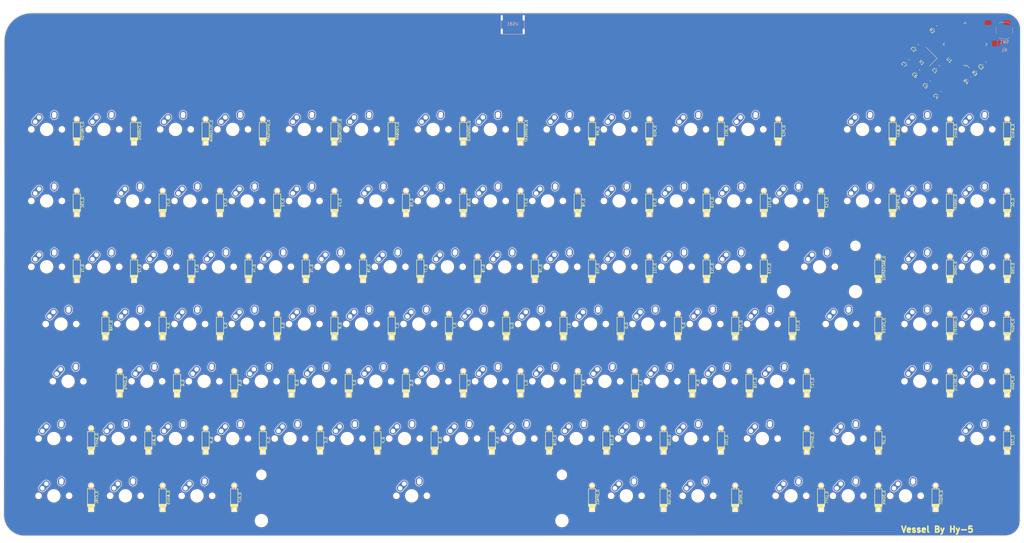
<source format=kicad_pcb>
(kicad_pcb (version 20171130) (host pcbnew "(5.1.4)-1")
  (layers (0 F.Cu signal) (31 B.Cu signal) (34 B.Paste user) (35 F.Paste user) (36 B.SilkS user) (37 F.SilkS user) (38 B.Mask user) (39 F.Mask user) (44 Edge.Cuts user))
  (net 0 "")
  (net 1 GND)
  (net 2 VCC)
  (net 3 /col0)
  (net 4 /col1)
  (net 5 /col2)
  (net 6 /col3)
  (net 7 /col4)
  (net 8 /col5)
  (net 9 /col6)
  (net 10 /col7)
  (net 11 /col8)
  (net 12 /col9)
  (net 13 /col10)
  (net 14 /col11)
  (net 15 /col12)
  (net 16 /col13)
  (net 17 /col14)
  (net 18 /col15)
  (net 19 /col16)
  (net 20 /row0)
  (net 21 /row1)
  (net 22 /row2)
  (net 23 /row3)
  (net 24 /row4)
  (net 25 /row5)
  (net 26 /row6)
  (net 27 "Net-(D_FIREFOX-Pad2)")
  (net 28 "Net-(D_CHROME-Pad2)")
  (net 29 "Net-(D_TELEGRAM-Pad2)")
  (net 30 "Net-(D_WHATSAPP-Pad2)")
  (net 31 "Net-(D_YOUTMUSIC-Pad2)")
  (net 32 "Net-(D_FOOBAR-Pad2)")
  (net 33 "Net-(D_JDOWNLO-Pad2)")
  (net 34 "Net-(D_QTORRENT-Pad2)")
  (net 35 "Net-(D_M9-Pad2)")
  (net 36 "Net-(D_M10-Pad2)")
  (net 37 "Net-(D_M11-Pad2)")
  (net 38 "Net-(D_M12-Pad2)")
  (net 39 "Net-(D_<I-Pad2)")
  (net 40 "Net-(D_<I1-Pad2)")
  (net 41 "Net-(D_<I2-Pad2)")
  (net 42 "Net-(D_ESC-Pad2)")
  (net 43 "Net-(D_F1-Pad2)")
  (net 44 "Net-(D_F2-Pad2)")
  (net 45 "Net-(D_F3-Pad2)")
  (net 46 "Net-(D_F4-Pad2)")
  (net 47 "Net-(D_F5-Pad2)")
  (net 48 "Net-(D_F6-Pad2)")
  (net 49 "Net-(D_F7-Pad2)")
  (net 50 "Net-(D_F8-Pad2)")
  (net 51 "Net-(D_F9-Pad2)")
  (net 52 "Net-(D_F10-Pad2)")
  (net 53 "Net-(D_F11-Pad2)")
  (net 54 "Net-(D_F12-Pad2)")
  (net 55 "Net-(D_PRTSC-Pad2)")
  (net 56 "Net-(D_INSERT-Pad2)")
  (net 57 "Net-(D_OC-Pad2)")
  (net 58 "Net-(D_T1-Pad2)")
  (net 59 "Net-(D_T2-Pad2)")
  (net 60 "Net-(D_T3-Pad2)")
  (net 61 "Net-(D_T4-Pad2)")
  (net 62 "Net-(D_T5-Pad2)")
  (net 63 "Net-(D_T6-Pad2)")
  (net 64 "Net-(D_T7-Pad2)")
  (net 65 "Net-(D_T8-Pad2)")
  (net 66 "Net-(D_T9-Pad2)")
  (net 67 "Net-(D_T10-Pad2)")
  (net 68 "Net-(D_T11-Pad2)")
  (net 69 "Net-(D_T12-Pad2)")
  (net 70 "Net-(D_T13-Pad2)")
  (net 71 "Net-(D_BACKSPACE-Pad2)")
  (net 72 "Net-(D_HOME-Pad2)")
  (net 73 "Net-(D_END-Pad2)")
  (net 74 "Net-(D_TAB-Pad2)")
  (net 75 "Net-(D_A-Pad2)")
  (net 76 "Net-(D_Z-Pad2)")
  (net 77 "Net-(D_E-Pad2)")
  (net 78 "Net-(D_R-Pad2)")
  (net 79 "Net-(D_T-Pad2)")
  (net 80 "Net-(D_Y-Pad2)")
  (net 81 "Net-(D_U-Pad2)")
  (net 82 "Net-(D_I-Pad2)")
  (net 83 "Net-(D_O-Pad2)")
  (net 84 "Net-(D_P-Pad2)")
  (net 85 "Net-(D_T14-Pad2)")
  (net 86 "Net-(D_T15-Pad2)")
  (net 87 "Net-(D_INSERT1-Pad2)")
  (net 88 "Net-(D_PGUP-Pad2)")
  (net 89 "Net-(D_CAPS-Pad2)")
  (net 90 "Net-(D_Q-Pad2)")
  (net 91 "Net-(D_S-Pad2)")
  (net 92 "Net-(D_D-Pad2)")
  (net 93 "Net-(D_F-Pad2)")
  (net 94 "Net-(D_G-Pad2)")
  (net 95 "Net-(D_H-Pad2)")
  (net 96 "Net-(D_J-Pad2)")
  (net 97 "Net-(D_K-Pad2)")
  (net 98 "Net-(D_L-Pad2)")
  (net 99 "Net-(D_M-Pad2)")
  (net 100 "Net-(D_T16-Pad2)")
  (net 101 "Net-(D_T17-Pad2)")
  (net 102 "Net-(D_ENTER-Pad2)")
  (net 103 "Net-(D_DELETE-Pad2)")
  (net 104 "Net-(D_PGDN-Pad2)")
  (net 105 "Net-(D_SHIFT-Pad2)")
  (net 106 "Net-(D_<-Pad2)")
  (net 107 "Net-(D_W-Pad2)")
  (net 108 "Net-(D_X-Pad2)")
  (net 109 "Net-(D_C-Pad2)")
  (net 110 "Net-(D_V-Pad2)")
  (net 111 "Net-(D_B-Pad2)")
  (net 112 "Net-(D_N-Pad2)")
  (net 113 "Net-(D_T18-Pad2)")
  (net 114 "Net-(D_T19-Pad2)")
  (net 115 "Net-(D_T20-Pad2)")
  (net 116 "Net-(D_T21-Pad2)")
  (net 117 "Net-(D_SHIFT1-Pad2)")
  (net 118 "Net-(D_UP-Pad2)")
  (net 119 "Net-(D_T22-Pad2)")
  (net 120 "Net-(D_CTRL-Pad2)")
  (net 121 "Net-(D_<I3-Pad2)")
  (net 122 "Net-(D_ALT-Pad2)")
  (net 123 "Net-(D_SPACE-Pad2)")
  (net 124 "Net-(D_ALTGR-Pad2)")
  (net 125 "Net-(D_MENU-Pad2)")
  (net 126 "Net-(D_LEFT-Pad2)")
  (net 127 "Net-(D_DOWN-Pad2)")
  (net 128 "Net-(D_RIGHT-Pad2)")
  (net 129 "Net-(C1-Pad1)")
  (net 130 "Net-(C2-Pad1)")
  (net 131 "Net-(R1-Pad1)")
  (net 132 "Net-(R2-Pad1)")
  (net 133 "Net-(R3-Pad1)")
  (net 134 "Net-(R4-Pad1)")
  (net 135 "Net-(USB1-Pad2)")
  (net 136 "Net-(USB1-Pad3)")
  (net 137 "Net-(USB1-Pad4)")
  (net 138 "Net-(C3-Pad1)")
  (net 139 "Net-(U1-Pad1)")
  (net 140 "Net-(U1-Pad7)")
  (net 141 "Net-(U1-Pad34)")
  (net 142 "Net-(U1-Pad42)")
  (net 143 "Net-(U1-Pad43)")
  (net 144 "Net-(U1-Pad44)")
  (module MX_Alps_Hybrid:MX-1U-NoLED (layer F.Cu) (at 147.4 204.675)
    (fp_text reference K_FIREFOX)
    (fp_text value KEYSW)
    (pad 1 thru_hole circle (at -2.5 -4) (size 2.25 2.25) (drill 1.47) (layers *.Cu B.Mask) (net 3 /col0))
    (pad 1 thru_hole oval (at -3.81 -2.54 48.0996) (size 4.211556 2.25) (drill 1.47 (offset 0.980778 0)) (layers *.Cu B.Mask) (net 3 /col0))
    (pad 2 thru_hole oval (at 2.5 -4.5 86.0548) (size 2.831378 2.25) (drill 1.47 (offset 0.290689 0)) (layers *.Cu B.Mask) (net 27 "Net-(D_FIREFOX-Pad2)"))
    (pad 2 thru_hole circle (at 2.54 -5.08) (size 2.25 2.25) (drill 1.47) (layers *.Cu B.Mask) (net 27 "Net-(D_FIREFOX-Pad2)"))
    (pad "" np_thru_hole circle (at 0 0) (size 3.9878 3.9878) (drill 3.9878) (layers *.Cu *.Mask))
    (pad "" np_thru_hole circle (at -5.08 0 48.0996) (size 1.75 1.75) (drill 1.75) (layers *.Cu *.Mask))
    (pad "" np_thru_hole circle (at 5.08 0 48.0996) (size 1.75 1.75) (drill 1.75) (layers *.Cu *.Mask))
  )
  (module keyboard_parts:D_SOD123_axial (layer F.Cu) (at 157.425 205.175 90)
    (fp_text reference D_FIREFOX (at 0 1.925 90) (layer F.SilkS) (effects (font (size 0.8 0.8)) (justify mirror)))
    (fp_text value D hide)
    (pad 1 smd rect (at -2.7 0 90) (size 2.5 0.5) (layers F.Cu) (net 20 /row0))
    (pad 1 smd rect (at -1.575 0 90) (size 1.2 1.2) (layers F.Cu F.Paste F.Mask) (net 20 /row0))
    (pad 1 thru_hole rect (at -3.9 0 90) (size 1.6 1.6) (drill 0.7) (layers *.Cu *.Mask F.SilkS) (net 20 /row0))
    (pad 2 smd rect (at 1.575 0 90) (size 1.2 1.2) (layers F.Cu F.Paste F.Mask) (net 27 "Net-(D_FIREFOX-Pad2)"))
    (pad 2 smd rect (at 2.7 0 90) (size 2.5 0.5) (layers F.Cu) (net 27 "Net-(D_FIREFOX-Pad2)"))
    (pad 2 thru_hole circle (at 3.9 0 90) (size 1.6 1.6) (drill 0.7) (layers *.Cu *.Mask F.SilkS) (net 27 "Net-(D_FIREFOX-Pad2)"))
  )
  (module MX_Alps_Hybrid:MX-1U-NoLED (layer F.Cu) (at 166.45 204.675)
    (fp_text reference K_CHROME)
    (fp_text value KEYSW)
    (pad 1 thru_hole circle (at -2.5 -4) (size 2.25 2.25) (drill 1.47) (layers *.Cu B.Mask) (net 4 /col1))
    (pad 1 thru_hole oval (at -3.81 -2.54 48.0996) (size 4.211556 2.25) (drill 1.47 (offset 0.980778 0)) (layers *.Cu B.Mask) (net 4 /col1))
    (pad 2 thru_hole oval (at 2.5 -4.5 86.0548) (size 2.831378 2.25) (drill 1.47 (offset 0.290689 0)) (layers *.Cu B.Mask) (net 28 "Net-(D_CHROME-Pad2)"))
    (pad 2 thru_hole circle (at 2.54 -5.08) (size 2.25 2.25) (drill 1.47) (layers *.Cu B.Mask) (net 28 "Net-(D_CHROME-Pad2)"))
    (pad "" np_thru_hole circle (at 0 0) (size 3.9878 3.9878) (drill 3.9878) (layers *.Cu *.Mask))
    (pad "" np_thru_hole circle (at -5.08 0 48.0996) (size 1.75 1.75) (drill 1.75) (layers *.Cu *.Mask))
    (pad "" np_thru_hole circle (at 5.08 0 48.0996) (size 1.75 1.75) (drill 1.75) (layers *.Cu *.Mask))
  )
  (module keyboard_parts:D_SOD123_axial (layer F.Cu) (at 176.475 205.175 90)
    (fp_text reference D_CHROME (at 0 1.925 90) (layer F.SilkS) (effects (font (size 0.8 0.8)) (justify mirror)))
    (fp_text value D hide)
    (pad 1 smd rect (at -2.7 0 90) (size 2.5 0.5) (layers F.Cu) (net 20 /row0))
    (pad 1 smd rect (at -1.575 0 90) (size 1.2 1.2) (layers F.Cu F.Paste F.Mask) (net 20 /row0))
    (pad 1 thru_hole rect (at -3.9 0 90) (size 1.6 1.6) (drill 0.7) (layers *.Cu *.Mask F.SilkS) (net 20 /row0))
    (pad 2 smd rect (at 1.575 0 90) (size 1.2 1.2) (layers F.Cu F.Paste F.Mask) (net 28 "Net-(D_CHROME-Pad2)"))
    (pad 2 smd rect (at 2.7 0 90) (size 2.5 0.5) (layers F.Cu) (net 28 "Net-(D_CHROME-Pad2)"))
    (pad 2 thru_hole circle (at 3.9 0 90) (size 1.6 1.6) (drill 0.7) (layers *.Cu *.Mask F.SilkS) (net 28 "Net-(D_CHROME-Pad2)"))
  )
  (module MX_Alps_Hybrid:MX-1U-NoLED (layer F.Cu) (at 190.2625 204.675)
    (fp_text reference K_TELEGRAM)
    (fp_text value KEYSW)
    (pad 1 thru_hole circle (at -2.5 -4) (size 2.25 2.25) (drill 1.47) (layers *.Cu B.Mask) (net 5 /col2))
    (pad 1 thru_hole oval (at -3.81 -2.54 48.0996) (size 4.211556 2.25) (drill 1.47 (offset 0.980778 0)) (layers *.Cu B.Mask) (net 5 /col2))
    (pad 2 thru_hole oval (at 2.5 -4.5 86.0548) (size 2.831378 2.25) (drill 1.47 (offset 0.290689 0)) (layers *.Cu B.Mask) (net 29 "Net-(D_TELEGRAM-Pad2)"))
    (pad 2 thru_hole circle (at 2.54 -5.08) (size 2.25 2.25) (drill 1.47) (layers *.Cu B.Mask) (net 29 "Net-(D_TELEGRAM-Pad2)"))
    (pad "" np_thru_hole circle (at 0 0) (size 3.9878 3.9878) (drill 3.9878) (layers *.Cu *.Mask))
    (pad "" np_thru_hole circle (at -5.08 0 48.0996) (size 1.75 1.75) (drill 1.75) (layers *.Cu *.Mask))
    (pad "" np_thru_hole circle (at 5.08 0 48.0996) (size 1.75 1.75) (drill 1.75) (layers *.Cu *.Mask))
  )
  (module keyboard_parts:D_SOD123_axial (layer F.Cu) (at 200.2875 205.175 90)
    (fp_text reference D_TELEGRAM (at 0 1.925 90) (layer F.SilkS) (effects (font (size 0.8 0.8)) (justify mirror)))
    (fp_text value D hide)
    (pad 1 smd rect (at -2.7 0 90) (size 2.5 0.5) (layers F.Cu) (net 20 /row0))
    (pad 1 smd rect (at -1.575 0 90) (size 1.2 1.2) (layers F.Cu F.Paste F.Mask) (net 20 /row0))
    (pad 1 thru_hole rect (at -3.9 0 90) (size 1.6 1.6) (drill 0.7) (layers *.Cu *.Mask F.SilkS) (net 20 /row0))
    (pad 2 smd rect (at 1.575 0 90) (size 1.2 1.2) (layers F.Cu F.Paste F.Mask) (net 29 "Net-(D_TELEGRAM-Pad2)"))
    (pad 2 smd rect (at 2.7 0 90) (size 2.5 0.5) (layers F.Cu) (net 29 "Net-(D_TELEGRAM-Pad2)"))
    (pad 2 thru_hole circle (at 3.9 0 90) (size 1.6 1.6) (drill 0.7) (layers *.Cu *.Mask F.SilkS) (net 29 "Net-(D_TELEGRAM-Pad2)"))
  )
  (module MX_Alps_Hybrid:MX-1U-NoLED (layer F.Cu) (at 209.3125 204.675)
    (fp_text reference K_WHATSAPP)
    (fp_text value KEYSW)
    (pad 1 thru_hole circle (at -2.5 -4) (size 2.25 2.25) (drill 1.47) (layers *.Cu B.Mask) (net 6 /col3))
    (pad 1 thru_hole oval (at -3.81 -2.54 48.0996) (size 4.211556 2.25) (drill 1.47 (offset 0.980778 0)) (layers *.Cu B.Mask) (net 6 /col3))
    (pad 2 thru_hole oval (at 2.5 -4.5 86.0548) (size 2.831378 2.25) (drill 1.47 (offset 0.290689 0)) (layers *.Cu B.Mask) (net 30 "Net-(D_WHATSAPP-Pad2)"))
    (pad 2 thru_hole circle (at 2.54 -5.08) (size 2.25 2.25) (drill 1.47) (layers *.Cu B.Mask) (net 30 "Net-(D_WHATSAPP-Pad2)"))
    (pad "" np_thru_hole circle (at 0 0) (size 3.9878 3.9878) (drill 3.9878) (layers *.Cu *.Mask))
    (pad "" np_thru_hole circle (at -5.08 0 48.0996) (size 1.75 1.75) (drill 1.75) (layers *.Cu *.Mask))
    (pad "" np_thru_hole circle (at 5.08 0 48.0996) (size 1.75 1.75) (drill 1.75) (layers *.Cu *.Mask))
  )
  (module keyboard_parts:D_SOD123_axial (layer F.Cu) (at 219.3375 205.175 90)
    (fp_text reference D_WHATSAPP (at 0 1.925 90) (layer F.SilkS) (effects (font (size 0.8 0.8)) (justify mirror)))
    (fp_text value D hide)
    (pad 1 smd rect (at -2.7 0 90) (size 2.5 0.5) (layers F.Cu) (net 20 /row0))
    (pad 1 smd rect (at -1.575 0 90) (size 1.2 1.2) (layers F.Cu F.Paste F.Mask) (net 20 /row0))
    (pad 1 thru_hole rect (at -3.9 0 90) (size 1.6 1.6) (drill 0.7) (layers *.Cu *.Mask F.SilkS) (net 20 /row0))
    (pad 2 smd rect (at 1.575 0 90) (size 1.2 1.2) (layers F.Cu F.Paste F.Mask) (net 30 "Net-(D_WHATSAPP-Pad2)"))
    (pad 2 smd rect (at 2.7 0 90) (size 2.5 0.5) (layers F.Cu) (net 30 "Net-(D_WHATSAPP-Pad2)"))
    (pad 2 thru_hole circle (at 3.9 0 90) (size 1.6 1.6) (drill 0.7) (layers *.Cu *.Mask F.SilkS) (net 30 "Net-(D_WHATSAPP-Pad2)"))
  )
  (module MX_Alps_Hybrid:MX-1U-NoLED (layer F.Cu) (at 233.125 204.675)
    (fp_text reference K_YOUTMUSIC)
    (fp_text value KEYSW)
    (pad 1 thru_hole circle (at -2.5 -4) (size 2.25 2.25) (drill 1.47) (layers *.Cu B.Mask) (net 8 /col5))
    (pad 1 thru_hole oval (at -3.81 -2.54 48.0996) (size 4.211556 2.25) (drill 1.47 (offset 0.980778 0)) (layers *.Cu B.Mask) (net 8 /col5))
    (pad 2 thru_hole oval (at 2.5 -4.5 86.0548) (size 2.831378 2.25) (drill 1.47 (offset 0.290689 0)) (layers *.Cu B.Mask) (net 31 "Net-(D_YOUTMUSIC-Pad2)"))
    (pad 2 thru_hole circle (at 2.54 -5.08) (size 2.25 2.25) (drill 1.47) (layers *.Cu B.Mask) (net 31 "Net-(D_YOUTMUSIC-Pad2)"))
    (pad "" np_thru_hole circle (at 0 0) (size 3.9878 3.9878) (drill 3.9878) (layers *.Cu *.Mask))
    (pad "" np_thru_hole circle (at -5.08 0 48.0996) (size 1.75 1.75) (drill 1.75) (layers *.Cu *.Mask))
    (pad "" np_thru_hole circle (at 5.08 0 48.0996) (size 1.75 1.75) (drill 1.75) (layers *.Cu *.Mask))
  )
  (module keyboard_parts:D_SOD123_axial (layer F.Cu) (at 243.15 205.175 90)
    (fp_text reference D_YOUTMUSIC (at 0 1.925 90) (layer F.SilkS) (effects (font (size 0.8 0.8)) (justify mirror)))
    (fp_text value D hide)
    (pad 1 smd rect (at -2.7 0 90) (size 2.5 0.5) (layers F.Cu) (net 20 /row0))
    (pad 1 smd rect (at -1.575 0 90) (size 1.2 1.2) (layers F.Cu F.Paste F.Mask) (net 20 /row0))
    (pad 1 thru_hole rect (at -3.9 0 90) (size 1.6 1.6) (drill 0.7) (layers *.Cu *.Mask F.SilkS) (net 20 /row0))
    (pad 2 smd rect (at 1.575 0 90) (size 1.2 1.2) (layers F.Cu F.Paste F.Mask) (net 31 "Net-(D_YOUTMUSIC-Pad2)"))
    (pad 2 smd rect (at 2.7 0 90) (size 2.5 0.5) (layers F.Cu) (net 31 "Net-(D_YOUTMUSIC-Pad2)"))
    (pad 2 thru_hole circle (at 3.9 0 90) (size 1.6 1.6) (drill 0.7) (layers *.Cu *.Mask F.SilkS) (net 31 "Net-(D_YOUTMUSIC-Pad2)"))
  )
  (module MX_Alps_Hybrid:MX-1U-NoLED (layer F.Cu) (at 252.175 204.675)
    (fp_text reference K_FOOBAR)
    (fp_text value KEYSW)
    (pad 1 thru_hole circle (at -2.5 -4) (size 2.25 2.25) (drill 1.47) (layers *.Cu B.Mask) (net 9 /col6))
    (pad 1 thru_hole oval (at -3.81 -2.54 48.0996) (size 4.211556 2.25) (drill 1.47 (offset 0.980778 0)) (layers *.Cu B.Mask) (net 9 /col6))
    (pad 2 thru_hole oval (at 2.5 -4.5 86.0548) (size 2.831378 2.25) (drill 1.47 (offset 0.290689 0)) (layers *.Cu B.Mask) (net 32 "Net-(D_FOOBAR-Pad2)"))
    (pad 2 thru_hole circle (at 2.54 -5.08) (size 2.25 2.25) (drill 1.47) (layers *.Cu B.Mask) (net 32 "Net-(D_FOOBAR-Pad2)"))
    (pad "" np_thru_hole circle (at 0 0) (size 3.9878 3.9878) (drill 3.9878) (layers *.Cu *.Mask))
    (pad "" np_thru_hole circle (at -5.08 0 48.0996) (size 1.75 1.75) (drill 1.75) (layers *.Cu *.Mask))
    (pad "" np_thru_hole circle (at 5.08 0 48.0996) (size 1.75 1.75) (drill 1.75) (layers *.Cu *.Mask))
  )
  (module keyboard_parts:D_SOD123_axial (layer F.Cu) (at 262.2 205.175 90)
    (fp_text reference D_FOOBAR (at 0 1.925 90) (layer F.SilkS) (effects (font (size 0.8 0.8)) (justify mirror)))
    (fp_text value D hide)
    (pad 1 smd rect (at -2.7 0 90) (size 2.5 0.5) (layers F.Cu) (net 20 /row0))
    (pad 1 smd rect (at -1.575 0 90) (size 1.2 1.2) (layers F.Cu F.Paste F.Mask) (net 20 /row0))
    (pad 1 thru_hole rect (at -3.9 0 90) (size 1.6 1.6) (drill 0.7) (layers *.Cu *.Mask F.SilkS) (net 20 /row0))
    (pad 2 smd rect (at 1.575 0 90) (size 1.2 1.2) (layers F.Cu F.Paste F.Mask) (net 32 "Net-(D_FOOBAR-Pad2)"))
    (pad 2 smd rect (at 2.7 0 90) (size 2.5 0.5) (layers F.Cu) (net 32 "Net-(D_FOOBAR-Pad2)"))
    (pad 2 thru_hole circle (at 3.9 0 90) (size 1.6 1.6) (drill 0.7) (layers *.Cu *.Mask F.SilkS) (net 32 "Net-(D_FOOBAR-Pad2)"))
  )
  (module MX_Alps_Hybrid:MX-1U-NoLED (layer F.Cu) (at 275.9875 204.675)
    (fp_text reference K_JDOWNLO)
    (fp_text value KEYSW)
    (pad 1 thru_hole circle (at -2.5 -4) (size 2.25 2.25) (drill 1.47) (layers *.Cu B.Mask) (net 10 /col7))
    (pad 1 thru_hole oval (at -3.81 -2.54 48.0996) (size 4.211556 2.25) (drill 1.47 (offset 0.980778 0)) (layers *.Cu B.Mask) (net 10 /col7))
    (pad 2 thru_hole oval (at 2.5 -4.5 86.0548) (size 2.831378 2.25) (drill 1.47 (offset 0.290689 0)) (layers *.Cu B.Mask) (net 33 "Net-(D_JDOWNLO-Pad2)"))
    (pad 2 thru_hole circle (at 2.54 -5.08) (size 2.25 2.25) (drill 1.47) (layers *.Cu B.Mask) (net 33 "Net-(D_JDOWNLO-Pad2)"))
    (pad "" np_thru_hole circle (at 0 0) (size 3.9878 3.9878) (drill 3.9878) (layers *.Cu *.Mask))
    (pad "" np_thru_hole circle (at -5.08 0 48.0996) (size 1.75 1.75) (drill 1.75) (layers *.Cu *.Mask))
    (pad "" np_thru_hole circle (at 5.08 0 48.0996) (size 1.75 1.75) (drill 1.75) (layers *.Cu *.Mask))
  )
  (module keyboard_parts:D_SOD123_axial (layer F.Cu) (at 286.0125 205.175 90)
    (fp_text reference D_JDOWNLO (at 0 1.925 90) (layer F.SilkS) (effects (font (size 0.8 0.8)) (justify mirror)))
    (fp_text value D hide)
    (pad 1 smd rect (at -2.7 0 90) (size 2.5 0.5) (layers F.Cu) (net 20 /row0))
    (pad 1 smd rect (at -1.575 0 90) (size 1.2 1.2) (layers F.Cu F.Paste F.Mask) (net 20 /row0))
    (pad 1 thru_hole rect (at -3.9 0 90) (size 1.6 1.6) (drill 0.7) (layers *.Cu *.Mask F.SilkS) (net 20 /row0))
    (pad 2 smd rect (at 1.575 0 90) (size 1.2 1.2) (layers F.Cu F.Paste F.Mask) (net 33 "Net-(D_JDOWNLO-Pad2)"))
    (pad 2 smd rect (at 2.7 0 90) (size 2.5 0.5) (layers F.Cu) (net 33 "Net-(D_JDOWNLO-Pad2)"))
    (pad 2 thru_hole circle (at 3.9 0 90) (size 1.6 1.6) (drill 0.7) (layers *.Cu *.Mask F.SilkS) (net 33 "Net-(D_JDOWNLO-Pad2)"))
  )
  (module MX_Alps_Hybrid:MX-1U-NoLED (layer F.Cu) (at 295.0375 204.675)
    (fp_text reference K_QTORRENT)
    (fp_text value KEYSW)
    (pad 1 thru_hole circle (at -2.5 -4) (size 2.25 2.25) (drill 1.47) (layers *.Cu B.Mask) (net 11 /col8))
    (pad 1 thru_hole oval (at -3.81 -2.54 48.0996) (size 4.211556 2.25) (drill 1.47 (offset 0.980778 0)) (layers *.Cu B.Mask) (net 11 /col8))
    (pad 2 thru_hole oval (at 2.5 -4.5 86.0548) (size 2.831378 2.25) (drill 1.47 (offset 0.290689 0)) (layers *.Cu B.Mask) (net 34 "Net-(D_QTORRENT-Pad2)"))
    (pad 2 thru_hole circle (at 2.54 -5.08) (size 2.25 2.25) (drill 1.47) (layers *.Cu B.Mask) (net 34 "Net-(D_QTORRENT-Pad2)"))
    (pad "" np_thru_hole circle (at 0 0) (size 3.9878 3.9878) (drill 3.9878) (layers *.Cu *.Mask))
    (pad "" np_thru_hole circle (at -5.08 0 48.0996) (size 1.75 1.75) (drill 1.75) (layers *.Cu *.Mask))
    (pad "" np_thru_hole circle (at 5.08 0 48.0996) (size 1.75 1.75) (drill 1.75) (layers *.Cu *.Mask))
  )
  (module keyboard_parts:D_SOD123_axial (layer F.Cu) (at 305.0625 205.175 90)
    (fp_text reference D_QTORRENT (at 0 1.925 90) (layer F.SilkS) (effects (font (size 0.8 0.8)) (justify mirror)))
    (fp_text value D hide)
    (pad 1 smd rect (at -2.7 0 90) (size 2.5 0.5) (layers F.Cu) (net 20 /row0))
    (pad 1 smd rect (at -1.575 0 90) (size 1.2 1.2) (layers F.Cu F.Paste F.Mask) (net 20 /row0))
    (pad 1 thru_hole rect (at -3.9 0 90) (size 1.6 1.6) (drill 0.7) (layers *.Cu *.Mask F.SilkS) (net 20 /row0))
    (pad 2 smd rect (at 1.575 0 90) (size 1.2 1.2) (layers F.Cu F.Paste F.Mask) (net 34 "Net-(D_QTORRENT-Pad2)"))
    (pad 2 smd rect (at 2.7 0 90) (size 2.5 0.5) (layers F.Cu) (net 34 "Net-(D_QTORRENT-Pad2)"))
    (pad 2 thru_hole circle (at 3.9 0 90) (size 1.6 1.6) (drill 0.7) (layers *.Cu *.Mask F.SilkS) (net 34 "Net-(D_QTORRENT-Pad2)"))
  )
  (module MX_Alps_Hybrid:MX-1U-NoLED (layer F.Cu) (at 318.85 204.675)
    (fp_text reference K_M9)
    (fp_text value KEYSW)
    (pad 1 thru_hole circle (at -2.5 -4) (size 2.25 2.25) (drill 1.47) (layers *.Cu B.Mask) (net 12 /col9))
    (pad 1 thru_hole oval (at -3.81 -2.54 48.0996) (size 4.211556 2.25) (drill 1.47 (offset 0.980778 0)) (layers *.Cu B.Mask) (net 12 /col9))
    (pad 2 thru_hole oval (at 2.5 -4.5 86.0548) (size 2.831378 2.25) (drill 1.47 (offset 0.290689 0)) (layers *.Cu B.Mask) (net 35 "Net-(D_M9-Pad2)"))
    (pad 2 thru_hole circle (at 2.54 -5.08) (size 2.25 2.25) (drill 1.47) (layers *.Cu B.Mask) (net 35 "Net-(D_M9-Pad2)"))
    (pad "" np_thru_hole circle (at 0 0) (size 3.9878 3.9878) (drill 3.9878) (layers *.Cu *.Mask))
    (pad "" np_thru_hole circle (at -5.08 0 48.0996) (size 1.75 1.75) (drill 1.75) (layers *.Cu *.Mask))
    (pad "" np_thru_hole circle (at 5.08 0 48.0996) (size 1.75 1.75) (drill 1.75) (layers *.Cu *.Mask))
  )
  (module keyboard_parts:D_SOD123_axial (layer F.Cu) (at 328.875 205.175 90)
    (fp_text reference D_M9 (at 0 1.925 90) (layer F.SilkS) (effects (font (size 0.8 0.8)) (justify mirror)))
    (fp_text value D hide)
    (pad 1 smd rect (at -2.7 0 90) (size 2.5 0.5) (layers F.Cu) (net 20 /row0))
    (pad 1 smd rect (at -1.575 0 90) (size 1.2 1.2) (layers F.Cu F.Paste F.Mask) (net 20 /row0))
    (pad 1 thru_hole rect (at -3.9 0 90) (size 1.6 1.6) (drill 0.7) (layers *.Cu *.Mask F.SilkS) (net 20 /row0))
    (pad 2 smd rect (at 1.575 0 90) (size 1.2 1.2) (layers F.Cu F.Paste F.Mask) (net 35 "Net-(D_M9-Pad2)"))
    (pad 2 smd rect (at 2.7 0 90) (size 2.5 0.5) (layers F.Cu) (net 35 "Net-(D_M9-Pad2)"))
    (pad 2 thru_hole circle (at 3.9 0 90) (size 1.6 1.6) (drill 0.7) (layers *.Cu *.Mask F.SilkS) (net 35 "Net-(D_M9-Pad2)"))
  )
  (module MX_Alps_Hybrid:MX-1U-NoLED (layer F.Cu) (at 337.9 204.675)
    (fp_text reference K_M10)
    (fp_text value KEYSW)
    (pad 1 thru_hole circle (at -2.5 -4) (size 2.25 2.25) (drill 1.47) (layers *.Cu B.Mask) (net 13 /col10))
    (pad 1 thru_hole oval (at -3.81 -2.54 48.0996) (size 4.211556 2.25) (drill 1.47 (offset 0.980778 0)) (layers *.Cu B.Mask) (net 13 /col10))
    (pad 2 thru_hole oval (at 2.5 -4.5 86.0548) (size 2.831378 2.25) (drill 1.47 (offset 0.290689 0)) (layers *.Cu B.Mask) (net 36 "Net-(D_M10-Pad2)"))
    (pad 2 thru_hole circle (at 2.54 -5.08) (size 2.25 2.25) (drill 1.47) (layers *.Cu B.Mask) (net 36 "Net-(D_M10-Pad2)"))
    (pad "" np_thru_hole circle (at 0 0) (size 3.9878 3.9878) (drill 3.9878) (layers *.Cu *.Mask))
    (pad "" np_thru_hole circle (at -5.08 0 48.0996) (size 1.75 1.75) (drill 1.75) (layers *.Cu *.Mask))
    (pad "" np_thru_hole circle (at 5.08 0 48.0996) (size 1.75 1.75) (drill 1.75) (layers *.Cu *.Mask))
  )
  (module keyboard_parts:D_SOD123_axial (layer F.Cu) (at 347.925 205.175 90)
    (fp_text reference D_M10 (at 0 1.925 90) (layer F.SilkS) (effects (font (size 0.8 0.8)) (justify mirror)))
    (fp_text value D hide)
    (pad 1 smd rect (at -2.7 0 90) (size 2.5 0.5) (layers F.Cu) (net 20 /row0))
    (pad 1 smd rect (at -1.575 0 90) (size 1.2 1.2) (layers F.Cu F.Paste F.Mask) (net 20 /row0))
    (pad 1 thru_hole rect (at -3.9 0 90) (size 1.6 1.6) (drill 0.7) (layers *.Cu *.Mask F.SilkS) (net 20 /row0))
    (pad 2 smd rect (at 1.575 0 90) (size 1.2 1.2) (layers F.Cu F.Paste F.Mask) (net 36 "Net-(D_M10-Pad2)"))
    (pad 2 smd rect (at 2.7 0 90) (size 2.5 0.5) (layers F.Cu) (net 36 "Net-(D_M10-Pad2)"))
    (pad 2 thru_hole circle (at 3.9 0 90) (size 1.6 1.6) (drill 0.7) (layers *.Cu *.Mask F.SilkS) (net 36 "Net-(D_M10-Pad2)"))
  )
  (module MX_Alps_Hybrid:MX-1U-NoLED (layer F.Cu) (at 361.7125 204.675)
    (fp_text reference K_M11)
    (fp_text value KEYSW)
    (pad 1 thru_hole circle (at -2.5 -4) (size 2.25 2.25) (drill 1.47) (layers *.Cu B.Mask) (net 14 /col11))
    (pad 1 thru_hole oval (at -3.81 -2.54 48.0996) (size 4.211556 2.25) (drill 1.47 (offset 0.980778 0)) (layers *.Cu B.Mask) (net 14 /col11))
    (pad 2 thru_hole oval (at 2.5 -4.5 86.0548) (size 2.831378 2.25) (drill 1.47 (offset 0.290689 0)) (layers *.Cu B.Mask) (net 37 "Net-(D_M11-Pad2)"))
    (pad 2 thru_hole circle (at 2.54 -5.08) (size 2.25 2.25) (drill 1.47) (layers *.Cu B.Mask) (net 37 "Net-(D_M11-Pad2)"))
    (pad "" np_thru_hole circle (at 0 0) (size 3.9878 3.9878) (drill 3.9878) (layers *.Cu *.Mask))
    (pad "" np_thru_hole circle (at -5.08 0 48.0996) (size 1.75 1.75) (drill 1.75) (layers *.Cu *.Mask))
    (pad "" np_thru_hole circle (at 5.08 0 48.0996) (size 1.75 1.75) (drill 1.75) (layers *.Cu *.Mask))
  )
  (module keyboard_parts:D_SOD123_axial (layer F.Cu) (at 371.7375 205.175 90)
    (fp_text reference D_M11 (at 0 1.925 90) (layer F.SilkS) (effects (font (size 0.8 0.8)) (justify mirror)))
    (fp_text value D hide)
    (pad 1 smd rect (at -2.7 0 90) (size 2.5 0.5) (layers F.Cu) (net 20 /row0))
    (pad 1 smd rect (at -1.575 0 90) (size 1.2 1.2) (layers F.Cu F.Paste F.Mask) (net 20 /row0))
    (pad 1 thru_hole rect (at -3.9 0 90) (size 1.6 1.6) (drill 0.7) (layers *.Cu *.Mask F.SilkS) (net 20 /row0))
    (pad 2 smd rect (at 1.575 0 90) (size 1.2 1.2) (layers F.Cu F.Paste F.Mask) (net 37 "Net-(D_M11-Pad2)"))
    (pad 2 smd rect (at 2.7 0 90) (size 2.5 0.5) (layers F.Cu) (net 37 "Net-(D_M11-Pad2)"))
    (pad 2 thru_hole circle (at 3.9 0 90) (size 1.6 1.6) (drill 0.7) (layers *.Cu *.Mask F.SilkS) (net 37 "Net-(D_M11-Pad2)"))
  )
  (module MX_Alps_Hybrid:MX-1U-NoLED (layer F.Cu) (at 380.7625 204.675)
    (fp_text reference K_M12)
    (fp_text value KEYSW)
    (pad 1 thru_hole circle (at -2.5 -4) (size 2.25 2.25) (drill 1.47) (layers *.Cu B.Mask) (net 15 /col12))
    (pad 1 thru_hole oval (at -3.81 -2.54 48.0996) (size 4.211556 2.25) (drill 1.47 (offset 0.980778 0)) (layers *.Cu B.Mask) (net 15 /col12))
    (pad 2 thru_hole oval (at 2.5 -4.5 86.0548) (size 2.831378 2.25) (drill 1.47 (offset 0.290689 0)) (layers *.Cu B.Mask) (net 38 "Net-(D_M12-Pad2)"))
    (pad 2 thru_hole circle (at 2.54 -5.08) (size 2.25 2.25) (drill 1.47) (layers *.Cu B.Mask) (net 38 "Net-(D_M12-Pad2)"))
    (pad "" np_thru_hole circle (at 0 0) (size 3.9878 3.9878) (drill 3.9878) (layers *.Cu *.Mask))
    (pad "" np_thru_hole circle (at -5.08 0 48.0996) (size 1.75 1.75) (drill 1.75) (layers *.Cu *.Mask))
    (pad "" np_thru_hole circle (at 5.08 0 48.0996) (size 1.75 1.75) (drill 1.75) (layers *.Cu *.Mask))
  )
  (module keyboard_parts:D_SOD123_axial (layer F.Cu) (at 390.7875 205.175 90)
    (fp_text reference D_M12 (at 0 1.925 90) (layer F.SilkS) (effects (font (size 0.8 0.8)) (justify mirror)))
    (fp_text value D hide)
    (pad 1 smd rect (at -2.7 0 90) (size 2.5 0.5) (layers F.Cu) (net 20 /row0))
    (pad 1 smd rect (at -1.575 0 90) (size 1.2 1.2) (layers F.Cu F.Paste F.Mask) (net 20 /row0))
    (pad 1 thru_hole rect (at -3.9 0 90) (size 1.6 1.6) (drill 0.7) (layers *.Cu *.Mask F.SilkS) (net 20 /row0))
    (pad 2 smd rect (at 1.575 0 90) (size 1.2 1.2) (layers F.Cu F.Paste F.Mask) (net 38 "Net-(D_M12-Pad2)"))
    (pad 2 smd rect (at 2.7 0 90) (size 2.5 0.5) (layers F.Cu) (net 38 "Net-(D_M12-Pad2)"))
    (pad 2 thru_hole circle (at 3.9 0 90) (size 1.6 1.6) (drill 0.7) (layers *.Cu *.Mask F.SilkS) (net 38 "Net-(D_M12-Pad2)"))
  )
  (module MX_Alps_Hybrid:MX-1U-NoLED (layer F.Cu) (at 418.8625 204.675)
    (fp_text reference K_&lt;I)
    (fp_text value KEYSW)
    (pad 1 thru_hole circle (at -2.5 -4) (size 2.25 2.25) (drill 1.47) (layers *.Cu B.Mask) (net 17 /col14))
    (pad 1 thru_hole oval (at -3.81 -2.54 48.0996) (size 4.211556 2.25) (drill 1.47 (offset 0.980778 0)) (layers *.Cu B.Mask) (net 17 /col14))
    (pad 2 thru_hole oval (at 2.5 -4.5 86.0548) (size 2.831378 2.25) (drill 1.47 (offset 0.290689 0)) (layers *.Cu B.Mask) (net 39 "Net-(D_<I-Pad2)"))
    (pad 2 thru_hole circle (at 2.54 -5.08) (size 2.25 2.25) (drill 1.47) (layers *.Cu B.Mask) (net 39 "Net-(D_<I-Pad2)"))
    (pad "" np_thru_hole circle (at 0 0) (size 3.9878 3.9878) (drill 3.9878) (layers *.Cu *.Mask))
    (pad "" np_thru_hole circle (at -5.08 0 48.0996) (size 1.75 1.75) (drill 1.75) (layers *.Cu *.Mask))
    (pad "" np_thru_hole circle (at 5.08 0 48.0996) (size 1.75 1.75) (drill 1.75) (layers *.Cu *.Mask))
  )
  (module keyboard_parts:D_SOD123_axial (layer F.Cu) (at 428.8875 205.175 90)
    (fp_text reference D_&lt;I (at 0 1.925 90) (layer F.SilkS) (effects (font (size 0.8 0.8)) (justify mirror)))
    (fp_text value D hide)
    (pad 1 smd rect (at -2.7 0 90) (size 2.5 0.5) (layers F.Cu) (net 20 /row0))
    (pad 1 smd rect (at -1.575 0 90) (size 1.2 1.2) (layers F.Cu F.Paste F.Mask) (net 20 /row0))
    (pad 1 thru_hole rect (at -3.9 0 90) (size 1.6 1.6) (drill 0.7) (layers *.Cu *.Mask F.SilkS) (net 20 /row0))
    (pad 2 smd rect (at 1.575 0 90) (size 1.2 1.2) (layers F.Cu F.Paste F.Mask) (net 39 "Net-(D_<I-Pad2)"))
    (pad 2 smd rect (at 2.7 0 90) (size 2.5 0.5) (layers F.Cu) (net 39 "Net-(D_<I-Pad2)"))
    (pad 2 thru_hole circle (at 3.9 0 90) (size 1.6 1.6) (drill 0.7) (layers *.Cu *.Mask F.SilkS) (net 39 "Net-(D_<I-Pad2)"))
  )
  (module MX_Alps_Hybrid:MX-1U-NoLED (layer F.Cu) (at 437.9125 204.675)
    (fp_text reference K_&lt;I1)
    (fp_text value KEYSW)
    (pad 1 thru_hole circle (at -2.5 -4) (size 2.25 2.25) (drill 1.47) (layers *.Cu B.Mask) (net 18 /col15))
    (pad 1 thru_hole oval (at -3.81 -2.54 48.0996) (size 4.211556 2.25) (drill 1.47 (offset 0.980778 0)) (layers *.Cu B.Mask) (net 18 /col15))
    (pad 2 thru_hole oval (at 2.5 -4.5 86.0548) (size 2.831378 2.25) (drill 1.47 (offset 0.290689 0)) (layers *.Cu B.Mask) (net 40 "Net-(D_<I1-Pad2)"))
    (pad 2 thru_hole circle (at 2.54 -5.08) (size 2.25 2.25) (drill 1.47) (layers *.Cu B.Mask) (net 40 "Net-(D_<I1-Pad2)"))
    (pad "" np_thru_hole circle (at 0 0) (size 3.9878 3.9878) (drill 3.9878) (layers *.Cu *.Mask))
    (pad "" np_thru_hole circle (at -5.08 0 48.0996) (size 1.75 1.75) (drill 1.75) (layers *.Cu *.Mask))
    (pad "" np_thru_hole circle (at 5.08 0 48.0996) (size 1.75 1.75) (drill 1.75) (layers *.Cu *.Mask))
  )
  (module keyboard_parts:D_SOD123_axial (layer F.Cu) (at 447.9375 205.175 90)
    (fp_text reference D_&lt;I1 (at 0 1.925 90) (layer F.SilkS) (effects (font (size 0.8 0.8)) (justify mirror)))
    (fp_text value D hide)
    (pad 1 smd rect (at -2.7 0 90) (size 2.5 0.5) (layers F.Cu) (net 20 /row0))
    (pad 1 smd rect (at -1.575 0 90) (size 1.2 1.2) (layers F.Cu F.Paste F.Mask) (net 20 /row0))
    (pad 1 thru_hole rect (at -3.9 0 90) (size 1.6 1.6) (drill 0.7) (layers *.Cu *.Mask F.SilkS) (net 20 /row0))
    (pad 2 smd rect (at 1.575 0 90) (size 1.2 1.2) (layers F.Cu F.Paste F.Mask) (net 40 "Net-(D_<I1-Pad2)"))
    (pad 2 smd rect (at 2.7 0 90) (size 2.5 0.5) (layers F.Cu) (net 40 "Net-(D_<I1-Pad2)"))
    (pad 2 thru_hole circle (at 3.9 0 90) (size 1.6 1.6) (drill 0.7) (layers *.Cu *.Mask F.SilkS) (net 40 "Net-(D_<I1-Pad2)"))
  )
  (module MX_Alps_Hybrid:MX-1U-NoLED (layer F.Cu) (at 456.9625 204.675)
    (fp_text reference K_&lt;I2)
    (fp_text value KEYSW)
    (pad 1 thru_hole circle (at -2.5 -4) (size 2.25 2.25) (drill 1.47) (layers *.Cu B.Mask) (net 19 /col16))
    (pad 1 thru_hole oval (at -3.81 -2.54 48.0996) (size 4.211556 2.25) (drill 1.47 (offset 0.980778 0)) (layers *.Cu B.Mask) (net 19 /col16))
    (pad 2 thru_hole oval (at 2.5 -4.5 86.0548) (size 2.831378 2.25) (drill 1.47 (offset 0.290689 0)) (layers *.Cu B.Mask) (net 41 "Net-(D_<I2-Pad2)"))
    (pad 2 thru_hole circle (at 2.54 -5.08) (size 2.25 2.25) (drill 1.47) (layers *.Cu B.Mask) (net 41 "Net-(D_<I2-Pad2)"))
    (pad "" np_thru_hole circle (at 0 0) (size 3.9878 3.9878) (drill 3.9878) (layers *.Cu *.Mask))
    (pad "" np_thru_hole circle (at -5.08 0 48.0996) (size 1.75 1.75) (drill 1.75) (layers *.Cu *.Mask))
    (pad "" np_thru_hole circle (at 5.08 0 48.0996) (size 1.75 1.75) (drill 1.75) (layers *.Cu *.Mask))
  )
  (module keyboard_parts:D_SOD123_axial (layer F.Cu) (at 466.9875 205.175 90)
    (fp_text reference D_&lt;I2 (at 0 1.925 90) (layer F.SilkS) (effects (font (size 0.8 0.8)) (justify mirror)))
    (fp_text value D hide)
    (pad 1 smd rect (at -2.7 0 90) (size 2.5 0.5) (layers F.Cu) (net 20 /row0))
    (pad 1 smd rect (at -1.575 0 90) (size 1.2 1.2) (layers F.Cu F.Paste F.Mask) (net 20 /row0))
    (pad 1 thru_hole rect (at -3.9 0 90) (size 1.6 1.6) (drill 0.7) (layers *.Cu *.Mask F.SilkS) (net 20 /row0))
    (pad 2 smd rect (at 1.575 0 90) (size 1.2 1.2) (layers F.Cu F.Paste F.Mask) (net 41 "Net-(D_<I2-Pad2)"))
    (pad 2 smd rect (at 2.7 0 90) (size 2.5 0.5) (layers F.Cu) (net 41 "Net-(D_<I2-Pad2)"))
    (pad 2 thru_hole circle (at 3.9 0 90) (size 1.6 1.6) (drill 0.7) (layers *.Cu *.Mask F.SilkS) (net 41 "Net-(D_<I2-Pad2)"))
  )
  (module MX_Alps_Hybrid:MX-1U-NoLED (layer F.Cu) (at 147.4 228.4875)
    (fp_text reference K_ESC)
    (fp_text value KEYSW)
    (pad 1 thru_hole circle (at -2.5 -4) (size 2.25 2.25) (drill 1.47) (layers *.Cu B.Mask) (net 3 /col0))
    (pad 1 thru_hole oval (at -3.81 -2.54 48.0996) (size 4.211556 2.25) (drill 1.47 (offset 0.980778 0)) (layers *.Cu B.Mask) (net 3 /col0))
    (pad 2 thru_hole oval (at 2.5 -4.5 86.0548) (size 2.831378 2.25) (drill 1.47 (offset 0.290689 0)) (layers *.Cu B.Mask) (net 42 "Net-(D_ESC-Pad2)"))
    (pad 2 thru_hole circle (at 2.54 -5.08) (size 2.25 2.25) (drill 1.47) (layers *.Cu B.Mask) (net 42 "Net-(D_ESC-Pad2)"))
    (pad "" np_thru_hole circle (at 0 0) (size 3.9878 3.9878) (drill 3.9878) (layers *.Cu *.Mask))
    (pad "" np_thru_hole circle (at -5.08 0 48.0996) (size 1.75 1.75) (drill 1.75) (layers *.Cu *.Mask))
    (pad "" np_thru_hole circle (at 5.08 0 48.0996) (size 1.75 1.75) (drill 1.75) (layers *.Cu *.Mask))
  )
  (module keyboard_parts:D_SOD123_axial (layer F.Cu) (at 157.425 228.9875 90)
    (fp_text reference D_ESC (at 0 1.925 90) (layer F.SilkS) (effects (font (size 0.8 0.8)) (justify mirror)))
    (fp_text value D hide)
    (pad 1 smd rect (at -2.7 0 90) (size 2.5 0.5) (layers F.Cu) (net 21 /row1))
    (pad 1 smd rect (at -1.575 0 90) (size 1.2 1.2) (layers F.Cu F.Paste F.Mask) (net 21 /row1))
    (pad 1 thru_hole rect (at -3.9 0 90) (size 1.6 1.6) (drill 0.7) (layers *.Cu *.Mask F.SilkS) (net 21 /row1))
    (pad 2 smd rect (at 1.575 0 90) (size 1.2 1.2) (layers F.Cu F.Paste F.Mask) (net 42 "Net-(D_ESC-Pad2)"))
    (pad 2 smd rect (at 2.7 0 90) (size 2.5 0.5) (layers F.Cu) (net 42 "Net-(D_ESC-Pad2)"))
    (pad 2 thru_hole circle (at 3.9 0 90) (size 1.6 1.6) (drill 0.7) (layers *.Cu *.Mask F.SilkS) (net 42 "Net-(D_ESC-Pad2)"))
  )
  (module MX_Alps_Hybrid:MX-1U-NoLED (layer F.Cu) (at 175.975 228.4875)
    (fp_text reference K_F1)
    (fp_text value KEYSW)
    (pad 1 thru_hole circle (at -2.5 -4) (size 2.25 2.25) (drill 1.47) (layers *.Cu B.Mask) (net 5 /col2))
    (pad 1 thru_hole oval (at -3.81 -2.54 48.0996) (size 4.211556 2.25) (drill 1.47 (offset 0.980778 0)) (layers *.Cu B.Mask) (net 5 /col2))
    (pad 2 thru_hole oval (at 2.5 -4.5 86.0548) (size 2.831378 2.25) (drill 1.47 (offset 0.290689 0)) (layers *.Cu B.Mask) (net 43 "Net-(D_F1-Pad2)"))
    (pad 2 thru_hole circle (at 2.54 -5.08) (size 2.25 2.25) (drill 1.47) (layers *.Cu B.Mask) (net 43 "Net-(D_F1-Pad2)"))
    (pad "" np_thru_hole circle (at 0 0) (size 3.9878 3.9878) (drill 3.9878) (layers *.Cu *.Mask))
    (pad "" np_thru_hole circle (at -5.08 0 48.0996) (size 1.75 1.75) (drill 1.75) (layers *.Cu *.Mask))
    (pad "" np_thru_hole circle (at 5.08 0 48.0996) (size 1.75 1.75) (drill 1.75) (layers *.Cu *.Mask))
  )
  (module keyboard_parts:D_SOD123_axial (layer F.Cu) (at 186 228.9875 90)
    (fp_text reference D_F1 (at 0 1.925 90) (layer F.SilkS) (effects (font (size 0.8 0.8)) (justify mirror)))
    (fp_text value D hide)
    (pad 1 smd rect (at -2.7 0 90) (size 2.5 0.5) (layers F.Cu) (net 21 /row1))
    (pad 1 smd rect (at -1.575 0 90) (size 1.2 1.2) (layers F.Cu F.Paste F.Mask) (net 21 /row1))
    (pad 1 thru_hole rect (at -3.9 0 90) (size 1.6 1.6) (drill 0.7) (layers *.Cu *.Mask F.SilkS) (net 21 /row1))
    (pad 2 smd rect (at 1.575 0 90) (size 1.2 1.2) (layers F.Cu F.Paste F.Mask) (net 43 "Net-(D_F1-Pad2)"))
    (pad 2 smd rect (at 2.7 0 90) (size 2.5 0.5) (layers F.Cu) (net 43 "Net-(D_F1-Pad2)"))
    (pad 2 thru_hole circle (at 3.9 0 90) (size 1.6 1.6) (drill 0.7) (layers *.Cu *.Mask F.SilkS) (net 43 "Net-(D_F1-Pad2)"))
  )
  (module MX_Alps_Hybrid:MX-1U-NoLED (layer F.Cu) (at 195.025 228.4875)
    (fp_text reference K_F2)
    (fp_text value KEYSW)
    (pad 1 thru_hole circle (at -2.5 -4) (size 2.25 2.25) (drill 1.47) (layers *.Cu B.Mask) (net 6 /col3))
    (pad 1 thru_hole oval (at -3.81 -2.54 48.0996) (size 4.211556 2.25) (drill 1.47 (offset 0.980778 0)) (layers *.Cu B.Mask) (net 6 /col3))
    (pad 2 thru_hole oval (at 2.5 -4.5 86.0548) (size 2.831378 2.25) (drill 1.47 (offset 0.290689 0)) (layers *.Cu B.Mask) (net 44 "Net-(D_F2-Pad2)"))
    (pad 2 thru_hole circle (at 2.54 -5.08) (size 2.25 2.25) (drill 1.47) (layers *.Cu B.Mask) (net 44 "Net-(D_F2-Pad2)"))
    (pad "" np_thru_hole circle (at 0 0) (size 3.9878 3.9878) (drill 3.9878) (layers *.Cu *.Mask))
    (pad "" np_thru_hole circle (at -5.08 0 48.0996) (size 1.75 1.75) (drill 1.75) (layers *.Cu *.Mask))
    (pad "" np_thru_hole circle (at 5.08 0 48.0996) (size 1.75 1.75) (drill 1.75) (layers *.Cu *.Mask))
  )
  (module keyboard_parts:D_SOD123_axial (layer F.Cu) (at 205.05 228.9875 90)
    (fp_text reference D_F2 (at 0 1.925 90) (layer F.SilkS) (effects (font (size 0.8 0.8)) (justify mirror)))
    (fp_text value D hide)
    (pad 1 smd rect (at -2.7 0 90) (size 2.5 0.5) (layers F.Cu) (net 21 /row1))
    (pad 1 smd rect (at -1.575 0 90) (size 1.2 1.2) (layers F.Cu F.Paste F.Mask) (net 21 /row1))
    (pad 1 thru_hole rect (at -3.9 0 90) (size 1.6 1.6) (drill 0.7) (layers *.Cu *.Mask F.SilkS) (net 21 /row1))
    (pad 2 smd rect (at 1.575 0 90) (size 1.2 1.2) (layers F.Cu F.Paste F.Mask) (net 44 "Net-(D_F2-Pad2)"))
    (pad 2 smd rect (at 2.7 0 90) (size 2.5 0.5) (layers F.Cu) (net 44 "Net-(D_F2-Pad2)"))
    (pad 2 thru_hole circle (at 3.9 0 90) (size 1.6 1.6) (drill 0.7) (layers *.Cu *.Mask F.SilkS) (net 44 "Net-(D_F2-Pad2)"))
  )
  (module MX_Alps_Hybrid:MX-1U-NoLED (layer F.Cu) (at 214.075 228.4875)
    (fp_text reference K_F3)
    (fp_text value KEYSW)
    (pad 1 thru_hole circle (at -2.5 -4) (size 2.25 2.25) (drill 1.47) (layers *.Cu B.Mask) (net 7 /col4))
    (pad 1 thru_hole oval (at -3.81 -2.54 48.0996) (size 4.211556 2.25) (drill 1.47 (offset 0.980778 0)) (layers *.Cu B.Mask) (net 7 /col4))
    (pad 2 thru_hole oval (at 2.5 -4.5 86.0548) (size 2.831378 2.25) (drill 1.47 (offset 0.290689 0)) (layers *.Cu B.Mask) (net 45 "Net-(D_F3-Pad2)"))
    (pad 2 thru_hole circle (at 2.54 -5.08) (size 2.25 2.25) (drill 1.47) (layers *.Cu B.Mask) (net 45 "Net-(D_F3-Pad2)"))
    (pad "" np_thru_hole circle (at 0 0) (size 3.9878 3.9878) (drill 3.9878) (layers *.Cu *.Mask))
    (pad "" np_thru_hole circle (at -5.08 0 48.0996) (size 1.75 1.75) (drill 1.75) (layers *.Cu *.Mask))
    (pad "" np_thru_hole circle (at 5.08 0 48.0996) (size 1.75 1.75) (drill 1.75) (layers *.Cu *.Mask))
  )
  (module keyboard_parts:D_SOD123_axial (layer F.Cu) (at 224.1 228.9875 90)
    (fp_text reference D_F3 (at 0 1.925 90) (layer F.SilkS) (effects (font (size 0.8 0.8)) (justify mirror)))
    (fp_text value D hide)
    (pad 1 smd rect (at -2.7 0 90) (size 2.5 0.5) (layers F.Cu) (net 21 /row1))
    (pad 1 smd rect (at -1.575 0 90) (size 1.2 1.2) (layers F.Cu F.Paste F.Mask) (net 21 /row1))
    (pad 1 thru_hole rect (at -3.9 0 90) (size 1.6 1.6) (drill 0.7) (layers *.Cu *.Mask F.SilkS) (net 21 /row1))
    (pad 2 smd rect (at 1.575 0 90) (size 1.2 1.2) (layers F.Cu F.Paste F.Mask) (net 45 "Net-(D_F3-Pad2)"))
    (pad 2 smd rect (at 2.7 0 90) (size 2.5 0.5) (layers F.Cu) (net 45 "Net-(D_F3-Pad2)"))
    (pad 2 thru_hole circle (at 3.9 0 90) (size 1.6 1.6) (drill 0.7) (layers *.Cu *.Mask F.SilkS) (net 45 "Net-(D_F3-Pad2)"))
  )
  (module MX_Alps_Hybrid:MX-1U-NoLED (layer F.Cu) (at 233.125 228.4875)
    (fp_text reference K_F4)
    (fp_text value KEYSW)
    (pad 1 thru_hole circle (at -2.5 -4) (size 2.25 2.25) (drill 1.47) (layers *.Cu B.Mask) (net 8 /col5))
    (pad 1 thru_hole oval (at -3.81 -2.54 48.0996) (size 4.211556 2.25) (drill 1.47 (offset 0.980778 0)) (layers *.Cu B.Mask) (net 8 /col5))
    (pad 2 thru_hole oval (at 2.5 -4.5 86.0548) (size 2.831378 2.25) (drill 1.47 (offset 0.290689 0)) (layers *.Cu B.Mask) (net 46 "Net-(D_F4-Pad2)"))
    (pad 2 thru_hole circle (at 2.54 -5.08) (size 2.25 2.25) (drill 1.47) (layers *.Cu B.Mask) (net 46 "Net-(D_F4-Pad2)"))
    (pad "" np_thru_hole circle (at 0 0) (size 3.9878 3.9878) (drill 3.9878) (layers *.Cu *.Mask))
    (pad "" np_thru_hole circle (at -5.08 0 48.0996) (size 1.75 1.75) (drill 1.75) (layers *.Cu *.Mask))
    (pad "" np_thru_hole circle (at 5.08 0 48.0996) (size 1.75 1.75) (drill 1.75) (layers *.Cu *.Mask))
  )
  (module keyboard_parts:D_SOD123_axial (layer F.Cu) (at 243.15 228.9875 90)
    (fp_text reference D_F4 (at 0 1.925 90) (layer F.SilkS) (effects (font (size 0.8 0.8)) (justify mirror)))
    (fp_text value D hide)
    (pad 1 smd rect (at -2.7 0 90) (size 2.5 0.5) (layers F.Cu) (net 21 /row1))
    (pad 1 smd rect (at -1.575 0 90) (size 1.2 1.2) (layers F.Cu F.Paste F.Mask) (net 21 /row1))
    (pad 1 thru_hole rect (at -3.9 0 90) (size 1.6 1.6) (drill 0.7) (layers *.Cu *.Mask F.SilkS) (net 21 /row1))
    (pad 2 smd rect (at 1.575 0 90) (size 1.2 1.2) (layers F.Cu F.Paste F.Mask) (net 46 "Net-(D_F4-Pad2)"))
    (pad 2 smd rect (at 2.7 0 90) (size 2.5 0.5) (layers F.Cu) (net 46 "Net-(D_F4-Pad2)"))
    (pad 2 thru_hole circle (at 3.9 0 90) (size 1.6 1.6) (drill 0.7) (layers *.Cu *.Mask F.SilkS) (net 46 "Net-(D_F4-Pad2)"))
  )
  (module MX_Alps_Hybrid:MX-1U-NoLED (layer F.Cu) (at 256.9375 228.4875)
    (fp_text reference K_F5)
    (fp_text value KEYSW)
    (pad 1 thru_hole circle (at -2.5 -4) (size 2.25 2.25) (drill 1.47) (layers *.Cu B.Mask) (net 9 /col6))
    (pad 1 thru_hole oval (at -3.81 -2.54 48.0996) (size 4.211556 2.25) (drill 1.47 (offset 0.980778 0)) (layers *.Cu B.Mask) (net 9 /col6))
    (pad 2 thru_hole oval (at 2.5 -4.5 86.0548) (size 2.831378 2.25) (drill 1.47 (offset 0.290689 0)) (layers *.Cu B.Mask) (net 47 "Net-(D_F5-Pad2)"))
    (pad 2 thru_hole circle (at 2.54 -5.08) (size 2.25 2.25) (drill 1.47) (layers *.Cu B.Mask) (net 47 "Net-(D_F5-Pad2)"))
    (pad "" np_thru_hole circle (at 0 0) (size 3.9878 3.9878) (drill 3.9878) (layers *.Cu *.Mask))
    (pad "" np_thru_hole circle (at -5.08 0 48.0996) (size 1.75 1.75) (drill 1.75) (layers *.Cu *.Mask))
    (pad "" np_thru_hole circle (at 5.08 0 48.0996) (size 1.75 1.75) (drill 1.75) (layers *.Cu *.Mask))
  )
  (module keyboard_parts:D_SOD123_axial (layer F.Cu) (at 266.9625 228.9875 90)
    (fp_text reference D_F5 (at 0 1.925 90) (layer F.SilkS) (effects (font (size 0.8 0.8)) (justify mirror)))
    (fp_text value D hide)
    (pad 1 smd rect (at -2.7 0 90) (size 2.5 0.5) (layers F.Cu) (net 21 /row1))
    (pad 1 smd rect (at -1.575 0 90) (size 1.2 1.2) (layers F.Cu F.Paste F.Mask) (net 21 /row1))
    (pad 1 thru_hole rect (at -3.9 0 90) (size 1.6 1.6) (drill 0.7) (layers *.Cu *.Mask F.SilkS) (net 21 /row1))
    (pad 2 smd rect (at 1.575 0 90) (size 1.2 1.2) (layers F.Cu F.Paste F.Mask) (net 47 "Net-(D_F5-Pad2)"))
    (pad 2 smd rect (at 2.7 0 90) (size 2.5 0.5) (layers F.Cu) (net 47 "Net-(D_F5-Pad2)"))
    (pad 2 thru_hole circle (at 3.9 0 90) (size 1.6 1.6) (drill 0.7) (layers *.Cu *.Mask F.SilkS) (net 47 "Net-(D_F5-Pad2)"))
  )
  (module MX_Alps_Hybrid:MX-1U-NoLED (layer F.Cu) (at 275.9875 228.4875)
    (fp_text reference K_F6)
    (fp_text value KEYSW)
    (pad 1 thru_hole circle (at -2.5 -4) (size 2.25 2.25) (drill 1.47) (layers *.Cu B.Mask) (net 10 /col7))
    (pad 1 thru_hole oval (at -3.81 -2.54 48.0996) (size 4.211556 2.25) (drill 1.47 (offset 0.980778 0)) (layers *.Cu B.Mask) (net 10 /col7))
    (pad 2 thru_hole oval (at 2.5 -4.5 86.0548) (size 2.831378 2.25) (drill 1.47 (offset 0.290689 0)) (layers *.Cu B.Mask) (net 48 "Net-(D_F6-Pad2)"))
    (pad 2 thru_hole circle (at 2.54 -5.08) (size 2.25 2.25) (drill 1.47) (layers *.Cu B.Mask) (net 48 "Net-(D_F6-Pad2)"))
    (pad "" np_thru_hole circle (at 0 0) (size 3.9878 3.9878) (drill 3.9878) (layers *.Cu *.Mask))
    (pad "" np_thru_hole circle (at -5.08 0 48.0996) (size 1.75 1.75) (drill 1.75) (layers *.Cu *.Mask))
    (pad "" np_thru_hole circle (at 5.08 0 48.0996) (size 1.75 1.75) (drill 1.75) (layers *.Cu *.Mask))
  )
  (module keyboard_parts:D_SOD123_axial (layer F.Cu) (at 286.0125 228.9875 90)
    (fp_text reference D_F6 (at 0 1.925 90) (layer F.SilkS) (effects (font (size 0.8 0.8)) (justify mirror)))
    (fp_text value D hide)
    (pad 1 smd rect (at -2.7 0 90) (size 2.5 0.5) (layers F.Cu) (net 21 /row1))
    (pad 1 smd rect (at -1.575 0 90) (size 1.2 1.2) (layers F.Cu F.Paste F.Mask) (net 21 /row1))
    (pad 1 thru_hole rect (at -3.9 0 90) (size 1.6 1.6) (drill 0.7) (layers *.Cu *.Mask F.SilkS) (net 21 /row1))
    (pad 2 smd rect (at 1.575 0 90) (size 1.2 1.2) (layers F.Cu F.Paste F.Mask) (net 48 "Net-(D_F6-Pad2)"))
    (pad 2 smd rect (at 2.7 0 90) (size 2.5 0.5) (layers F.Cu) (net 48 "Net-(D_F6-Pad2)"))
    (pad 2 thru_hole circle (at 3.9 0 90) (size 1.6 1.6) (drill 0.7) (layers *.Cu *.Mask F.SilkS) (net 48 "Net-(D_F6-Pad2)"))
  )
  (module MX_Alps_Hybrid:MX-1U-NoLED (layer F.Cu) (at 295.0375 228.4875)
    (fp_text reference K_F7)
    (fp_text value KEYSW)
    (pad 1 thru_hole circle (at -2.5 -4) (size 2.25 2.25) (drill 1.47) (layers *.Cu B.Mask) (net 11 /col8))
    (pad 1 thru_hole oval (at -3.81 -2.54 48.0996) (size 4.211556 2.25) (drill 1.47 (offset 0.980778 0)) (layers *.Cu B.Mask) (net 11 /col8))
    (pad 2 thru_hole oval (at 2.5 -4.5 86.0548) (size 2.831378 2.25) (drill 1.47 (offset 0.290689 0)) (layers *.Cu B.Mask) (net 49 "Net-(D_F7-Pad2)"))
    (pad 2 thru_hole circle (at 2.54 -5.08) (size 2.25 2.25) (drill 1.47) (layers *.Cu B.Mask) (net 49 "Net-(D_F7-Pad2)"))
    (pad "" np_thru_hole circle (at 0 0) (size 3.9878 3.9878) (drill 3.9878) (layers *.Cu *.Mask))
    (pad "" np_thru_hole circle (at -5.08 0 48.0996) (size 1.75 1.75) (drill 1.75) (layers *.Cu *.Mask))
    (pad "" np_thru_hole circle (at 5.08 0 48.0996) (size 1.75 1.75) (drill 1.75) (layers *.Cu *.Mask))
  )
  (module keyboard_parts:D_SOD123_axial (layer F.Cu) (at 305.0625 228.9875 90)
    (fp_text reference D_F7 (at 0 1.925 90) (layer F.SilkS) (effects (font (size 0.8 0.8)) (justify mirror)))
    (fp_text value D hide)
    (pad 1 smd rect (at -2.7 0 90) (size 2.5 0.5) (layers F.Cu) (net 21 /row1))
    (pad 1 smd rect (at -1.575 0 90) (size 1.2 1.2) (layers F.Cu F.Paste F.Mask) (net 21 /row1))
    (pad 1 thru_hole rect (at -3.9 0 90) (size 1.6 1.6) (drill 0.7) (layers *.Cu *.Mask F.SilkS) (net 21 /row1))
    (pad 2 smd rect (at 1.575 0 90) (size 1.2 1.2) (layers F.Cu F.Paste F.Mask) (net 49 "Net-(D_F7-Pad2)"))
    (pad 2 smd rect (at 2.7 0 90) (size 2.5 0.5) (layers F.Cu) (net 49 "Net-(D_F7-Pad2)"))
    (pad 2 thru_hole circle (at 3.9 0 90) (size 1.6 1.6) (drill 0.7) (layers *.Cu *.Mask F.SilkS) (net 49 "Net-(D_F7-Pad2)"))
  )
  (module MX_Alps_Hybrid:MX-1U-NoLED (layer F.Cu) (at 314.0875 228.4875)
    (fp_text reference K_F8)
    (fp_text value KEYSW)
    (pad 1 thru_hole circle (at -2.5 -4) (size 2.25 2.25) (drill 1.47) (layers *.Cu B.Mask) (net 12 /col9))
    (pad 1 thru_hole oval (at -3.81 -2.54 48.0996) (size 4.211556 2.25) (drill 1.47 (offset 0.980778 0)) (layers *.Cu B.Mask) (net 12 /col9))
    (pad 2 thru_hole oval (at 2.5 -4.5 86.0548) (size 2.831378 2.25) (drill 1.47 (offset 0.290689 0)) (layers *.Cu B.Mask) (net 50 "Net-(D_F8-Pad2)"))
    (pad 2 thru_hole circle (at 2.54 -5.08) (size 2.25 2.25) (drill 1.47) (layers *.Cu B.Mask) (net 50 "Net-(D_F8-Pad2)"))
    (pad "" np_thru_hole circle (at 0 0) (size 3.9878 3.9878) (drill 3.9878) (layers *.Cu *.Mask))
    (pad "" np_thru_hole circle (at -5.08 0 48.0996) (size 1.75 1.75) (drill 1.75) (layers *.Cu *.Mask))
    (pad "" np_thru_hole circle (at 5.08 0 48.0996) (size 1.75 1.75) (drill 1.75) (layers *.Cu *.Mask))
  )
  (module keyboard_parts:D_SOD123_axial (layer F.Cu) (at 324.1125 228.9875 90)
    (fp_text reference D_F8 (at 0 1.925 90) (layer F.SilkS) (effects (font (size 0.8 0.8)) (justify mirror)))
    (fp_text value D hide)
    (pad 1 smd rect (at -2.7 0 90) (size 2.5 0.5) (layers F.Cu) (net 21 /row1))
    (pad 1 smd rect (at -1.575 0 90) (size 1.2 1.2) (layers F.Cu F.Paste F.Mask) (net 21 /row1))
    (pad 1 thru_hole rect (at -3.9 0 90) (size 1.6 1.6) (drill 0.7) (layers *.Cu *.Mask F.SilkS) (net 21 /row1))
    (pad 2 smd rect (at 1.575 0 90) (size 1.2 1.2) (layers F.Cu F.Paste F.Mask) (net 50 "Net-(D_F8-Pad2)"))
    (pad 2 smd rect (at 2.7 0 90) (size 2.5 0.5) (layers F.Cu) (net 50 "Net-(D_F8-Pad2)"))
    (pad 2 thru_hole circle (at 3.9 0 90) (size 1.6 1.6) (drill 0.7) (layers *.Cu *.Mask F.SilkS) (net 50 "Net-(D_F8-Pad2)"))
  )
  (module MX_Alps_Hybrid:MX-1U-NoLED (layer F.Cu) (at 337.9 228.4875)
    (fp_text reference K_F9)
    (fp_text value KEYSW)
    (pad 1 thru_hole circle (at -2.5 -4) (size 2.25 2.25) (drill 1.47) (layers *.Cu B.Mask) (net 13 /col10))
    (pad 1 thru_hole oval (at -3.81 -2.54 48.0996) (size 4.211556 2.25) (drill 1.47 (offset 0.980778 0)) (layers *.Cu B.Mask) (net 13 /col10))
    (pad 2 thru_hole oval (at 2.5 -4.5 86.0548) (size 2.831378 2.25) (drill 1.47 (offset 0.290689 0)) (layers *.Cu B.Mask) (net 51 "Net-(D_F9-Pad2)"))
    (pad 2 thru_hole circle (at 2.54 -5.08) (size 2.25 2.25) (drill 1.47) (layers *.Cu B.Mask) (net 51 "Net-(D_F9-Pad2)"))
    (pad "" np_thru_hole circle (at 0 0) (size 3.9878 3.9878) (drill 3.9878) (layers *.Cu *.Mask))
    (pad "" np_thru_hole circle (at -5.08 0 48.0996) (size 1.75 1.75) (drill 1.75) (layers *.Cu *.Mask))
    (pad "" np_thru_hole circle (at 5.08 0 48.0996) (size 1.75 1.75) (drill 1.75) (layers *.Cu *.Mask))
  )
  (module keyboard_parts:D_SOD123_axial (layer F.Cu) (at 347.925 228.9875 90)
    (fp_text reference D_F9 (at 0 1.925 90) (layer F.SilkS) (effects (font (size 0.8 0.8)) (justify mirror)))
    (fp_text value D hide)
    (pad 1 smd rect (at -2.7 0 90) (size 2.5 0.5) (layers F.Cu) (net 21 /row1))
    (pad 1 smd rect (at -1.575 0 90) (size 1.2 1.2) (layers F.Cu F.Paste F.Mask) (net 21 /row1))
    (pad 1 thru_hole rect (at -3.9 0 90) (size 1.6 1.6) (drill 0.7) (layers *.Cu *.Mask F.SilkS) (net 21 /row1))
    (pad 2 smd rect (at 1.575 0 90) (size 1.2 1.2) (layers F.Cu F.Paste F.Mask) (net 51 "Net-(D_F9-Pad2)"))
    (pad 2 smd rect (at 2.7 0 90) (size 2.5 0.5) (layers F.Cu) (net 51 "Net-(D_F9-Pad2)"))
    (pad 2 thru_hole circle (at 3.9 0 90) (size 1.6 1.6) (drill 0.7) (layers *.Cu *.Mask F.SilkS) (net 51 "Net-(D_F9-Pad2)"))
  )
  (module MX_Alps_Hybrid:MX-1U-NoLED (layer F.Cu) (at 356.95 228.4875)
    (fp_text reference K_F10)
    (fp_text value KEYSW)
    (pad 1 thru_hole circle (at -2.5 -4) (size 2.25 2.25) (drill 1.47) (layers *.Cu B.Mask) (net 14 /col11))
    (pad 1 thru_hole oval (at -3.81 -2.54 48.0996) (size 4.211556 2.25) (drill 1.47 (offset 0.980778 0)) (layers *.Cu B.Mask) (net 14 /col11))
    (pad 2 thru_hole oval (at 2.5 -4.5 86.0548) (size 2.831378 2.25) (drill 1.47 (offset 0.290689 0)) (layers *.Cu B.Mask) (net 52 "Net-(D_F10-Pad2)"))
    (pad 2 thru_hole circle (at 2.54 -5.08) (size 2.25 2.25) (drill 1.47) (layers *.Cu B.Mask) (net 52 "Net-(D_F10-Pad2)"))
    (pad "" np_thru_hole circle (at 0 0) (size 3.9878 3.9878) (drill 3.9878) (layers *.Cu *.Mask))
    (pad "" np_thru_hole circle (at -5.08 0 48.0996) (size 1.75 1.75) (drill 1.75) (layers *.Cu *.Mask))
    (pad "" np_thru_hole circle (at 5.08 0 48.0996) (size 1.75 1.75) (drill 1.75) (layers *.Cu *.Mask))
  )
  (module keyboard_parts:D_SOD123_axial (layer F.Cu) (at 366.975 228.9875 90)
    (fp_text reference D_F10 (at 0 1.925 90) (layer F.SilkS) (effects (font (size 0.8 0.8)) (justify mirror)))
    (fp_text value D hide)
    (pad 1 smd rect (at -2.7 0 90) (size 2.5 0.5) (layers F.Cu) (net 21 /row1))
    (pad 1 smd rect (at -1.575 0 90) (size 1.2 1.2) (layers F.Cu F.Paste F.Mask) (net 21 /row1))
    (pad 1 thru_hole rect (at -3.9 0 90) (size 1.6 1.6) (drill 0.7) (layers *.Cu *.Mask F.SilkS) (net 21 /row1))
    (pad 2 smd rect (at 1.575 0 90) (size 1.2 1.2) (layers F.Cu F.Paste F.Mask) (net 52 "Net-(D_F10-Pad2)"))
    (pad 2 smd rect (at 2.7 0 90) (size 2.5 0.5) (layers F.Cu) (net 52 "Net-(D_F10-Pad2)"))
    (pad 2 thru_hole circle (at 3.9 0 90) (size 1.6 1.6) (drill 0.7) (layers *.Cu *.Mask F.SilkS) (net 52 "Net-(D_F10-Pad2)"))
  )
  (module MX_Alps_Hybrid:MX-1U-NoLED (layer F.Cu) (at 376 228.4875)
    (fp_text reference K_F11)
    (fp_text value KEYSW)
    (pad 1 thru_hole circle (at -2.5 -4) (size 2.25 2.25) (drill 1.47) (layers *.Cu B.Mask) (net 15 /col12))
    (pad 1 thru_hole oval (at -3.81 -2.54 48.0996) (size 4.211556 2.25) (drill 1.47 (offset 0.980778 0)) (layers *.Cu B.Mask) (net 15 /col12))
    (pad 2 thru_hole oval (at 2.5 -4.5 86.0548) (size 2.831378 2.25) (drill 1.47 (offset 0.290689 0)) (layers *.Cu B.Mask) (net 53 "Net-(D_F11-Pad2)"))
    (pad 2 thru_hole circle (at 2.54 -5.08) (size 2.25 2.25) (drill 1.47) (layers *.Cu B.Mask) (net 53 "Net-(D_F11-Pad2)"))
    (pad "" np_thru_hole circle (at 0 0) (size 3.9878 3.9878) (drill 3.9878) (layers *.Cu *.Mask))
    (pad "" np_thru_hole circle (at -5.08 0 48.0996) (size 1.75 1.75) (drill 1.75) (layers *.Cu *.Mask))
    (pad "" np_thru_hole circle (at 5.08 0 48.0996) (size 1.75 1.75) (drill 1.75) (layers *.Cu *.Mask))
  )
  (module keyboard_parts:D_SOD123_axial (layer F.Cu) (at 386.025 228.9875 90)
    (fp_text reference D_F11 (at 0 1.925 90) (layer F.SilkS) (effects (font (size 0.8 0.8)) (justify mirror)))
    (fp_text value D hide)
    (pad 1 smd rect (at -2.7 0 90) (size 2.5 0.5) (layers F.Cu) (net 21 /row1))
    (pad 1 smd rect (at -1.575 0 90) (size 1.2 1.2) (layers F.Cu F.Paste F.Mask) (net 21 /row1))
    (pad 1 thru_hole rect (at -3.9 0 90) (size 1.6 1.6) (drill 0.7) (layers *.Cu *.Mask F.SilkS) (net 21 /row1))
    (pad 2 smd rect (at 1.575 0 90) (size 1.2 1.2) (layers F.Cu F.Paste F.Mask) (net 53 "Net-(D_F11-Pad2)"))
    (pad 2 smd rect (at 2.7 0 90) (size 2.5 0.5) (layers F.Cu) (net 53 "Net-(D_F11-Pad2)"))
    (pad 2 thru_hole circle (at 3.9 0 90) (size 1.6 1.6) (drill 0.7) (layers *.Cu *.Mask F.SilkS) (net 53 "Net-(D_F11-Pad2)"))
  )
  (module MX_Alps_Hybrid:MX-1U-NoLED (layer F.Cu) (at 395.05 228.4875)
    (fp_text reference K_F12)
    (fp_text value KEYSW)
    (pad 1 thru_hole circle (at -2.5 -4) (size 2.25 2.25) (drill 1.47) (layers *.Cu B.Mask) (net 16 /col13))
    (pad 1 thru_hole oval (at -3.81 -2.54 48.0996) (size 4.211556 2.25) (drill 1.47 (offset 0.980778 0)) (layers *.Cu B.Mask) (net 16 /col13))
    (pad 2 thru_hole oval (at 2.5 -4.5 86.0548) (size 2.831378 2.25) (drill 1.47 (offset 0.290689 0)) (layers *.Cu B.Mask) (net 54 "Net-(D_F12-Pad2)"))
    (pad 2 thru_hole circle (at 2.54 -5.08) (size 2.25 2.25) (drill 1.47) (layers *.Cu B.Mask) (net 54 "Net-(D_F12-Pad2)"))
    (pad "" np_thru_hole circle (at 0 0) (size 3.9878 3.9878) (drill 3.9878) (layers *.Cu *.Mask))
    (pad "" np_thru_hole circle (at -5.08 0 48.0996) (size 1.75 1.75) (drill 1.75) (layers *.Cu *.Mask))
    (pad "" np_thru_hole circle (at 5.08 0 48.0996) (size 1.75 1.75) (drill 1.75) (layers *.Cu *.Mask))
  )
  (module keyboard_parts:D_SOD123_axial (layer F.Cu) (at 405.075 228.9875 90)
    (fp_text reference D_F12 (at 0 1.925 90) (layer F.SilkS) (effects (font (size 0.8 0.8)) (justify mirror)))
    (fp_text value D hide)
    (pad 1 smd rect (at -2.7 0 90) (size 2.5 0.5) (layers F.Cu) (net 21 /row1))
    (pad 1 smd rect (at -1.575 0 90) (size 1.2 1.2) (layers F.Cu F.Paste F.Mask) (net 21 /row1))
    (pad 1 thru_hole rect (at -3.9 0 90) (size 1.6 1.6) (drill 0.7) (layers *.Cu *.Mask F.SilkS) (net 21 /row1))
    (pad 2 smd rect (at 1.575 0 90) (size 1.2 1.2) (layers F.Cu F.Paste F.Mask) (net 54 "Net-(D_F12-Pad2)"))
    (pad 2 smd rect (at 2.7 0 90) (size 2.5 0.5) (layers F.Cu) (net 54 "Net-(D_F12-Pad2)"))
    (pad 2 thru_hole circle (at 3.9 0 90) (size 1.6 1.6) (drill 0.7) (layers *.Cu *.Mask F.SilkS) (net 54 "Net-(D_F12-Pad2)"))
  )
  (module MX_Alps_Hybrid:MX-1U-NoLED (layer F.Cu) (at 418.8625 228.4875)
    (fp_text reference K_PRTSC)
    (fp_text value KEYSW)
    (pad 1 thru_hole circle (at -2.5 -4) (size 2.25 2.25) (drill 1.47) (layers *.Cu B.Mask) (net 17 /col14))
    (pad 1 thru_hole oval (at -3.81 -2.54 48.0996) (size 4.211556 2.25) (drill 1.47 (offset 0.980778 0)) (layers *.Cu B.Mask) (net 17 /col14))
    (pad 2 thru_hole oval (at 2.5 -4.5 86.0548) (size 2.831378 2.25) (drill 1.47 (offset 0.290689 0)) (layers *.Cu B.Mask) (net 55 "Net-(D_PRTSC-Pad2)"))
    (pad 2 thru_hole circle (at 2.54 -5.08) (size 2.25 2.25) (drill 1.47) (layers *.Cu B.Mask) (net 55 "Net-(D_PRTSC-Pad2)"))
    (pad "" np_thru_hole circle (at 0 0) (size 3.9878 3.9878) (drill 3.9878) (layers *.Cu *.Mask))
    (pad "" np_thru_hole circle (at -5.08 0 48.0996) (size 1.75 1.75) (drill 1.75) (layers *.Cu *.Mask))
    (pad "" np_thru_hole circle (at 5.08 0 48.0996) (size 1.75 1.75) (drill 1.75) (layers *.Cu *.Mask))
  )
  (module keyboard_parts:D_SOD123_axial (layer F.Cu) (at 428.8875 228.9875 90)
    (fp_text reference D_PRTSC (at 0 1.925 90) (layer F.SilkS) (effects (font (size 0.8 0.8)) (justify mirror)))
    (fp_text value D hide)
    (pad 1 smd rect (at -2.7 0 90) (size 2.5 0.5) (layers F.Cu) (net 21 /row1))
    (pad 1 smd rect (at -1.575 0 90) (size 1.2 1.2) (layers F.Cu F.Paste F.Mask) (net 21 /row1))
    (pad 1 thru_hole rect (at -3.9 0 90) (size 1.6 1.6) (drill 0.7) (layers *.Cu *.Mask F.SilkS) (net 21 /row1))
    (pad 2 smd rect (at 1.575 0 90) (size 1.2 1.2) (layers F.Cu F.Paste F.Mask) (net 55 "Net-(D_PRTSC-Pad2)"))
    (pad 2 smd rect (at 2.7 0 90) (size 2.5 0.5) (layers F.Cu) (net 55 "Net-(D_PRTSC-Pad2)"))
    (pad 2 thru_hole circle (at 3.9 0 90) (size 1.6 1.6) (drill 0.7) (layers *.Cu *.Mask F.SilkS) (net 55 "Net-(D_PRTSC-Pad2)"))
  )
  (module MX_Alps_Hybrid:MX-1U-NoLED (layer F.Cu) (at 437.9125 228.4875)
    (fp_text reference K_INSERT)
    (fp_text value KEYSW)
    (pad 1 thru_hole circle (at -2.5 -4) (size 2.25 2.25) (drill 1.47) (layers *.Cu B.Mask) (net 18 /col15))
    (pad 1 thru_hole oval (at -3.81 -2.54 48.0996) (size 4.211556 2.25) (drill 1.47 (offset 0.980778 0)) (layers *.Cu B.Mask) (net 18 /col15))
    (pad 2 thru_hole oval (at 2.5 -4.5 86.0548) (size 2.831378 2.25) (drill 1.47 (offset 0.290689 0)) (layers *.Cu B.Mask) (net 56 "Net-(D_INSERT-Pad2)"))
    (pad 2 thru_hole circle (at 2.54 -5.08) (size 2.25 2.25) (drill 1.47) (layers *.Cu B.Mask) (net 56 "Net-(D_INSERT-Pad2)"))
    (pad "" np_thru_hole circle (at 0 0) (size 3.9878 3.9878) (drill 3.9878) (layers *.Cu *.Mask))
    (pad "" np_thru_hole circle (at -5.08 0 48.0996) (size 1.75 1.75) (drill 1.75) (layers *.Cu *.Mask))
    (pad "" np_thru_hole circle (at 5.08 0 48.0996) (size 1.75 1.75) (drill 1.75) (layers *.Cu *.Mask))
  )
  (module keyboard_parts:D_SOD123_axial (layer F.Cu) (at 447.9375 228.9875 90)
    (fp_text reference D_INSERT (at 0 1.925 90) (layer F.SilkS) (effects (font (size 0.8 0.8)) (justify mirror)))
    (fp_text value D hide)
    (pad 1 smd rect (at -2.7 0 90) (size 2.5 0.5) (layers F.Cu) (net 21 /row1))
    (pad 1 smd rect (at -1.575 0 90) (size 1.2 1.2) (layers F.Cu F.Paste F.Mask) (net 21 /row1))
    (pad 1 thru_hole rect (at -3.9 0 90) (size 1.6 1.6) (drill 0.7) (layers *.Cu *.Mask F.SilkS) (net 21 /row1))
    (pad 2 smd rect (at 1.575 0 90) (size 1.2 1.2) (layers F.Cu F.Paste F.Mask) (net 56 "Net-(D_INSERT-Pad2)"))
    (pad 2 smd rect (at 2.7 0 90) (size 2.5 0.5) (layers F.Cu) (net 56 "Net-(D_INSERT-Pad2)"))
    (pad 2 thru_hole circle (at 3.9 0 90) (size 1.6 1.6) (drill 0.7) (layers *.Cu *.Mask F.SilkS) (net 56 "Net-(D_INSERT-Pad2)"))
  )
  (module MX_Alps_Hybrid:MX-1U-NoLED (layer F.Cu) (at 456.9625 228.4875)
    (fp_text reference K_OC)
    (fp_text value KEYSW)
    (pad 1 thru_hole circle (at -2.5 -4) (size 2.25 2.25) (drill 1.47) (layers *.Cu B.Mask) (net 19 /col16))
    (pad 1 thru_hole oval (at -3.81 -2.54 48.0996) (size 4.211556 2.25) (drill 1.47 (offset 0.980778 0)) (layers *.Cu B.Mask) (net 19 /col16))
    (pad 2 thru_hole oval (at 2.5 -4.5 86.0548) (size 2.831378 2.25) (drill 1.47 (offset 0.290689 0)) (layers *.Cu B.Mask) (net 57 "Net-(D_OC-Pad2)"))
    (pad 2 thru_hole circle (at 2.54 -5.08) (size 2.25 2.25) (drill 1.47) (layers *.Cu B.Mask) (net 57 "Net-(D_OC-Pad2)"))
    (pad "" np_thru_hole circle (at 0 0) (size 3.9878 3.9878) (drill 3.9878) (layers *.Cu *.Mask))
    (pad "" np_thru_hole circle (at -5.08 0 48.0996) (size 1.75 1.75) (drill 1.75) (layers *.Cu *.Mask))
    (pad "" np_thru_hole circle (at 5.08 0 48.0996) (size 1.75 1.75) (drill 1.75) (layers *.Cu *.Mask))
  )
  (module keyboard_parts:D_SOD123_axial (layer F.Cu) (at 466.9875 228.9875 90)
    (fp_text reference D_OC (at 0 1.925 90) (layer F.SilkS) (effects (font (size 0.8 0.8)) (justify mirror)))
    (fp_text value D hide)
    (pad 1 smd rect (at -2.7 0 90) (size 2.5 0.5) (layers F.Cu) (net 21 /row1))
    (pad 1 smd rect (at -1.575 0 90) (size 1.2 1.2) (layers F.Cu F.Paste F.Mask) (net 21 /row1))
    (pad 1 thru_hole rect (at -3.9 0 90) (size 1.6 1.6) (drill 0.7) (layers *.Cu *.Mask F.SilkS) (net 21 /row1))
    (pad 2 smd rect (at 1.575 0 90) (size 1.2 1.2) (layers F.Cu F.Paste F.Mask) (net 57 "Net-(D_OC-Pad2)"))
    (pad 2 smd rect (at 2.7 0 90) (size 2.5 0.5) (layers F.Cu) (net 57 "Net-(D_OC-Pad2)"))
    (pad 2 thru_hole circle (at 3.9 0 90) (size 1.6 1.6) (drill 0.7) (layers *.Cu *.Mask F.SilkS) (net 57 "Net-(D_OC-Pad2)"))
  )
  (module MX_Alps_Hybrid:MX-1U-NoLED (layer F.Cu) (at 147.4 250.395)
    (fp_text reference K_T1)
    (fp_text value KEYSW)
    (pad 1 thru_hole circle (at -2.5 -4) (size 2.25 2.25) (drill 1.47) (layers *.Cu B.Mask) (net 3 /col0))
    (pad 1 thru_hole oval (at -3.81 -2.54 48.0996) (size 4.211556 2.25) (drill 1.47 (offset 0.980778 0)) (layers *.Cu B.Mask) (net 3 /col0))
    (pad 2 thru_hole oval (at 2.5 -4.5 86.0548) (size 2.831378 2.25) (drill 1.47 (offset 0.290689 0)) (layers *.Cu B.Mask) (net 58 "Net-(D_T1-Pad2)"))
    (pad 2 thru_hole circle (at 2.54 -5.08) (size 2.25 2.25) (drill 1.47) (layers *.Cu B.Mask) (net 58 "Net-(D_T1-Pad2)"))
    (pad "" np_thru_hole circle (at 0 0) (size 3.9878 3.9878) (drill 3.9878) (layers *.Cu *.Mask))
    (pad "" np_thru_hole circle (at -5.08 0 48.0996) (size 1.75 1.75) (drill 1.75) (layers *.Cu *.Mask))
    (pad "" np_thru_hole circle (at 5.08 0 48.0996) (size 1.75 1.75) (drill 1.75) (layers *.Cu *.Mask))
  )
  (module keyboard_parts:D_SOD123_axial (layer F.Cu) (at 157.425 250.895 90)
    (fp_text reference D_T1 (at 0 1.925 90) (layer F.SilkS) (effects (font (size 0.8 0.8)) (justify mirror)))
    (fp_text value D hide)
    (pad 1 smd rect (at -2.7 0 90) (size 2.5 0.5) (layers F.Cu) (net 22 /row2))
    (pad 1 smd rect (at -1.575 0 90) (size 1.2 1.2) (layers F.Cu F.Paste F.Mask) (net 22 /row2))
    (pad 1 thru_hole rect (at -3.9 0 90) (size 1.6 1.6) (drill 0.7) (layers *.Cu *.Mask F.SilkS) (net 22 /row2))
    (pad 2 smd rect (at 1.575 0 90) (size 1.2 1.2) (layers F.Cu F.Paste F.Mask) (net 58 "Net-(D_T1-Pad2)"))
    (pad 2 smd rect (at 2.7 0 90) (size 2.5 0.5) (layers F.Cu) (net 58 "Net-(D_T1-Pad2)"))
    (pad 2 thru_hole circle (at 3.9 0 90) (size 1.6 1.6) (drill 0.7) (layers *.Cu *.Mask F.SilkS) (net 58 "Net-(D_T1-Pad2)"))
  )
  (module MX_Alps_Hybrid:MX-1U-NoLED (layer F.Cu) (at 166.45 250.395)
    (fp_text reference K_T2)
    (fp_text value KEYSW)
    (pad 1 thru_hole circle (at -2.5 -4) (size 2.25 2.25) (drill 1.47) (layers *.Cu B.Mask) (net 4 /col1))
    (pad 1 thru_hole oval (at -3.81 -2.54 48.0996) (size 4.211556 2.25) (drill 1.47 (offset 0.980778 0)) (layers *.Cu B.Mask) (net 4 /col1))
    (pad 2 thru_hole oval (at 2.5 -4.5 86.0548) (size 2.831378 2.25) (drill 1.47 (offset 0.290689 0)) (layers *.Cu B.Mask) (net 59 "Net-(D_T2-Pad2)"))
    (pad 2 thru_hole circle (at 2.54 -5.08) (size 2.25 2.25) (drill 1.47) (layers *.Cu B.Mask) (net 59 "Net-(D_T2-Pad2)"))
    (pad "" np_thru_hole circle (at 0 0) (size 3.9878 3.9878) (drill 3.9878) (layers *.Cu *.Mask))
    (pad "" np_thru_hole circle (at -5.08 0 48.0996) (size 1.75 1.75) (drill 1.75) (layers *.Cu *.Mask))
    (pad "" np_thru_hole circle (at 5.08 0 48.0996) (size 1.75 1.75) (drill 1.75) (layers *.Cu *.Mask))
  )
  (module keyboard_parts:D_SOD123_axial (layer F.Cu) (at 176.475 250.895 90)
    (fp_text reference D_T2 (at 0 1.925 90) (layer F.SilkS) (effects (font (size 0.8 0.8)) (justify mirror)))
    (fp_text value D hide)
    (pad 1 smd rect (at -2.7 0 90) (size 2.5 0.5) (layers F.Cu) (net 22 /row2))
    (pad 1 smd rect (at -1.575 0 90) (size 1.2 1.2) (layers F.Cu F.Paste F.Mask) (net 22 /row2))
    (pad 1 thru_hole rect (at -3.9 0 90) (size 1.6 1.6) (drill 0.7) (layers *.Cu *.Mask F.SilkS) (net 22 /row2))
    (pad 2 smd rect (at 1.575 0 90) (size 1.2 1.2) (layers F.Cu F.Paste F.Mask) (net 59 "Net-(D_T2-Pad2)"))
    (pad 2 smd rect (at 2.7 0 90) (size 2.5 0.5) (layers F.Cu) (net 59 "Net-(D_T2-Pad2)"))
    (pad 2 thru_hole circle (at 3.9 0 90) (size 1.6 1.6) (drill 0.7) (layers *.Cu *.Mask F.SilkS) (net 59 "Net-(D_T2-Pad2)"))
  )
  (module MX_Alps_Hybrid:MX-1U-NoLED (layer F.Cu) (at 185.5 250.395)
    (fp_text reference K_T3)
    (fp_text value KEYSW)
    (pad 1 thru_hole circle (at -2.5 -4) (size 2.25 2.25) (drill 1.47) (layers *.Cu B.Mask) (net 5 /col2))
    (pad 1 thru_hole oval (at -3.81 -2.54 48.0996) (size 4.211556 2.25) (drill 1.47 (offset 0.980778 0)) (layers *.Cu B.Mask) (net 5 /col2))
    (pad 2 thru_hole oval (at 2.5 -4.5 86.0548) (size 2.831378 2.25) (drill 1.47 (offset 0.290689 0)) (layers *.Cu B.Mask) (net 60 "Net-(D_T3-Pad2)"))
    (pad 2 thru_hole circle (at 2.54 -5.08) (size 2.25 2.25) (drill 1.47) (layers *.Cu B.Mask) (net 60 "Net-(D_T3-Pad2)"))
    (pad "" np_thru_hole circle (at 0 0) (size 3.9878 3.9878) (drill 3.9878) (layers *.Cu *.Mask))
    (pad "" np_thru_hole circle (at -5.08 0 48.0996) (size 1.75 1.75) (drill 1.75) (layers *.Cu *.Mask))
    (pad "" np_thru_hole circle (at 5.08 0 48.0996) (size 1.75 1.75) (drill 1.75) (layers *.Cu *.Mask))
  )
  (module keyboard_parts:D_SOD123_axial (layer F.Cu) (at 195.525 250.895 90)
    (fp_text reference D_T3 (at 0 1.925 90) (layer F.SilkS) (effects (font (size 0.8 0.8)) (justify mirror)))
    (fp_text value D hide)
    (pad 1 smd rect (at -2.7 0 90) (size 2.5 0.5) (layers F.Cu) (net 22 /row2))
    (pad 1 smd rect (at -1.575 0 90) (size 1.2 1.2) (layers F.Cu F.Paste F.Mask) (net 22 /row2))
    (pad 1 thru_hole rect (at -3.9 0 90) (size 1.6 1.6) (drill 0.7) (layers *.Cu *.Mask F.SilkS) (net 22 /row2))
    (pad 2 smd rect (at 1.575 0 90) (size 1.2 1.2) (layers F.Cu F.Paste F.Mask) (net 60 "Net-(D_T3-Pad2)"))
    (pad 2 smd rect (at 2.7 0 90) (size 2.5 0.5) (layers F.Cu) (net 60 "Net-(D_T3-Pad2)"))
    (pad 2 thru_hole circle (at 3.9 0 90) (size 1.6 1.6) (drill 0.7) (layers *.Cu *.Mask F.SilkS) (net 60 "Net-(D_T3-Pad2)"))
  )
  (module MX_Alps_Hybrid:MX-1U-NoLED (layer F.Cu) (at 204.55 250.395)
    (fp_text reference K_T4)
    (fp_text value KEYSW)
    (pad 1 thru_hole circle (at -2.5 -4) (size 2.25 2.25) (drill 1.47) (layers *.Cu B.Mask) (net 6 /col3))
    (pad 1 thru_hole oval (at -3.81 -2.54 48.0996) (size 4.211556 2.25) (drill 1.47 (offset 0.980778 0)) (layers *.Cu B.Mask) (net 6 /col3))
    (pad 2 thru_hole oval (at 2.5 -4.5 86.0548) (size 2.831378 2.25) (drill 1.47 (offset 0.290689 0)) (layers *.Cu B.Mask) (net 61 "Net-(D_T4-Pad2)"))
    (pad 2 thru_hole circle (at 2.54 -5.08) (size 2.25 2.25) (drill 1.47) (layers *.Cu B.Mask) (net 61 "Net-(D_T4-Pad2)"))
    (pad "" np_thru_hole circle (at 0 0) (size 3.9878 3.9878) (drill 3.9878) (layers *.Cu *.Mask))
    (pad "" np_thru_hole circle (at -5.08 0 48.0996) (size 1.75 1.75) (drill 1.75) (layers *.Cu *.Mask))
    (pad "" np_thru_hole circle (at 5.08 0 48.0996) (size 1.75 1.75) (drill 1.75) (layers *.Cu *.Mask))
  )
  (module keyboard_parts:D_SOD123_axial (layer F.Cu) (at 214.575 250.895 90)
    (fp_text reference D_T4 (at 0 1.925 90) (layer F.SilkS) (effects (font (size 0.8 0.8)) (justify mirror)))
    (fp_text value D hide)
    (pad 1 smd rect (at -2.7 0 90) (size 2.5 0.5) (layers F.Cu) (net 22 /row2))
    (pad 1 smd rect (at -1.575 0 90) (size 1.2 1.2) (layers F.Cu F.Paste F.Mask) (net 22 /row2))
    (pad 1 thru_hole rect (at -3.9 0 90) (size 1.6 1.6) (drill 0.7) (layers *.Cu *.Mask F.SilkS) (net 22 /row2))
    (pad 2 smd rect (at 1.575 0 90) (size 1.2 1.2) (layers F.Cu F.Paste F.Mask) (net 61 "Net-(D_T4-Pad2)"))
    (pad 2 smd rect (at 2.7 0 90) (size 2.5 0.5) (layers F.Cu) (net 61 "Net-(D_T4-Pad2)"))
    (pad 2 thru_hole circle (at 3.9 0 90) (size 1.6 1.6) (drill 0.7) (layers *.Cu *.Mask F.SilkS) (net 61 "Net-(D_T4-Pad2)"))
  )
  (module MX_Alps_Hybrid:MX-1U-NoLED (layer F.Cu) (at 223.6 250.395)
    (fp_text reference K_T5)
    (fp_text value KEYSW)
    (pad 1 thru_hole circle (at -2.5 -4) (size 2.25 2.25) (drill 1.47) (layers *.Cu B.Mask) (net 7 /col4))
    (pad 1 thru_hole oval (at -3.81 -2.54 48.0996) (size 4.211556 2.25) (drill 1.47 (offset 0.980778 0)) (layers *.Cu B.Mask) (net 7 /col4))
    (pad 2 thru_hole oval (at 2.5 -4.5 86.0548) (size 2.831378 2.25) (drill 1.47 (offset 0.290689 0)) (layers *.Cu B.Mask) (net 62 "Net-(D_T5-Pad2)"))
    (pad 2 thru_hole circle (at 2.54 -5.08) (size 2.25 2.25) (drill 1.47) (layers *.Cu B.Mask) (net 62 "Net-(D_T5-Pad2)"))
    (pad "" np_thru_hole circle (at 0 0) (size 3.9878 3.9878) (drill 3.9878) (layers *.Cu *.Mask))
    (pad "" np_thru_hole circle (at -5.08 0 48.0996) (size 1.75 1.75) (drill 1.75) (layers *.Cu *.Mask))
    (pad "" np_thru_hole circle (at 5.08 0 48.0996) (size 1.75 1.75) (drill 1.75) (layers *.Cu *.Mask))
  )
  (module keyboard_parts:D_SOD123_axial (layer F.Cu) (at 233.625 250.895 90)
    (fp_text reference D_T5 (at 0 1.925 90) (layer F.SilkS) (effects (font (size 0.8 0.8)) (justify mirror)))
    (fp_text value D hide)
    (pad 1 smd rect (at -2.7 0 90) (size 2.5 0.5) (layers F.Cu) (net 22 /row2))
    (pad 1 smd rect (at -1.575 0 90) (size 1.2 1.2) (layers F.Cu F.Paste F.Mask) (net 22 /row2))
    (pad 1 thru_hole rect (at -3.9 0 90) (size 1.6 1.6) (drill 0.7) (layers *.Cu *.Mask F.SilkS) (net 22 /row2))
    (pad 2 smd rect (at 1.575 0 90) (size 1.2 1.2) (layers F.Cu F.Paste F.Mask) (net 62 "Net-(D_T5-Pad2)"))
    (pad 2 smd rect (at 2.7 0 90) (size 2.5 0.5) (layers F.Cu) (net 62 "Net-(D_T5-Pad2)"))
    (pad 2 thru_hole circle (at 3.9 0 90) (size 1.6 1.6) (drill 0.7) (layers *.Cu *.Mask F.SilkS) (net 62 "Net-(D_T5-Pad2)"))
  )
  (module MX_Alps_Hybrid:MX-1U-NoLED (layer F.Cu) (at 242.65 250.395)
    (fp_text reference K_T6)
    (fp_text value KEYSW)
    (pad 1 thru_hole circle (at -2.5 -4) (size 2.25 2.25) (drill 1.47) (layers *.Cu B.Mask) (net 8 /col5))
    (pad 1 thru_hole oval (at -3.81 -2.54 48.0996) (size 4.211556 2.25) (drill 1.47 (offset 0.980778 0)) (layers *.Cu B.Mask) (net 8 /col5))
    (pad 2 thru_hole oval (at 2.5 -4.5 86.0548) (size 2.831378 2.25) (drill 1.47 (offset 0.290689 0)) (layers *.Cu B.Mask) (net 63 "Net-(D_T6-Pad2)"))
    (pad 2 thru_hole circle (at 2.54 -5.08) (size 2.25 2.25) (drill 1.47) (layers *.Cu B.Mask) (net 63 "Net-(D_T6-Pad2)"))
    (pad "" np_thru_hole circle (at 0 0) (size 3.9878 3.9878) (drill 3.9878) (layers *.Cu *.Mask))
    (pad "" np_thru_hole circle (at -5.08 0 48.0996) (size 1.75 1.75) (drill 1.75) (layers *.Cu *.Mask))
    (pad "" np_thru_hole circle (at 5.08 0 48.0996) (size 1.75 1.75) (drill 1.75) (layers *.Cu *.Mask))
  )
  (module keyboard_parts:D_SOD123_axial (layer F.Cu) (at 252.675 250.895 90)
    (fp_text reference D_T6 (at 0 1.925 90) (layer F.SilkS) (effects (font (size 0.8 0.8)) (justify mirror)))
    (fp_text value D hide)
    (pad 1 smd rect (at -2.7 0 90) (size 2.5 0.5) (layers F.Cu) (net 22 /row2))
    (pad 1 smd rect (at -1.575 0 90) (size 1.2 1.2) (layers F.Cu F.Paste F.Mask) (net 22 /row2))
    (pad 1 thru_hole rect (at -3.9 0 90) (size 1.6 1.6) (drill 0.7) (layers *.Cu *.Mask F.SilkS) (net 22 /row2))
    (pad 2 smd rect (at 1.575 0 90) (size 1.2 1.2) (layers F.Cu F.Paste F.Mask) (net 63 "Net-(D_T6-Pad2)"))
    (pad 2 smd rect (at 2.7 0 90) (size 2.5 0.5) (layers F.Cu) (net 63 "Net-(D_T6-Pad2)"))
    (pad 2 thru_hole circle (at 3.9 0 90) (size 1.6 1.6) (drill 0.7) (layers *.Cu *.Mask F.SilkS) (net 63 "Net-(D_T6-Pad2)"))
  )
  (module MX_Alps_Hybrid:MX-1U-NoLED (layer F.Cu) (at 261.7 250.395)
    (fp_text reference K_T7)
    (fp_text value KEYSW)
    (pad 1 thru_hole circle (at -2.5 -4) (size 2.25 2.25) (drill 1.47) (layers *.Cu B.Mask) (net 9 /col6))
    (pad 1 thru_hole oval (at -3.81 -2.54 48.0996) (size 4.211556 2.25) (drill 1.47 (offset 0.980778 0)) (layers *.Cu B.Mask) (net 9 /col6))
    (pad 2 thru_hole oval (at 2.5 -4.5 86.0548) (size 2.831378 2.25) (drill 1.47 (offset 0.290689 0)) (layers *.Cu B.Mask) (net 64 "Net-(D_T7-Pad2)"))
    (pad 2 thru_hole circle (at 2.54 -5.08) (size 2.25 2.25) (drill 1.47) (layers *.Cu B.Mask) (net 64 "Net-(D_T7-Pad2)"))
    (pad "" np_thru_hole circle (at 0 0) (size 3.9878 3.9878) (drill 3.9878) (layers *.Cu *.Mask))
    (pad "" np_thru_hole circle (at -5.08 0 48.0996) (size 1.75 1.75) (drill 1.75) (layers *.Cu *.Mask))
    (pad "" np_thru_hole circle (at 5.08 0 48.0996) (size 1.75 1.75) (drill 1.75) (layers *.Cu *.Mask))
  )
  (module keyboard_parts:D_SOD123_axial (layer F.Cu) (at 271.725 250.895 90)
    (fp_text reference D_T7 (at 0 1.925 90) (layer F.SilkS) (effects (font (size 0.8 0.8)) (justify mirror)))
    (fp_text value D hide)
    (pad 1 smd rect (at -2.7 0 90) (size 2.5 0.5) (layers F.Cu) (net 22 /row2))
    (pad 1 smd rect (at -1.575 0 90) (size 1.2 1.2) (layers F.Cu F.Paste F.Mask) (net 22 /row2))
    (pad 1 thru_hole rect (at -3.9 0 90) (size 1.6 1.6) (drill 0.7) (layers *.Cu *.Mask F.SilkS) (net 22 /row2))
    (pad 2 smd rect (at 1.575 0 90) (size 1.2 1.2) (layers F.Cu F.Paste F.Mask) (net 64 "Net-(D_T7-Pad2)"))
    (pad 2 smd rect (at 2.7 0 90) (size 2.5 0.5) (layers F.Cu) (net 64 "Net-(D_T7-Pad2)"))
    (pad 2 thru_hole circle (at 3.9 0 90) (size 1.6 1.6) (drill 0.7) (layers *.Cu *.Mask F.SilkS) (net 64 "Net-(D_T7-Pad2)"))
  )
  (module MX_Alps_Hybrid:MX-1U-NoLED (layer F.Cu) (at 280.75 250.395)
    (fp_text reference K_T8)
    (fp_text value KEYSW)
    (pad 1 thru_hole circle (at -2.5 -4) (size 2.25 2.25) (drill 1.47) (layers *.Cu B.Mask) (net 10 /col7))
    (pad 1 thru_hole oval (at -3.81 -2.54 48.0996) (size 4.211556 2.25) (drill 1.47 (offset 0.980778 0)) (layers *.Cu B.Mask) (net 10 /col7))
    (pad 2 thru_hole oval (at 2.5 -4.5 86.0548) (size 2.831378 2.25) (drill 1.47 (offset 0.290689 0)) (layers *.Cu B.Mask) (net 65 "Net-(D_T8-Pad2)"))
    (pad 2 thru_hole circle (at 2.54 -5.08) (size 2.25 2.25) (drill 1.47) (layers *.Cu B.Mask) (net 65 "Net-(D_T8-Pad2)"))
    (pad "" np_thru_hole circle (at 0 0) (size 3.9878 3.9878) (drill 3.9878) (layers *.Cu *.Mask))
    (pad "" np_thru_hole circle (at -5.08 0 48.0996) (size 1.75 1.75) (drill 1.75) (layers *.Cu *.Mask))
    (pad "" np_thru_hole circle (at 5.08 0 48.0996) (size 1.75 1.75) (drill 1.75) (layers *.Cu *.Mask))
  )
  (module keyboard_parts:D_SOD123_axial (layer F.Cu) (at 290.775 250.895 90)
    (fp_text reference D_T8 (at 0 1.925 90) (layer F.SilkS) (effects (font (size 0.8 0.8)) (justify mirror)))
    (fp_text value D hide)
    (pad 1 smd rect (at -2.7 0 90) (size 2.5 0.5) (layers F.Cu) (net 22 /row2))
    (pad 1 smd rect (at -1.575 0 90) (size 1.2 1.2) (layers F.Cu F.Paste F.Mask) (net 22 /row2))
    (pad 1 thru_hole rect (at -3.9 0 90) (size 1.6 1.6) (drill 0.7) (layers *.Cu *.Mask F.SilkS) (net 22 /row2))
    (pad 2 smd rect (at 1.575 0 90) (size 1.2 1.2) (layers F.Cu F.Paste F.Mask) (net 65 "Net-(D_T8-Pad2)"))
    (pad 2 smd rect (at 2.7 0 90) (size 2.5 0.5) (layers F.Cu) (net 65 "Net-(D_T8-Pad2)"))
    (pad 2 thru_hole circle (at 3.9 0 90) (size 1.6 1.6) (drill 0.7) (layers *.Cu *.Mask F.SilkS) (net 65 "Net-(D_T8-Pad2)"))
  )
  (module MX_Alps_Hybrid:MX-1U-NoLED (layer F.Cu) (at 299.8 250.395)
    (fp_text reference K_T9)
    (fp_text value KEYSW)
    (pad 1 thru_hole circle (at -2.5 -4) (size 2.25 2.25) (drill 1.47) (layers *.Cu B.Mask) (net 11 /col8))
    (pad 1 thru_hole oval (at -3.81 -2.54 48.0996) (size 4.211556 2.25) (drill 1.47 (offset 0.980778 0)) (layers *.Cu B.Mask) (net 11 /col8))
    (pad 2 thru_hole oval (at 2.5 -4.5 86.0548) (size 2.831378 2.25) (drill 1.47 (offset 0.290689 0)) (layers *.Cu B.Mask) (net 66 "Net-(D_T9-Pad2)"))
    (pad 2 thru_hole circle (at 2.54 -5.08) (size 2.25 2.25) (drill 1.47) (layers *.Cu B.Mask) (net 66 "Net-(D_T9-Pad2)"))
    (pad "" np_thru_hole circle (at 0 0) (size 3.9878 3.9878) (drill 3.9878) (layers *.Cu *.Mask))
    (pad "" np_thru_hole circle (at -5.08 0 48.0996) (size 1.75 1.75) (drill 1.75) (layers *.Cu *.Mask))
    (pad "" np_thru_hole circle (at 5.08 0 48.0996) (size 1.75 1.75) (drill 1.75) (layers *.Cu *.Mask))
  )
  (module keyboard_parts:D_SOD123_axial (layer F.Cu) (at 309.825 250.895 90)
    (fp_text reference D_T9 (at 0 1.925 90) (layer F.SilkS) (effects (font (size 0.8 0.8)) (justify mirror)))
    (fp_text value D hide)
    (pad 1 smd rect (at -2.7 0 90) (size 2.5 0.5) (layers F.Cu) (net 22 /row2))
    (pad 1 smd rect (at -1.575 0 90) (size 1.2 1.2) (layers F.Cu F.Paste F.Mask) (net 22 /row2))
    (pad 1 thru_hole rect (at -3.9 0 90) (size 1.6 1.6) (drill 0.7) (layers *.Cu *.Mask F.SilkS) (net 22 /row2))
    (pad 2 smd rect (at 1.575 0 90) (size 1.2 1.2) (layers F.Cu F.Paste F.Mask) (net 66 "Net-(D_T9-Pad2)"))
    (pad 2 smd rect (at 2.7 0 90) (size 2.5 0.5) (layers F.Cu) (net 66 "Net-(D_T9-Pad2)"))
    (pad 2 thru_hole circle (at 3.9 0 90) (size 1.6 1.6) (drill 0.7) (layers *.Cu *.Mask F.SilkS) (net 66 "Net-(D_T9-Pad2)"))
  )
  (module MX_Alps_Hybrid:MX-1U-NoLED (layer F.Cu) (at 318.85 250.395)
    (fp_text reference K_T10)
    (fp_text value KEYSW)
    (pad 1 thru_hole circle (at -2.5 -4) (size 2.25 2.25) (drill 1.47) (layers *.Cu B.Mask) (net 12 /col9))
    (pad 1 thru_hole oval (at -3.81 -2.54 48.0996) (size 4.211556 2.25) (drill 1.47 (offset 0.980778 0)) (layers *.Cu B.Mask) (net 12 /col9))
    (pad 2 thru_hole oval (at 2.5 -4.5 86.0548) (size 2.831378 2.25) (drill 1.47 (offset 0.290689 0)) (layers *.Cu B.Mask) (net 67 "Net-(D_T10-Pad2)"))
    (pad 2 thru_hole circle (at 2.54 -5.08) (size 2.25 2.25) (drill 1.47) (layers *.Cu B.Mask) (net 67 "Net-(D_T10-Pad2)"))
    (pad "" np_thru_hole circle (at 0 0) (size 3.9878 3.9878) (drill 3.9878) (layers *.Cu *.Mask))
    (pad "" np_thru_hole circle (at -5.08 0 48.0996) (size 1.75 1.75) (drill 1.75) (layers *.Cu *.Mask))
    (pad "" np_thru_hole circle (at 5.08 0 48.0996) (size 1.75 1.75) (drill 1.75) (layers *.Cu *.Mask))
  )
  (module keyboard_parts:D_SOD123_axial (layer F.Cu) (at 328.875 250.895 90)
    (fp_text reference D_T10 (at 0 1.925 90) (layer F.SilkS) (effects (font (size 0.8 0.8)) (justify mirror)))
    (fp_text value D hide)
    (pad 1 smd rect (at -2.7 0 90) (size 2.5 0.5) (layers F.Cu) (net 22 /row2))
    (pad 1 smd rect (at -1.575 0 90) (size 1.2 1.2) (layers F.Cu F.Paste F.Mask) (net 22 /row2))
    (pad 1 thru_hole rect (at -3.9 0 90) (size 1.6 1.6) (drill 0.7) (layers *.Cu *.Mask F.SilkS) (net 22 /row2))
    (pad 2 smd rect (at 1.575 0 90) (size 1.2 1.2) (layers F.Cu F.Paste F.Mask) (net 67 "Net-(D_T10-Pad2)"))
    (pad 2 smd rect (at 2.7 0 90) (size 2.5 0.5) (layers F.Cu) (net 67 "Net-(D_T10-Pad2)"))
    (pad 2 thru_hole circle (at 3.9 0 90) (size 1.6 1.6) (drill 0.7) (layers *.Cu *.Mask F.SilkS) (net 67 "Net-(D_T10-Pad2)"))
  )
  (module MX_Alps_Hybrid:MX-1U-NoLED (layer F.Cu) (at 337.9 250.395)
    (fp_text reference K_T11)
    (fp_text value KEYSW)
    (pad 1 thru_hole circle (at -2.5 -4) (size 2.25 2.25) (drill 1.47) (layers *.Cu B.Mask) (net 13 /col10))
    (pad 1 thru_hole oval (at -3.81 -2.54 48.0996) (size 4.211556 2.25) (drill 1.47 (offset 0.980778 0)) (layers *.Cu B.Mask) (net 13 /col10))
    (pad 2 thru_hole oval (at 2.5 -4.5 86.0548) (size 2.831378 2.25) (drill 1.47 (offset 0.290689 0)) (layers *.Cu B.Mask) (net 68 "Net-(D_T11-Pad2)"))
    (pad 2 thru_hole circle (at 2.54 -5.08) (size 2.25 2.25) (drill 1.47) (layers *.Cu B.Mask) (net 68 "Net-(D_T11-Pad2)"))
    (pad "" np_thru_hole circle (at 0 0) (size 3.9878 3.9878) (drill 3.9878) (layers *.Cu *.Mask))
    (pad "" np_thru_hole circle (at -5.08 0 48.0996) (size 1.75 1.75) (drill 1.75) (layers *.Cu *.Mask))
    (pad "" np_thru_hole circle (at 5.08 0 48.0996) (size 1.75 1.75) (drill 1.75) (layers *.Cu *.Mask))
  )
  (module keyboard_parts:D_SOD123_axial (layer F.Cu) (at 347.925 250.895 90)
    (fp_text reference D_T11 (at 0 1.925 90) (layer F.SilkS) (effects (font (size 0.8 0.8)) (justify mirror)))
    (fp_text value D hide)
    (pad 1 smd rect (at -2.7 0 90) (size 2.5 0.5) (layers F.Cu) (net 22 /row2))
    (pad 1 smd rect (at -1.575 0 90) (size 1.2 1.2) (layers F.Cu F.Paste F.Mask) (net 22 /row2))
    (pad 1 thru_hole rect (at -3.9 0 90) (size 1.6 1.6) (drill 0.7) (layers *.Cu *.Mask F.SilkS) (net 22 /row2))
    (pad 2 smd rect (at 1.575 0 90) (size 1.2 1.2) (layers F.Cu F.Paste F.Mask) (net 68 "Net-(D_T11-Pad2)"))
    (pad 2 smd rect (at 2.7 0 90) (size 2.5 0.5) (layers F.Cu) (net 68 "Net-(D_T11-Pad2)"))
    (pad 2 thru_hole circle (at 3.9 0 90) (size 1.6 1.6) (drill 0.7) (layers *.Cu *.Mask F.SilkS) (net 68 "Net-(D_T11-Pad2)"))
  )
  (module MX_Alps_Hybrid:MX-1U-NoLED (layer F.Cu) (at 356.95 250.395)
    (fp_text reference K_T12)
    (fp_text value KEYSW)
    (pad 1 thru_hole circle (at -2.5 -4) (size 2.25 2.25) (drill 1.47) (layers *.Cu B.Mask) (net 14 /col11))
    (pad 1 thru_hole oval (at -3.81 -2.54 48.0996) (size 4.211556 2.25) (drill 1.47 (offset 0.980778 0)) (layers *.Cu B.Mask) (net 14 /col11))
    (pad 2 thru_hole oval (at 2.5 -4.5 86.0548) (size 2.831378 2.25) (drill 1.47 (offset 0.290689 0)) (layers *.Cu B.Mask) (net 69 "Net-(D_T12-Pad2)"))
    (pad 2 thru_hole circle (at 2.54 -5.08) (size 2.25 2.25) (drill 1.47) (layers *.Cu B.Mask) (net 69 "Net-(D_T12-Pad2)"))
    (pad "" np_thru_hole circle (at 0 0) (size 3.9878 3.9878) (drill 3.9878) (layers *.Cu *.Mask))
    (pad "" np_thru_hole circle (at -5.08 0 48.0996) (size 1.75 1.75) (drill 1.75) (layers *.Cu *.Mask))
    (pad "" np_thru_hole circle (at 5.08 0 48.0996) (size 1.75 1.75) (drill 1.75) (layers *.Cu *.Mask))
  )
  (module keyboard_parts:D_SOD123_axial (layer F.Cu) (at 366.975 250.895 90)
    (fp_text reference D_T12 (at 0 1.925 90) (layer F.SilkS) (effects (font (size 0.8 0.8)) (justify mirror)))
    (fp_text value D hide)
    (pad 1 smd rect (at -2.7 0 90) (size 2.5 0.5) (layers F.Cu) (net 22 /row2))
    (pad 1 smd rect (at -1.575 0 90) (size 1.2 1.2) (layers F.Cu F.Paste F.Mask) (net 22 /row2))
    (pad 1 thru_hole rect (at -3.9 0 90) (size 1.6 1.6) (drill 0.7) (layers *.Cu *.Mask F.SilkS) (net 22 /row2))
    (pad 2 smd rect (at 1.575 0 90) (size 1.2 1.2) (layers F.Cu F.Paste F.Mask) (net 69 "Net-(D_T12-Pad2)"))
    (pad 2 smd rect (at 2.7 0 90) (size 2.5 0.5) (layers F.Cu) (net 69 "Net-(D_T12-Pad2)"))
    (pad 2 thru_hole circle (at 3.9 0 90) (size 1.6 1.6) (drill 0.7) (layers *.Cu *.Mask F.SilkS) (net 69 "Net-(D_T12-Pad2)"))
  )
  (module MX_Alps_Hybrid:MX-1U-NoLED (layer F.Cu) (at 376 250.395)
    (fp_text reference K_T13)
    (fp_text value KEYSW)
    (pad 1 thru_hole circle (at -2.5 -4) (size 2.25 2.25) (drill 1.47) (layers *.Cu B.Mask) (net 15 /col12))
    (pad 1 thru_hole oval (at -3.81 -2.54 48.0996) (size 4.211556 2.25) (drill 1.47 (offset 0.980778 0)) (layers *.Cu B.Mask) (net 15 /col12))
    (pad 2 thru_hole oval (at 2.5 -4.5 86.0548) (size 2.831378 2.25) (drill 1.47 (offset 0.290689 0)) (layers *.Cu B.Mask) (net 70 "Net-(D_T13-Pad2)"))
    (pad 2 thru_hole circle (at 2.54 -5.08) (size 2.25 2.25) (drill 1.47) (layers *.Cu B.Mask) (net 70 "Net-(D_T13-Pad2)"))
    (pad "" np_thru_hole circle (at 0 0) (size 3.9878 3.9878) (drill 3.9878) (layers *.Cu *.Mask))
    (pad "" np_thru_hole circle (at -5.08 0 48.0996) (size 1.75 1.75) (drill 1.75) (layers *.Cu *.Mask))
    (pad "" np_thru_hole circle (at 5.08 0 48.0996) (size 1.75 1.75) (drill 1.75) (layers *.Cu *.Mask))
  )
  (module keyboard_parts:D_SOD123_axial (layer F.Cu) (at 386.025 250.895 90)
    (fp_text reference D_T13 (at 0 1.925 90) (layer F.SilkS) (effects (font (size 0.8 0.8)) (justify mirror)))
    (fp_text value D hide)
    (pad 1 smd rect (at -2.7 0 90) (size 2.5 0.5) (layers F.Cu) (net 22 /row2))
    (pad 1 smd rect (at -1.575 0 90) (size 1.2 1.2) (layers F.Cu F.Paste F.Mask) (net 22 /row2))
    (pad 1 thru_hole rect (at -3.9 0 90) (size 1.6 1.6) (drill 0.7) (layers *.Cu *.Mask F.SilkS) (net 22 /row2))
    (pad 2 smd rect (at 1.575 0 90) (size 1.2 1.2) (layers F.Cu F.Paste F.Mask) (net 70 "Net-(D_T13-Pad2)"))
    (pad 2 smd rect (at 2.7 0 90) (size 2.5 0.5) (layers F.Cu) (net 70 "Net-(D_T13-Pad2)"))
    (pad 2 thru_hole circle (at 3.9 0 90) (size 1.6 1.6) (drill 0.7) (layers *.Cu *.Mask F.SilkS) (net 70 "Net-(D_T13-Pad2)"))
  )
  (module MX_Alps_Hybrid:MX-2U-NoLED (layer F.Cu) (at 404.575 250.395)
    (fp_text reference K_BACKSPACE)
    (fp_text value KEYSW)
    (pad 1 thru_hole circle (at -2.5 -4) (size 2.25 2.25) (drill 1.47) (layers *.Cu B.Mask) (net 17 /col14))
    (pad 1 thru_hole oval (at -3.81 -2.54 48.0996) (size 4.211556 2.25) (drill 1.47 (offset 0.980778 0)) (layers *.Cu B.Mask) (net 17 /col14))
    (pad 2 thru_hole oval (at 2.5 -4.5 86.0548) (size 2.831378 2.25) (drill 1.47 (offset 0.290689 0)) (layers *.Cu B.Mask) (net 71 "Net-(D_BACKSPACE-Pad2)"))
    (pad 2 thru_hole circle (at 2.54 -5.08) (size 2.25 2.25) (drill 1.47) (layers *.Cu B.Mask) (net 71 "Net-(D_BACKSPACE-Pad2)"))
    (pad "" np_thru_hole circle (at 0 0) (size 3.9878 3.9878) (drill 3.9878) (layers *.Cu *.Mask))
    (pad "" np_thru_hole circle (at -5.08 0 48.0996) (size 1.75 1.75) (drill 1.75) (layers *.Cu *.Mask))
    (pad "" np_thru_hole circle (at 5.08 0 48.0996) (size 1.75 1.75) (drill 1.75) (layers *.Cu *.Mask))
    (pad "" np_thru_hole circle (at -11.938 -6.985) (size 3.048 3.048) (drill 3.048) (layers *.Cu *.Mask))
    (pad "" np_thru_hole circle (at 11.938 -6.985) (size 3.048 3.048) (drill 3.048) (layers *.Cu *.Mask))
    (pad "" np_thru_hole circle (at -11.938 8.255) (size 3.9878 3.9878) (drill 3.9878) (layers *.Cu *.Mask))
    (pad "" np_thru_hole circle (at 11.938 8.255) (size 3.9878 3.9878) (drill 3.9878) (layers *.Cu *.Mask))
  )
  (module keyboard_parts:D_SOD123_axial (layer F.Cu) (at 424.125 250.895 90)
    (fp_text reference D_BACKSPACE (at 0 1.925 90) (layer F.SilkS) (effects (font (size 0.8 0.8)) (justify mirror)))
    (fp_text value D hide)
    (pad 1 smd rect (at -2.7 0 90) (size 2.5 0.5) (layers F.Cu) (net 22 /row2))
    (pad 1 smd rect (at -1.575 0 90) (size 1.2 1.2) (layers F.Cu F.Paste F.Mask) (net 22 /row2))
    (pad 1 thru_hole rect (at -3.9 0 90) (size 1.6 1.6) (drill 0.7) (layers *.Cu *.Mask F.SilkS) (net 22 /row2))
    (pad 2 smd rect (at 1.575 0 90) (size 1.2 1.2) (layers F.Cu F.Paste F.Mask) (net 71 "Net-(D_BACKSPACE-Pad2)"))
    (pad 2 smd rect (at 2.7 0 90) (size 2.5 0.5) (layers F.Cu) (net 71 "Net-(D_BACKSPACE-Pad2)"))
    (pad 2 thru_hole circle (at 3.9 0 90) (size 1.6 1.6) (drill 0.7) (layers *.Cu *.Mask F.SilkS) (net 71 "Net-(D_BACKSPACE-Pad2)"))
  )
  (module MX_Alps_Hybrid:MX-1U-NoLED (layer F.Cu) (at 437.9125 250.395)
    (fp_text reference K_HOME)
    (fp_text value KEYSW)
    (pad 1 thru_hole circle (at -2.5 -4) (size 2.25 2.25) (drill 1.47) (layers *.Cu B.Mask) (net 18 /col15))
    (pad 1 thru_hole oval (at -3.81 -2.54 48.0996) (size 4.211556 2.25) (drill 1.47 (offset 0.980778 0)) (layers *.Cu B.Mask) (net 18 /col15))
    (pad 2 thru_hole oval (at 2.5 -4.5 86.0548) (size 2.831378 2.25) (drill 1.47 (offset 0.290689 0)) (layers *.Cu B.Mask) (net 72 "Net-(D_HOME-Pad2)"))
    (pad 2 thru_hole circle (at 2.54 -5.08) (size 2.25 2.25) (drill 1.47) (layers *.Cu B.Mask) (net 72 "Net-(D_HOME-Pad2)"))
    (pad "" np_thru_hole circle (at 0 0) (size 3.9878 3.9878) (drill 3.9878) (layers *.Cu *.Mask))
    (pad "" np_thru_hole circle (at -5.08 0 48.0996) (size 1.75 1.75) (drill 1.75) (layers *.Cu *.Mask))
    (pad "" np_thru_hole circle (at 5.08 0 48.0996) (size 1.75 1.75) (drill 1.75) (layers *.Cu *.Mask))
  )
  (module keyboard_parts:D_SOD123_axial (layer F.Cu) (at 447.9375 250.895 90)
    (fp_text reference D_HOME (at 0 1.925 90) (layer F.SilkS) (effects (font (size 0.8 0.8)) (justify mirror)))
    (fp_text value D hide)
    (pad 1 smd rect (at -2.7 0 90) (size 2.5 0.5) (layers F.Cu) (net 22 /row2))
    (pad 1 smd rect (at -1.575 0 90) (size 1.2 1.2) (layers F.Cu F.Paste F.Mask) (net 22 /row2))
    (pad 1 thru_hole rect (at -3.9 0 90) (size 1.6 1.6) (drill 0.7) (layers *.Cu *.Mask F.SilkS) (net 22 /row2))
    (pad 2 smd rect (at 1.575 0 90) (size 1.2 1.2) (layers F.Cu F.Paste F.Mask) (net 72 "Net-(D_HOME-Pad2)"))
    (pad 2 smd rect (at 2.7 0 90) (size 2.5 0.5) (layers F.Cu) (net 72 "Net-(D_HOME-Pad2)"))
    (pad 2 thru_hole circle (at 3.9 0 90) (size 1.6 1.6) (drill 0.7) (layers *.Cu *.Mask F.SilkS) (net 72 "Net-(D_HOME-Pad2)"))
  )
  (module MX_Alps_Hybrid:MX-1U-NoLED (layer F.Cu) (at 456.9625 250.395)
    (fp_text reference K_END)
    (fp_text value KEYSW)
    (pad 1 thru_hole circle (at -2.5 -4) (size 2.25 2.25) (drill 1.47) (layers *.Cu B.Mask) (net 19 /col16))
    (pad 1 thru_hole oval (at -3.81 -2.54 48.0996) (size 4.211556 2.25) (drill 1.47 (offset 0.980778 0)) (layers *.Cu B.Mask) (net 19 /col16))
    (pad 2 thru_hole oval (at 2.5 -4.5 86.0548) (size 2.831378 2.25) (drill 1.47 (offset 0.290689 0)) (layers *.Cu B.Mask) (net 73 "Net-(D_END-Pad2)"))
    (pad 2 thru_hole circle (at 2.54 -5.08) (size 2.25 2.25) (drill 1.47) (layers *.Cu B.Mask) (net 73 "Net-(D_END-Pad2)"))
    (pad "" np_thru_hole circle (at 0 0) (size 3.9878 3.9878) (drill 3.9878) (layers *.Cu *.Mask))
    (pad "" np_thru_hole circle (at -5.08 0 48.0996) (size 1.75 1.75) (drill 1.75) (layers *.Cu *.Mask))
    (pad "" np_thru_hole circle (at 5.08 0 48.0996) (size 1.75 1.75) (drill 1.75) (layers *.Cu *.Mask))
  )
  (module keyboard_parts:D_SOD123_axial (layer F.Cu) (at 466.9875 250.895 90)
    (fp_text reference D_END (at 0 1.925 90) (layer F.SilkS) (effects (font (size 0.8 0.8)) (justify mirror)))
    (fp_text value D hide)
    (pad 1 smd rect (at -2.7 0 90) (size 2.5 0.5) (layers F.Cu) (net 22 /row2))
    (pad 1 smd rect (at -1.575 0 90) (size 1.2 1.2) (layers F.Cu F.Paste F.Mask) (net 22 /row2))
    (pad 1 thru_hole rect (at -3.9 0 90) (size 1.6 1.6) (drill 0.7) (layers *.Cu *.Mask F.SilkS) (net 22 /row2))
    (pad 2 smd rect (at 1.575 0 90) (size 1.2 1.2) (layers F.Cu F.Paste F.Mask) (net 73 "Net-(D_END-Pad2)"))
    (pad 2 smd rect (at 2.7 0 90) (size 2.5 0.5) (layers F.Cu) (net 73 "Net-(D_END-Pad2)"))
    (pad 2 thru_hole circle (at 3.9 0 90) (size 1.6 1.6) (drill 0.7) (layers *.Cu *.Mask F.SilkS) (net 73 "Net-(D_END-Pad2)"))
  )
  (module MX_Alps_Hybrid:MX-1.5U-NoLED (layer F.Cu) (at 152.1625 269.445)
    (fp_text reference K_TAB)
    (fp_text value KEYSW)
    (pad 1 thru_hole circle (at -2.5 -4) (size 2.25 2.25) (drill 1.47) (layers *.Cu B.Mask) (net 3 /col0))
    (pad 1 thru_hole oval (at -3.81 -2.54 48.0996) (size 4.211556 2.25) (drill 1.47 (offset 0.980778 0)) (layers *.Cu B.Mask) (net 3 /col0))
    (pad 2 thru_hole oval (at 2.5 -4.5 86.0548) (size 2.831378 2.25) (drill 1.47 (offset 0.290689 0)) (layers *.Cu B.Mask) (net 74 "Net-(D_TAB-Pad2)"))
    (pad 2 thru_hole circle (at 2.54 -5.08) (size 2.25 2.25) (drill 1.47) (layers *.Cu B.Mask) (net 74 "Net-(D_TAB-Pad2)"))
    (pad "" np_thru_hole circle (at 0 0) (size 3.9878 3.9878) (drill 3.9878) (layers *.Cu *.Mask))
    (pad "" np_thru_hole circle (at -5.08 0 48.0996) (size 1.75 1.75) (drill 1.75) (layers *.Cu *.Mask))
    (pad "" np_thru_hole circle (at 5.08 0 48.0996) (size 1.75 1.75) (drill 1.75) (layers *.Cu *.Mask))
  )
  (module keyboard_parts:D_SOD123_axial (layer F.Cu) (at 166.95 269.945 90)
    (fp_text reference D_TAB (at 0 1.925 90) (layer F.SilkS) (effects (font (size 0.8 0.8)) (justify mirror)))
    (fp_text value D hide)
    (pad 1 smd rect (at -2.7 0 90) (size 2.5 0.5) (layers F.Cu) (net 23 /row3))
    (pad 1 smd rect (at -1.575 0 90) (size 1.2 1.2) (layers F.Cu F.Paste F.Mask) (net 23 /row3))
    (pad 1 thru_hole rect (at -3.9 0 90) (size 1.6 1.6) (drill 0.7) (layers *.Cu *.Mask F.SilkS) (net 23 /row3))
    (pad 2 smd rect (at 1.575 0 90) (size 1.2 1.2) (layers F.Cu F.Paste F.Mask) (net 74 "Net-(D_TAB-Pad2)"))
    (pad 2 smd rect (at 2.7 0 90) (size 2.5 0.5) (layers F.Cu) (net 74 "Net-(D_TAB-Pad2)"))
    (pad 2 thru_hole circle (at 3.9 0 90) (size 1.6 1.6) (drill 0.7) (layers *.Cu *.Mask F.SilkS) (net 74 "Net-(D_TAB-Pad2)"))
  )
  (module MX_Alps_Hybrid:MX-1U-NoLED (layer F.Cu) (at 175.975 269.445)
    (fp_text reference K_A)
    (fp_text value KEYSW)
    (pad 1 thru_hole circle (at -2.5 -4) (size 2.25 2.25) (drill 1.47) (layers *.Cu B.Mask) (net 5 /col2))
    (pad 1 thru_hole oval (at -3.81 -2.54 48.0996) (size 4.211556 2.25) (drill 1.47 (offset 0.980778 0)) (layers *.Cu B.Mask) (net 5 /col2))
    (pad 2 thru_hole oval (at 2.5 -4.5 86.0548) (size 2.831378 2.25) (drill 1.47 (offset 0.290689 0)) (layers *.Cu B.Mask) (net 75 "Net-(D_A-Pad2)"))
    (pad 2 thru_hole circle (at 2.54 -5.08) (size 2.25 2.25) (drill 1.47) (layers *.Cu B.Mask) (net 75 "Net-(D_A-Pad2)"))
    (pad "" np_thru_hole circle (at 0 0) (size 3.9878 3.9878) (drill 3.9878) (layers *.Cu *.Mask))
    (pad "" np_thru_hole circle (at -5.08 0 48.0996) (size 1.75 1.75) (drill 1.75) (layers *.Cu *.Mask))
    (pad "" np_thru_hole circle (at 5.08 0 48.0996) (size 1.75 1.75) (drill 1.75) (layers *.Cu *.Mask))
  )
  (module keyboard_parts:D_SOD123_axial (layer F.Cu) (at 186 269.945 90)
    (fp_text reference D_A (at 0 1.925 90) (layer F.SilkS) (effects (font (size 0.8 0.8)) (justify mirror)))
    (fp_text value D hide)
    (pad 1 smd rect (at -2.7 0 90) (size 2.5 0.5) (layers F.Cu) (net 23 /row3))
    (pad 1 smd rect (at -1.575 0 90) (size 1.2 1.2) (layers F.Cu F.Paste F.Mask) (net 23 /row3))
    (pad 1 thru_hole rect (at -3.9 0 90) (size 1.6 1.6) (drill 0.7) (layers *.Cu *.Mask F.SilkS) (net 23 /row3))
    (pad 2 smd rect (at 1.575 0 90) (size 1.2 1.2) (layers F.Cu F.Paste F.Mask) (net 75 "Net-(D_A-Pad2)"))
    (pad 2 smd rect (at 2.7 0 90) (size 2.5 0.5) (layers F.Cu) (net 75 "Net-(D_A-Pad2)"))
    (pad 2 thru_hole circle (at 3.9 0 90) (size 1.6 1.6) (drill 0.7) (layers *.Cu *.Mask F.SilkS) (net 75 "Net-(D_A-Pad2)"))
  )
  (module MX_Alps_Hybrid:MX-1U-NoLED (layer F.Cu) (at 195.025 269.445)
    (fp_text reference K_Z)
    (fp_text value KEYSW)
    (pad 1 thru_hole circle (at -2.5 -4) (size 2.25 2.25) (drill 1.47) (layers *.Cu B.Mask) (net 6 /col3))
    (pad 1 thru_hole oval (at -3.81 -2.54 48.0996) (size 4.211556 2.25) (drill 1.47 (offset 0.980778 0)) (layers *.Cu B.Mask) (net 6 /col3))
    (pad 2 thru_hole oval (at 2.5 -4.5 86.0548) (size 2.831378 2.25) (drill 1.47 (offset 0.290689 0)) (layers *.Cu B.Mask) (net 76 "Net-(D_Z-Pad2)"))
    (pad 2 thru_hole circle (at 2.54 -5.08) (size 2.25 2.25) (drill 1.47) (layers *.Cu B.Mask) (net 76 "Net-(D_Z-Pad2)"))
    (pad "" np_thru_hole circle (at 0 0) (size 3.9878 3.9878) (drill 3.9878) (layers *.Cu *.Mask))
    (pad "" np_thru_hole circle (at -5.08 0 48.0996) (size 1.75 1.75) (drill 1.75) (layers *.Cu *.Mask))
    (pad "" np_thru_hole circle (at 5.08 0 48.0996) (size 1.75 1.75) (drill 1.75) (layers *.Cu *.Mask))
  )
  (module keyboard_parts:D_SOD123_axial (layer F.Cu) (at 205.05 269.945 90)
    (fp_text reference D_Z (at 0 1.925 90) (layer F.SilkS) (effects (font (size 0.8 0.8)) (justify mirror)))
    (fp_text value D hide)
    (pad 1 smd rect (at -2.7 0 90) (size 2.5 0.5) (layers F.Cu) (net 23 /row3))
    (pad 1 smd rect (at -1.575 0 90) (size 1.2 1.2) (layers F.Cu F.Paste F.Mask) (net 23 /row3))
    (pad 1 thru_hole rect (at -3.9 0 90) (size 1.6 1.6) (drill 0.7) (layers *.Cu *.Mask F.SilkS) (net 23 /row3))
    (pad 2 smd rect (at 1.575 0 90) (size 1.2 1.2) (layers F.Cu F.Paste F.Mask) (net 76 "Net-(D_Z-Pad2)"))
    (pad 2 smd rect (at 2.7 0 90) (size 2.5 0.5) (layers F.Cu) (net 76 "Net-(D_Z-Pad2)"))
    (pad 2 thru_hole circle (at 3.9 0 90) (size 1.6 1.6) (drill 0.7) (layers *.Cu *.Mask F.SilkS) (net 76 "Net-(D_Z-Pad2)"))
  )
  (module MX_Alps_Hybrid:MX-1U-NoLED (layer F.Cu) (at 214.075 269.445)
    (fp_text reference K_E)
    (fp_text value KEYSW)
    (pad 1 thru_hole circle (at -2.5 -4) (size 2.25 2.25) (drill 1.47) (layers *.Cu B.Mask) (net 7 /col4))
    (pad 1 thru_hole oval (at -3.81 -2.54 48.0996) (size 4.211556 2.25) (drill 1.47 (offset 0.980778 0)) (layers *.Cu B.Mask) (net 7 /col4))
    (pad 2 thru_hole oval (at 2.5 -4.5 86.0548) (size 2.831378 2.25) (drill 1.47 (offset 0.290689 0)) (layers *.Cu B.Mask) (net 77 "Net-(D_E-Pad2)"))
    (pad 2 thru_hole circle (at 2.54 -5.08) (size 2.25 2.25) (drill 1.47) (layers *.Cu B.Mask) (net 77 "Net-(D_E-Pad2)"))
    (pad "" np_thru_hole circle (at 0 0) (size 3.9878 3.9878) (drill 3.9878) (layers *.Cu *.Mask))
    (pad "" np_thru_hole circle (at -5.08 0 48.0996) (size 1.75 1.75) (drill 1.75) (layers *.Cu *.Mask))
    (pad "" np_thru_hole circle (at 5.08 0 48.0996) (size 1.75 1.75) (drill 1.75) (layers *.Cu *.Mask))
  )
  (module keyboard_parts:D_SOD123_axial (layer F.Cu) (at 224.1 269.945 90)
    (fp_text reference D_E (at 0 1.925 90) (layer F.SilkS) (effects (font (size 0.8 0.8)) (justify mirror)))
    (fp_text value D hide)
    (pad 1 smd rect (at -2.7 0 90) (size 2.5 0.5) (layers F.Cu) (net 23 /row3))
    (pad 1 smd rect (at -1.575 0 90) (size 1.2 1.2) (layers F.Cu F.Paste F.Mask) (net 23 /row3))
    (pad 1 thru_hole rect (at -3.9 0 90) (size 1.6 1.6) (drill 0.7) (layers *.Cu *.Mask F.SilkS) (net 23 /row3))
    (pad 2 smd rect (at 1.575 0 90) (size 1.2 1.2) (layers F.Cu F.Paste F.Mask) (net 77 "Net-(D_E-Pad2)"))
    (pad 2 smd rect (at 2.7 0 90) (size 2.5 0.5) (layers F.Cu) (net 77 "Net-(D_E-Pad2)"))
    (pad 2 thru_hole circle (at 3.9 0 90) (size 1.6 1.6) (drill 0.7) (layers *.Cu *.Mask F.SilkS) (net 77 "Net-(D_E-Pad2)"))
  )
  (module MX_Alps_Hybrid:MX-1U-NoLED (layer F.Cu) (at 233.125 269.445)
    (fp_text reference K_R)
    (fp_text value KEYSW)
    (pad 1 thru_hole circle (at -2.5 -4) (size 2.25 2.25) (drill 1.47) (layers *.Cu B.Mask) (net 8 /col5))
    (pad 1 thru_hole oval (at -3.81 -2.54 48.0996) (size 4.211556 2.25) (drill 1.47 (offset 0.980778 0)) (layers *.Cu B.Mask) (net 8 /col5))
    (pad 2 thru_hole oval (at 2.5 -4.5 86.0548) (size 2.831378 2.25) (drill 1.47 (offset 0.290689 0)) (layers *.Cu B.Mask) (net 78 "Net-(D_R-Pad2)"))
    (pad 2 thru_hole circle (at 2.54 -5.08) (size 2.25 2.25) (drill 1.47) (layers *.Cu B.Mask) (net 78 "Net-(D_R-Pad2)"))
    (pad "" np_thru_hole circle (at 0 0) (size 3.9878 3.9878) (drill 3.9878) (layers *.Cu *.Mask))
    (pad "" np_thru_hole circle (at -5.08 0 48.0996) (size 1.75 1.75) (drill 1.75) (layers *.Cu *.Mask))
    (pad "" np_thru_hole circle (at 5.08 0 48.0996) (size 1.75 1.75) (drill 1.75) (layers *.Cu *.Mask))
  )
  (module keyboard_parts:D_SOD123_axial (layer F.Cu) (at 243.15 269.945 90)
    (fp_text reference D_R (at 0 1.925 90) (layer F.SilkS) (effects (font (size 0.8 0.8)) (justify mirror)))
    (fp_text value D hide)
    (pad 1 smd rect (at -2.7 0 90) (size 2.5 0.5) (layers F.Cu) (net 23 /row3))
    (pad 1 smd rect (at -1.575 0 90) (size 1.2 1.2) (layers F.Cu F.Paste F.Mask) (net 23 /row3))
    (pad 1 thru_hole rect (at -3.9 0 90) (size 1.6 1.6) (drill 0.7) (layers *.Cu *.Mask F.SilkS) (net 23 /row3))
    (pad 2 smd rect (at 1.575 0 90) (size 1.2 1.2) (layers F.Cu F.Paste F.Mask) (net 78 "Net-(D_R-Pad2)"))
    (pad 2 smd rect (at 2.7 0 90) (size 2.5 0.5) (layers F.Cu) (net 78 "Net-(D_R-Pad2)"))
    (pad 2 thru_hole circle (at 3.9 0 90) (size 1.6 1.6) (drill 0.7) (layers *.Cu *.Mask F.SilkS) (net 78 "Net-(D_R-Pad2)"))
  )
  (module MX_Alps_Hybrid:MX-1U-NoLED (layer F.Cu) (at 252.175 269.445)
    (fp_text reference K_T)
    (fp_text value KEYSW)
    (pad 1 thru_hole circle (at -2.5 -4) (size 2.25 2.25) (drill 1.47) (layers *.Cu B.Mask) (net 9 /col6))
    (pad 1 thru_hole oval (at -3.81 -2.54 48.0996) (size 4.211556 2.25) (drill 1.47 (offset 0.980778 0)) (layers *.Cu B.Mask) (net 9 /col6))
    (pad 2 thru_hole oval (at 2.5 -4.5 86.0548) (size 2.831378 2.25) (drill 1.47 (offset 0.290689 0)) (layers *.Cu B.Mask) (net 79 "Net-(D_T-Pad2)"))
    (pad 2 thru_hole circle (at 2.54 -5.08) (size 2.25 2.25) (drill 1.47) (layers *.Cu B.Mask) (net 79 "Net-(D_T-Pad2)"))
    (pad "" np_thru_hole circle (at 0 0) (size 3.9878 3.9878) (drill 3.9878) (layers *.Cu *.Mask))
    (pad "" np_thru_hole circle (at -5.08 0 48.0996) (size 1.75 1.75) (drill 1.75) (layers *.Cu *.Mask))
    (pad "" np_thru_hole circle (at 5.08 0 48.0996) (size 1.75 1.75) (drill 1.75) (layers *.Cu *.Mask))
  )
  (module keyboard_parts:D_SOD123_axial (layer F.Cu) (at 262.2 269.945 90)
    (fp_text reference D_T (at 0 1.925 90) (layer F.SilkS) (effects (font (size 0.8 0.8)) (justify mirror)))
    (fp_text value D hide)
    (pad 1 smd rect (at -2.7 0 90) (size 2.5 0.5) (layers F.Cu) (net 23 /row3))
    (pad 1 smd rect (at -1.575 0 90) (size 1.2 1.2) (layers F.Cu F.Paste F.Mask) (net 23 /row3))
    (pad 1 thru_hole rect (at -3.9 0 90) (size 1.6 1.6) (drill 0.7) (layers *.Cu *.Mask F.SilkS) (net 23 /row3))
    (pad 2 smd rect (at 1.575 0 90) (size 1.2 1.2) (layers F.Cu F.Paste F.Mask) (net 79 "Net-(D_T-Pad2)"))
    (pad 2 smd rect (at 2.7 0 90) (size 2.5 0.5) (layers F.Cu) (net 79 "Net-(D_T-Pad2)"))
    (pad 2 thru_hole circle (at 3.9 0 90) (size 1.6 1.6) (drill 0.7) (layers *.Cu *.Mask F.SilkS) (net 79 "Net-(D_T-Pad2)"))
  )
  (module MX_Alps_Hybrid:MX-1U-NoLED (layer F.Cu) (at 271.225 269.445)
    (fp_text reference K_Y)
    (fp_text value KEYSW)
    (pad 1 thru_hole circle (at -2.5 -4) (size 2.25 2.25) (drill 1.47) (layers *.Cu B.Mask) (net 10 /col7))
    (pad 1 thru_hole oval (at -3.81 -2.54 48.0996) (size 4.211556 2.25) (drill 1.47 (offset 0.980778 0)) (layers *.Cu B.Mask) (net 10 /col7))
    (pad 2 thru_hole oval (at 2.5 -4.5 86.0548) (size 2.831378 2.25) (drill 1.47 (offset 0.290689 0)) (layers *.Cu B.Mask) (net 80 "Net-(D_Y-Pad2)"))
    (pad 2 thru_hole circle (at 2.54 -5.08) (size 2.25 2.25) (drill 1.47) (layers *.Cu B.Mask) (net 80 "Net-(D_Y-Pad2)"))
    (pad "" np_thru_hole circle (at 0 0) (size 3.9878 3.9878) (drill 3.9878) (layers *.Cu *.Mask))
    (pad "" np_thru_hole circle (at -5.08 0 48.0996) (size 1.75 1.75) (drill 1.75) (layers *.Cu *.Mask))
    (pad "" np_thru_hole circle (at 5.08 0 48.0996) (size 1.75 1.75) (drill 1.75) (layers *.Cu *.Mask))
  )
  (module keyboard_parts:D_SOD123_axial (layer F.Cu) (at 281.25 269.945 90)
    (fp_text reference D_Y (at 0 1.925 90) (layer F.SilkS) (effects (font (size 0.8 0.8)) (justify mirror)))
    (fp_text value D hide)
    (pad 1 smd rect (at -2.7 0 90) (size 2.5 0.5) (layers F.Cu) (net 23 /row3))
    (pad 1 smd rect (at -1.575 0 90) (size 1.2 1.2) (layers F.Cu F.Paste F.Mask) (net 23 /row3))
    (pad 1 thru_hole rect (at -3.9 0 90) (size 1.6 1.6) (drill 0.7) (layers *.Cu *.Mask F.SilkS) (net 23 /row3))
    (pad 2 smd rect (at 1.575 0 90) (size 1.2 1.2) (layers F.Cu F.Paste F.Mask) (net 80 "Net-(D_Y-Pad2)"))
    (pad 2 smd rect (at 2.7 0 90) (size 2.5 0.5) (layers F.Cu) (net 80 "Net-(D_Y-Pad2)"))
    (pad 2 thru_hole circle (at 3.9 0 90) (size 1.6 1.6) (drill 0.7) (layers *.Cu *.Mask F.SilkS) (net 80 "Net-(D_Y-Pad2)"))
  )
  (module MX_Alps_Hybrid:MX-1U-NoLED (layer F.Cu) (at 290.275 269.445)
    (fp_text reference K_U)
    (fp_text value KEYSW)
    (pad 1 thru_hole circle (at -2.5 -4) (size 2.25 2.25) (drill 1.47) (layers *.Cu B.Mask) (net 11 /col8))
    (pad 1 thru_hole oval (at -3.81 -2.54 48.0996) (size 4.211556 2.25) (drill 1.47 (offset 0.980778 0)) (layers *.Cu B.Mask) (net 11 /col8))
    (pad 2 thru_hole oval (at 2.5 -4.5 86.0548) (size 2.831378 2.25) (drill 1.47 (offset 0.290689 0)) (layers *.Cu B.Mask) (net 81 "Net-(D_U-Pad2)"))
    (pad 2 thru_hole circle (at 2.54 -5.08) (size 2.25 2.25) (drill 1.47) (layers *.Cu B.Mask) (net 81 "Net-(D_U-Pad2)"))
    (pad "" np_thru_hole circle (at 0 0) (size 3.9878 3.9878) (drill 3.9878) (layers *.Cu *.Mask))
    (pad "" np_thru_hole circle (at -5.08 0 48.0996) (size 1.75 1.75) (drill 1.75) (layers *.Cu *.Mask))
    (pad "" np_thru_hole circle (at 5.08 0 48.0996) (size 1.75 1.75) (drill 1.75) (layers *.Cu *.Mask))
  )
  (module keyboard_parts:D_SOD123_axial (layer F.Cu) (at 300.3 269.945 90)
    (fp_text reference D_U (at 0 1.925 90) (layer F.SilkS) (effects (font (size 0.8 0.8)) (justify mirror)))
    (fp_text value D hide)
    (pad 1 smd rect (at -2.7 0 90) (size 2.5 0.5) (layers F.Cu) (net 23 /row3))
    (pad 1 smd rect (at -1.575 0 90) (size 1.2 1.2) (layers F.Cu F.Paste F.Mask) (net 23 /row3))
    (pad 1 thru_hole rect (at -3.9 0 90) (size 1.6 1.6) (drill 0.7) (layers *.Cu *.Mask F.SilkS) (net 23 /row3))
    (pad 2 smd rect (at 1.575 0 90) (size 1.2 1.2) (layers F.Cu F.Paste F.Mask) (net 81 "Net-(D_U-Pad2)"))
    (pad 2 smd rect (at 2.7 0 90) (size 2.5 0.5) (layers F.Cu) (net 81 "Net-(D_U-Pad2)"))
    (pad 2 thru_hole circle (at 3.9 0 90) (size 1.6 1.6) (drill 0.7) (layers *.Cu *.Mask F.SilkS) (net 81 "Net-(D_U-Pad2)"))
  )
  (module MX_Alps_Hybrid:MX-1U-NoLED (layer F.Cu) (at 309.325 269.445)
    (fp_text reference K_I)
    (fp_text value KEYSW)
    (pad 1 thru_hole circle (at -2.5 -4) (size 2.25 2.25) (drill 1.47) (layers *.Cu B.Mask) (net 12 /col9))
    (pad 1 thru_hole oval (at -3.81 -2.54 48.0996) (size 4.211556 2.25) (drill 1.47 (offset 0.980778 0)) (layers *.Cu B.Mask) (net 12 /col9))
    (pad 2 thru_hole oval (at 2.5 -4.5 86.0548) (size 2.831378 2.25) (drill 1.47 (offset 0.290689 0)) (layers *.Cu B.Mask) (net 82 "Net-(D_I-Pad2)"))
    (pad 2 thru_hole circle (at 2.54 -5.08) (size 2.25 2.25) (drill 1.47) (layers *.Cu B.Mask) (net 82 "Net-(D_I-Pad2)"))
    (pad "" np_thru_hole circle (at 0 0) (size 3.9878 3.9878) (drill 3.9878) (layers *.Cu *.Mask))
    (pad "" np_thru_hole circle (at -5.08 0 48.0996) (size 1.75 1.75) (drill 1.75) (layers *.Cu *.Mask))
    (pad "" np_thru_hole circle (at 5.08 0 48.0996) (size 1.75 1.75) (drill 1.75) (layers *.Cu *.Mask))
  )
  (module keyboard_parts:D_SOD123_axial (layer F.Cu) (at 319.35 269.945 90)
    (fp_text reference D_I (at 0 1.925 90) (layer F.SilkS) (effects (font (size 0.8 0.8)) (justify mirror)))
    (fp_text value D hide)
    (pad 1 smd rect (at -2.7 0 90) (size 2.5 0.5) (layers F.Cu) (net 23 /row3))
    (pad 1 smd rect (at -1.575 0 90) (size 1.2 1.2) (layers F.Cu F.Paste F.Mask) (net 23 /row3))
    (pad 1 thru_hole rect (at -3.9 0 90) (size 1.6 1.6) (drill 0.7) (layers *.Cu *.Mask F.SilkS) (net 23 /row3))
    (pad 2 smd rect (at 1.575 0 90) (size 1.2 1.2) (layers F.Cu F.Paste F.Mask) (net 82 "Net-(D_I-Pad2)"))
    (pad 2 smd rect (at 2.7 0 90) (size 2.5 0.5) (layers F.Cu) (net 82 "Net-(D_I-Pad2)"))
    (pad 2 thru_hole circle (at 3.9 0 90) (size 1.6 1.6) (drill 0.7) (layers *.Cu *.Mask F.SilkS) (net 82 "Net-(D_I-Pad2)"))
  )
  (module MX_Alps_Hybrid:MX-1U-NoLED (layer F.Cu) (at 328.375 269.445)
    (fp_text reference K_O)
    (fp_text value KEYSW)
    (pad 1 thru_hole circle (at -2.5 -4) (size 2.25 2.25) (drill 1.47) (layers *.Cu B.Mask) (net 13 /col10))
    (pad 1 thru_hole oval (at -3.81 -2.54 48.0996) (size 4.211556 2.25) (drill 1.47 (offset 0.980778 0)) (layers *.Cu B.Mask) (net 13 /col10))
    (pad 2 thru_hole oval (at 2.5 -4.5 86.0548) (size 2.831378 2.25) (drill 1.47 (offset 0.290689 0)) (layers *.Cu B.Mask) (net 83 "Net-(D_O-Pad2)"))
    (pad 2 thru_hole circle (at 2.54 -5.08) (size 2.25 2.25) (drill 1.47) (layers *.Cu B.Mask) (net 83 "Net-(D_O-Pad2)"))
    (pad "" np_thru_hole circle (at 0 0) (size 3.9878 3.9878) (drill 3.9878) (layers *.Cu *.Mask))
    (pad "" np_thru_hole circle (at -5.08 0 48.0996) (size 1.75 1.75) (drill 1.75) (layers *.Cu *.Mask))
    (pad "" np_thru_hole circle (at 5.08 0 48.0996) (size 1.75 1.75) (drill 1.75) (layers *.Cu *.Mask))
  )
  (module keyboard_parts:D_SOD123_axial (layer F.Cu) (at 338.4 269.945 90)
    (fp_text reference D_O (at 0 1.925 90) (layer F.SilkS) (effects (font (size 0.8 0.8)) (justify mirror)))
    (fp_text value D hide)
    (pad 1 smd rect (at -2.7 0 90) (size 2.5 0.5) (layers F.Cu) (net 23 /row3))
    (pad 1 smd rect (at -1.575 0 90) (size 1.2 1.2) (layers F.Cu F.Paste F.Mask) (net 23 /row3))
    (pad 1 thru_hole rect (at -3.9 0 90) (size 1.6 1.6) (drill 0.7) (layers *.Cu *.Mask F.SilkS) (net 23 /row3))
    (pad 2 smd rect (at 1.575 0 90) (size 1.2 1.2) (layers F.Cu F.Paste F.Mask) (net 83 "Net-(D_O-Pad2)"))
    (pad 2 smd rect (at 2.7 0 90) (size 2.5 0.5) (layers F.Cu) (net 83 "Net-(D_O-Pad2)"))
    (pad 2 thru_hole circle (at 3.9 0 90) (size 1.6 1.6) (drill 0.7) (layers *.Cu *.Mask F.SilkS) (net 83 "Net-(D_O-Pad2)"))
  )
  (module MX_Alps_Hybrid:MX-1U-NoLED (layer F.Cu) (at 347.425 269.445)
    (fp_text reference K_P)
    (fp_text value KEYSW)
    (pad 1 thru_hole circle (at -2.5 -4) (size 2.25 2.25) (drill 1.47) (layers *.Cu B.Mask) (net 14 /col11))
    (pad 1 thru_hole oval (at -3.81 -2.54 48.0996) (size 4.211556 2.25) (drill 1.47 (offset 0.980778 0)) (layers *.Cu B.Mask) (net 14 /col11))
    (pad 2 thru_hole oval (at 2.5 -4.5 86.0548) (size 2.831378 2.25) (drill 1.47 (offset 0.290689 0)) (layers *.Cu B.Mask) (net 84 "Net-(D_P-Pad2)"))
    (pad 2 thru_hole circle (at 2.54 -5.08) (size 2.25 2.25) (drill 1.47) (layers *.Cu B.Mask) (net 84 "Net-(D_P-Pad2)"))
    (pad "" np_thru_hole circle (at 0 0) (size 3.9878 3.9878) (drill 3.9878) (layers *.Cu *.Mask))
    (pad "" np_thru_hole circle (at -5.08 0 48.0996) (size 1.75 1.75) (drill 1.75) (layers *.Cu *.Mask))
    (pad "" np_thru_hole circle (at 5.08 0 48.0996) (size 1.75 1.75) (drill 1.75) (layers *.Cu *.Mask))
  )
  (module keyboard_parts:D_SOD123_axial (layer F.Cu) (at 357.45 269.945 90)
    (fp_text reference D_P (at 0 1.925 90) (layer F.SilkS) (effects (font (size 0.8 0.8)) (justify mirror)))
    (fp_text value D hide)
    (pad 1 smd rect (at -2.7 0 90) (size 2.5 0.5) (layers F.Cu) (net 23 /row3))
    (pad 1 smd rect (at -1.575 0 90) (size 1.2 1.2) (layers F.Cu F.Paste F.Mask) (net 23 /row3))
    (pad 1 thru_hole rect (at -3.9 0 90) (size 1.6 1.6) (drill 0.7) (layers *.Cu *.Mask F.SilkS) (net 23 /row3))
    (pad 2 smd rect (at 1.575 0 90) (size 1.2 1.2) (layers F.Cu F.Paste F.Mask) (net 84 "Net-(D_P-Pad2)"))
    (pad 2 smd rect (at 2.7 0 90) (size 2.5 0.5) (layers F.Cu) (net 84 "Net-(D_P-Pad2)"))
    (pad 2 thru_hole circle (at 3.9 0 90) (size 1.6 1.6) (drill 0.7) (layers *.Cu *.Mask F.SilkS) (net 84 "Net-(D_P-Pad2)"))
  )
  (module MX_Alps_Hybrid:MX-1U-NoLED (layer F.Cu) (at 366.475 269.445)
    (fp_text reference K_T14)
    (fp_text value KEYSW)
    (pad 1 thru_hole circle (at -2.5 -4) (size 2.25 2.25) (drill 1.47) (layers *.Cu B.Mask) (net 15 /col12))
    (pad 1 thru_hole oval (at -3.81 -2.54 48.0996) (size 4.211556 2.25) (drill 1.47 (offset 0.980778 0)) (layers *.Cu B.Mask) (net 15 /col12))
    (pad 2 thru_hole oval (at 2.5 -4.5 86.0548) (size 2.831378 2.25) (drill 1.47 (offset 0.290689 0)) (layers *.Cu B.Mask) (net 85 "Net-(D_T14-Pad2)"))
    (pad 2 thru_hole circle (at 2.54 -5.08) (size 2.25 2.25) (drill 1.47) (layers *.Cu B.Mask) (net 85 "Net-(D_T14-Pad2)"))
    (pad "" np_thru_hole circle (at 0 0) (size 3.9878 3.9878) (drill 3.9878) (layers *.Cu *.Mask))
    (pad "" np_thru_hole circle (at -5.08 0 48.0996) (size 1.75 1.75) (drill 1.75) (layers *.Cu *.Mask))
    (pad "" np_thru_hole circle (at 5.08 0 48.0996) (size 1.75 1.75) (drill 1.75) (layers *.Cu *.Mask))
  )
  (module keyboard_parts:D_SOD123_axial (layer F.Cu) (at 376.5 269.945 90)
    (fp_text reference D_T14 (at 0 1.925 90) (layer F.SilkS) (effects (font (size 0.8 0.8)) (justify mirror)))
    (fp_text value D hide)
    (pad 1 smd rect (at -2.7 0 90) (size 2.5 0.5) (layers F.Cu) (net 23 /row3))
    (pad 1 smd rect (at -1.575 0 90) (size 1.2 1.2) (layers F.Cu F.Paste F.Mask) (net 23 /row3))
    (pad 1 thru_hole rect (at -3.9 0 90) (size 1.6 1.6) (drill 0.7) (layers *.Cu *.Mask F.SilkS) (net 23 /row3))
    (pad 2 smd rect (at 1.575 0 90) (size 1.2 1.2) (layers F.Cu F.Paste F.Mask) (net 85 "Net-(D_T14-Pad2)"))
    (pad 2 smd rect (at 2.7 0 90) (size 2.5 0.5) (layers F.Cu) (net 85 "Net-(D_T14-Pad2)"))
    (pad 2 thru_hole circle (at 3.9 0 90) (size 1.6 1.6) (drill 0.7) (layers *.Cu *.Mask F.SilkS) (net 85 "Net-(D_T14-Pad2)"))
  )
  (module MX_Alps_Hybrid:MX-1U-NoLED (layer F.Cu) (at 385.525 269.445)
    (fp_text reference K_T15)
    (fp_text value KEYSW)
    (pad 1 thru_hole circle (at -2.5 -4) (size 2.25 2.25) (drill 1.47) (layers *.Cu B.Mask) (net 16 /col13))
    (pad 1 thru_hole oval (at -3.81 -2.54 48.0996) (size 4.211556 2.25) (drill 1.47 (offset 0.980778 0)) (layers *.Cu B.Mask) (net 16 /col13))
    (pad 2 thru_hole oval (at 2.5 -4.5 86.0548) (size 2.831378 2.25) (drill 1.47 (offset 0.290689 0)) (layers *.Cu B.Mask) (net 86 "Net-(D_T15-Pad2)"))
    (pad 2 thru_hole circle (at 2.54 -5.08) (size 2.25 2.25) (drill 1.47) (layers *.Cu B.Mask) (net 86 "Net-(D_T15-Pad2)"))
    (pad "" np_thru_hole circle (at 0 0) (size 3.9878 3.9878) (drill 3.9878) (layers *.Cu *.Mask))
    (pad "" np_thru_hole circle (at -5.08 0 48.0996) (size 1.75 1.75) (drill 1.75) (layers *.Cu *.Mask))
    (pad "" np_thru_hole circle (at 5.08 0 48.0996) (size 1.75 1.75) (drill 1.75) (layers *.Cu *.Mask))
  )
  (module keyboard_parts:D_SOD123_axial (layer F.Cu) (at 395.55 269.945 90)
    (fp_text reference D_T15 (at 0 1.925 90) (layer F.SilkS) (effects (font (size 0.8 0.8)) (justify mirror)))
    (fp_text value D hide)
    (pad 1 smd rect (at -2.7 0 90) (size 2.5 0.5) (layers F.Cu) (net 23 /row3))
    (pad 1 smd rect (at -1.575 0 90) (size 1.2 1.2) (layers F.Cu F.Paste F.Mask) (net 23 /row3))
    (pad 1 thru_hole rect (at -3.9 0 90) (size 1.6 1.6) (drill 0.7) (layers *.Cu *.Mask F.SilkS) (net 23 /row3))
    (pad 2 smd rect (at 1.575 0 90) (size 1.2 1.2) (layers F.Cu F.Paste F.Mask) (net 86 "Net-(D_T15-Pad2)"))
    (pad 2 smd rect (at 2.7 0 90) (size 2.5 0.5) (layers F.Cu) (net 86 "Net-(D_T15-Pad2)"))
    (pad 2 thru_hole circle (at 3.9 0 90) (size 1.6 1.6) (drill 0.7) (layers *.Cu *.Mask F.SilkS) (net 86 "Net-(D_T15-Pad2)"))
  )
  (module MX_Alps_Hybrid:MX-1U-NoLED (layer F.Cu) (at 437.9125 269.445)
    (fp_text reference K_INSERT1)
    (fp_text value KEYSW)
    (pad 1 thru_hole circle (at -2.5 -4) (size 2.25 2.25) (drill 1.47) (layers *.Cu B.Mask) (net 18 /col15))
    (pad 1 thru_hole oval (at -3.81 -2.54 48.0996) (size 4.211556 2.25) (drill 1.47 (offset 0.980778 0)) (layers *.Cu B.Mask) (net 18 /col15))
    (pad 2 thru_hole oval (at 2.5 -4.5 86.0548) (size 2.831378 2.25) (drill 1.47 (offset 0.290689 0)) (layers *.Cu B.Mask) (net 87 "Net-(D_INSERT1-Pad2)"))
    (pad 2 thru_hole circle (at 2.54 -5.08) (size 2.25 2.25) (drill 1.47) (layers *.Cu B.Mask) (net 87 "Net-(D_INSERT1-Pad2)"))
    (pad "" np_thru_hole circle (at 0 0) (size 3.9878 3.9878) (drill 3.9878) (layers *.Cu *.Mask))
    (pad "" np_thru_hole circle (at -5.08 0 48.0996) (size 1.75 1.75) (drill 1.75) (layers *.Cu *.Mask))
    (pad "" np_thru_hole circle (at 5.08 0 48.0996) (size 1.75 1.75) (drill 1.75) (layers *.Cu *.Mask))
  )
  (module keyboard_parts:D_SOD123_axial (layer F.Cu) (at 447.9375 269.945 90)
    (fp_text reference D_INSERT1 (at 0 1.925 90) (layer F.SilkS) (effects (font (size 0.8 0.8)) (justify mirror)))
    (fp_text value D hide)
    (pad 1 smd rect (at -2.7 0 90) (size 2.5 0.5) (layers F.Cu) (net 23 /row3))
    (pad 1 smd rect (at -1.575 0 90) (size 1.2 1.2) (layers F.Cu F.Paste F.Mask) (net 23 /row3))
    (pad 1 thru_hole rect (at -3.9 0 90) (size 1.6 1.6) (drill 0.7) (layers *.Cu *.Mask F.SilkS) (net 23 /row3))
    (pad 2 smd rect (at 1.575 0 90) (size 1.2 1.2) (layers F.Cu F.Paste F.Mask) (net 87 "Net-(D_INSERT1-Pad2)"))
    (pad 2 smd rect (at 2.7 0 90) (size 2.5 0.5) (layers F.Cu) (net 87 "Net-(D_INSERT1-Pad2)"))
    (pad 2 thru_hole circle (at 3.9 0 90) (size 1.6 1.6) (drill 0.7) (layers *.Cu *.Mask F.SilkS) (net 87 "Net-(D_INSERT1-Pad2)"))
  )
  (module MX_Alps_Hybrid:MX-1U-NoLED (layer F.Cu) (at 456.9625 269.445)
    (fp_text reference K_PGUP)
    (fp_text value KEYSW)
    (pad 1 thru_hole circle (at -2.5 -4) (size 2.25 2.25) (drill 1.47) (layers *.Cu B.Mask) (net 19 /col16))
    (pad 1 thru_hole oval (at -3.81 -2.54 48.0996) (size 4.211556 2.25) (drill 1.47 (offset 0.980778 0)) (layers *.Cu B.Mask) (net 19 /col16))
    (pad 2 thru_hole oval (at 2.5 -4.5 86.0548) (size 2.831378 2.25) (drill 1.47 (offset 0.290689 0)) (layers *.Cu B.Mask) (net 88 "Net-(D_PGUP-Pad2)"))
    (pad 2 thru_hole circle (at 2.54 -5.08) (size 2.25 2.25) (drill 1.47) (layers *.Cu B.Mask) (net 88 "Net-(D_PGUP-Pad2)"))
    (pad "" np_thru_hole circle (at 0 0) (size 3.9878 3.9878) (drill 3.9878) (layers *.Cu *.Mask))
    (pad "" np_thru_hole circle (at -5.08 0 48.0996) (size 1.75 1.75) (drill 1.75) (layers *.Cu *.Mask))
    (pad "" np_thru_hole circle (at 5.08 0 48.0996) (size 1.75 1.75) (drill 1.75) (layers *.Cu *.Mask))
  )
  (module keyboard_parts:D_SOD123_axial (layer F.Cu) (at 466.9875 269.945 90)
    (fp_text reference D_PGUP (at 0 1.925 90) (layer F.SilkS) (effects (font (size 0.8 0.8)) (justify mirror)))
    (fp_text value D hide)
    (pad 1 smd rect (at -2.7 0 90) (size 2.5 0.5) (layers F.Cu) (net 23 /row3))
    (pad 1 smd rect (at -1.575 0 90) (size 1.2 1.2) (layers F.Cu F.Paste F.Mask) (net 23 /row3))
    (pad 1 thru_hole rect (at -3.9 0 90) (size 1.6 1.6) (drill 0.7) (layers *.Cu *.Mask F.SilkS) (net 23 /row3))
    (pad 2 smd rect (at 1.575 0 90) (size 1.2 1.2) (layers F.Cu F.Paste F.Mask) (net 88 "Net-(D_PGUP-Pad2)"))
    (pad 2 smd rect (at 2.7 0 90) (size 2.5 0.5) (layers F.Cu) (net 88 "Net-(D_PGUP-Pad2)"))
    (pad 2 thru_hole circle (at 3.9 0 90) (size 1.6 1.6) (drill 0.7) (layers *.Cu *.Mask F.SilkS) (net 88 "Net-(D_PGUP-Pad2)"))
  )
  (module MX_Alps_Hybrid:MX-1.75U-NoLED (layer F.Cu) (at 154.54375 288.495)
    (fp_text reference K_CAPS)
    (fp_text value KEYSW)
    (pad 1 thru_hole circle (at -2.5 -4) (size 2.25 2.25) (drill 1.47) (layers *.Cu B.Mask) (net 3 /col0))
    (pad 1 thru_hole oval (at -3.81 -2.54 48.0996) (size 4.211556 2.25) (drill 1.47 (offset 0.980778 0)) (layers *.Cu B.Mask) (net 3 /col0))
    (pad 2 thru_hole oval (at 2.5 -4.5 86.0548) (size 2.831378 2.25) (drill 1.47 (offset 0.290689 0)) (layers *.Cu B.Mask) (net 89 "Net-(D_CAPS-Pad2)"))
    (pad 2 thru_hole circle (at 2.54 -5.08) (size 2.25 2.25) (drill 1.47) (layers *.Cu B.Mask) (net 89 "Net-(D_CAPS-Pad2)"))
    (pad "" np_thru_hole circle (at 0 0) (size 3.9878 3.9878) (drill 3.9878) (layers *.Cu *.Mask))
    (pad "" np_thru_hole circle (at -5.08 0 48.0996) (size 1.75 1.75) (drill 1.75) (layers *.Cu *.Mask))
    (pad "" np_thru_hole circle (at 5.08 0 48.0996) (size 1.75 1.75) (drill 1.75) (layers *.Cu *.Mask))
  )
  (module keyboard_parts:D_SOD123_axial (layer F.Cu) (at 171.7125 288.995 90)
    (fp_text reference D_CAPS (at 0 1.925 90) (layer F.SilkS) (effects (font (size 0.8 0.8)) (justify mirror)))
    (fp_text value D hide)
    (pad 1 smd rect (at -2.7 0 90) (size 2.5 0.5) (layers F.Cu) (net 24 /row4))
    (pad 1 smd rect (at -1.575 0 90) (size 1.2 1.2) (layers F.Cu F.Paste F.Mask) (net 24 /row4))
    (pad 1 thru_hole rect (at -3.9 0 90) (size 1.6 1.6) (drill 0.7) (layers *.Cu *.Mask F.SilkS) (net 24 /row4))
    (pad 2 smd rect (at 1.575 0 90) (size 1.2 1.2) (layers F.Cu F.Paste F.Mask) (net 89 "Net-(D_CAPS-Pad2)"))
    (pad 2 smd rect (at 2.7 0 90) (size 2.5 0.5) (layers F.Cu) (net 89 "Net-(D_CAPS-Pad2)"))
    (pad 2 thru_hole circle (at 3.9 0 90) (size 1.6 1.6) (drill 0.7) (layers *.Cu *.Mask F.SilkS) (net 89 "Net-(D_CAPS-Pad2)"))
  )
  (module MX_Alps_Hybrid:MX-1U-NoLED (layer F.Cu) (at 180.7375 288.495)
    (fp_text reference K_Q)
    (fp_text value KEYSW)
    (pad 1 thru_hole circle (at -2.5 -4) (size 2.25 2.25) (drill 1.47) (layers *.Cu B.Mask) (net 5 /col2))
    (pad 1 thru_hole oval (at -3.81 -2.54 48.0996) (size 4.211556 2.25) (drill 1.47 (offset 0.980778 0)) (layers *.Cu B.Mask) (net 5 /col2))
    (pad 2 thru_hole oval (at 2.5 -4.5 86.0548) (size 2.831378 2.25) (drill 1.47 (offset 0.290689 0)) (layers *.Cu B.Mask) (net 90 "Net-(D_Q-Pad2)"))
    (pad 2 thru_hole circle (at 2.54 -5.08) (size 2.25 2.25) (drill 1.47) (layers *.Cu B.Mask) (net 90 "Net-(D_Q-Pad2)"))
    (pad "" np_thru_hole circle (at 0 0) (size 3.9878 3.9878) (drill 3.9878) (layers *.Cu *.Mask))
    (pad "" np_thru_hole circle (at -5.08 0 48.0996) (size 1.75 1.75) (drill 1.75) (layers *.Cu *.Mask))
    (pad "" np_thru_hole circle (at 5.08 0 48.0996) (size 1.75 1.75) (drill 1.75) (layers *.Cu *.Mask))
  )
  (module keyboard_parts:D_SOD123_axial (layer F.Cu) (at 190.7625 288.995 90)
    (fp_text reference D_Q (at 0 1.925 90) (layer F.SilkS) (effects (font (size 0.8 0.8)) (justify mirror)))
    (fp_text value D hide)
    (pad 1 smd rect (at -2.7 0 90) (size 2.5 0.5) (layers F.Cu) (net 24 /row4))
    (pad 1 smd rect (at -1.575 0 90) (size 1.2 1.2) (layers F.Cu F.Paste F.Mask) (net 24 /row4))
    (pad 1 thru_hole rect (at -3.9 0 90) (size 1.6 1.6) (drill 0.7) (layers *.Cu *.Mask F.SilkS) (net 24 /row4))
    (pad 2 smd rect (at 1.575 0 90) (size 1.2 1.2) (layers F.Cu F.Paste F.Mask) (net 90 "Net-(D_Q-Pad2)"))
    (pad 2 smd rect (at 2.7 0 90) (size 2.5 0.5) (layers F.Cu) (net 90 "Net-(D_Q-Pad2)"))
    (pad 2 thru_hole circle (at 3.9 0 90) (size 1.6 1.6) (drill 0.7) (layers *.Cu *.Mask F.SilkS) (net 90 "Net-(D_Q-Pad2)"))
  )
  (module MX_Alps_Hybrid:MX-1U-NoLED (layer F.Cu) (at 199.7875 288.495)
    (fp_text reference K_S)
    (fp_text value KEYSW)
    (pad 1 thru_hole circle (at -2.5 -4) (size 2.25 2.25) (drill 1.47) (layers *.Cu B.Mask) (net 6 /col3))
    (pad 1 thru_hole oval (at -3.81 -2.54 48.0996) (size 4.211556 2.25) (drill 1.47 (offset 0.980778 0)) (layers *.Cu B.Mask) (net 6 /col3))
    (pad 2 thru_hole oval (at 2.5 -4.5 86.0548) (size 2.831378 2.25) (drill 1.47 (offset 0.290689 0)) (layers *.Cu B.Mask) (net 91 "Net-(D_S-Pad2)"))
    (pad 2 thru_hole circle (at 2.54 -5.08) (size 2.25 2.25) (drill 1.47) (layers *.Cu B.Mask) (net 91 "Net-(D_S-Pad2)"))
    (pad "" np_thru_hole circle (at 0 0) (size 3.9878 3.9878) (drill 3.9878) (layers *.Cu *.Mask))
    (pad "" np_thru_hole circle (at -5.08 0 48.0996) (size 1.75 1.75) (drill 1.75) (layers *.Cu *.Mask))
    (pad "" np_thru_hole circle (at 5.08 0 48.0996) (size 1.75 1.75) (drill 1.75) (layers *.Cu *.Mask))
  )
  (module keyboard_parts:D_SOD123_axial (layer F.Cu) (at 209.8125 288.995 90)
    (fp_text reference D_S (at 0 1.925 90) (layer F.SilkS) (effects (font (size 0.8 0.8)) (justify mirror)))
    (fp_text value D hide)
    (pad 1 smd rect (at -2.7 0 90) (size 2.5 0.5) (layers F.Cu) (net 24 /row4))
    (pad 1 smd rect (at -1.575 0 90) (size 1.2 1.2) (layers F.Cu F.Paste F.Mask) (net 24 /row4))
    (pad 1 thru_hole rect (at -3.9 0 90) (size 1.6 1.6) (drill 0.7) (layers *.Cu *.Mask F.SilkS) (net 24 /row4))
    (pad 2 smd rect (at 1.575 0 90) (size 1.2 1.2) (layers F.Cu F.Paste F.Mask) (net 91 "Net-(D_S-Pad2)"))
    (pad 2 smd rect (at 2.7 0 90) (size 2.5 0.5) (layers F.Cu) (net 91 "Net-(D_S-Pad2)"))
    (pad 2 thru_hole circle (at 3.9 0 90) (size 1.6 1.6) (drill 0.7) (layers *.Cu *.Mask F.SilkS) (net 91 "Net-(D_S-Pad2)"))
  )
  (module MX_Alps_Hybrid:MX-1U-NoLED (layer F.Cu) (at 218.8375 288.495)
    (fp_text reference K_D)
    (fp_text value KEYSW)
    (pad 1 thru_hole circle (at -2.5 -4) (size 2.25 2.25) (drill 1.47) (layers *.Cu B.Mask) (net 7 /col4))
    (pad 1 thru_hole oval (at -3.81 -2.54 48.0996) (size 4.211556 2.25) (drill 1.47 (offset 0.980778 0)) (layers *.Cu B.Mask) (net 7 /col4))
    (pad 2 thru_hole oval (at 2.5 -4.5 86.0548) (size 2.831378 2.25) (drill 1.47 (offset 0.290689 0)) (layers *.Cu B.Mask) (net 92 "Net-(D_D-Pad2)"))
    (pad 2 thru_hole circle (at 2.54 -5.08) (size 2.25 2.25) (drill 1.47) (layers *.Cu B.Mask) (net 92 "Net-(D_D-Pad2)"))
    (pad "" np_thru_hole circle (at 0 0) (size 3.9878 3.9878) (drill 3.9878) (layers *.Cu *.Mask))
    (pad "" np_thru_hole circle (at -5.08 0 48.0996) (size 1.75 1.75) (drill 1.75) (layers *.Cu *.Mask))
    (pad "" np_thru_hole circle (at 5.08 0 48.0996) (size 1.75 1.75) (drill 1.75) (layers *.Cu *.Mask))
  )
  (module keyboard_parts:D_SOD123_axial (layer F.Cu) (at 228.8625 288.995 90)
    (fp_text reference D_D (at 0 1.925 90) (layer F.SilkS) (effects (font (size 0.8 0.8)) (justify mirror)))
    (fp_text value D hide)
    (pad 1 smd rect (at -2.7 0 90) (size 2.5 0.5) (layers F.Cu) (net 24 /row4))
    (pad 1 smd rect (at -1.575 0 90) (size 1.2 1.2) (layers F.Cu F.Paste F.Mask) (net 24 /row4))
    (pad 1 thru_hole rect (at -3.9 0 90) (size 1.6 1.6) (drill 0.7) (layers *.Cu *.Mask F.SilkS) (net 24 /row4))
    (pad 2 smd rect (at 1.575 0 90) (size 1.2 1.2) (layers F.Cu F.Paste F.Mask) (net 92 "Net-(D_D-Pad2)"))
    (pad 2 smd rect (at 2.7 0 90) (size 2.5 0.5) (layers F.Cu) (net 92 "Net-(D_D-Pad2)"))
    (pad 2 thru_hole circle (at 3.9 0 90) (size 1.6 1.6) (drill 0.7) (layers *.Cu *.Mask F.SilkS) (net 92 "Net-(D_D-Pad2)"))
  )
  (module MX_Alps_Hybrid:MX-1U-NoLED (layer F.Cu) (at 237.8875 288.495)
    (fp_text reference K_F)
    (fp_text value KEYSW)
    (pad 1 thru_hole circle (at -2.5 -4) (size 2.25 2.25) (drill 1.47) (layers *.Cu B.Mask) (net 8 /col5))
    (pad 1 thru_hole oval (at -3.81 -2.54 48.0996) (size 4.211556 2.25) (drill 1.47 (offset 0.980778 0)) (layers *.Cu B.Mask) (net 8 /col5))
    (pad 2 thru_hole oval (at 2.5 -4.5 86.0548) (size 2.831378 2.25) (drill 1.47 (offset 0.290689 0)) (layers *.Cu B.Mask) (net 93 "Net-(D_F-Pad2)"))
    (pad 2 thru_hole circle (at 2.54 -5.08) (size 2.25 2.25) (drill 1.47) (layers *.Cu B.Mask) (net 93 "Net-(D_F-Pad2)"))
    (pad "" np_thru_hole circle (at 0 0) (size 3.9878 3.9878) (drill 3.9878) (layers *.Cu *.Mask))
    (pad "" np_thru_hole circle (at -5.08 0 48.0996) (size 1.75 1.75) (drill 1.75) (layers *.Cu *.Mask))
    (pad "" np_thru_hole circle (at 5.08 0 48.0996) (size 1.75 1.75) (drill 1.75) (layers *.Cu *.Mask))
  )
  (module keyboard_parts:D_SOD123_axial (layer F.Cu) (at 247.9125 288.995 90)
    (fp_text reference D_F (at 0 1.925 90) (layer F.SilkS) (effects (font (size 0.8 0.8)) (justify mirror)))
    (fp_text value D hide)
    (pad 1 smd rect (at -2.7 0 90) (size 2.5 0.5) (layers F.Cu) (net 24 /row4))
    (pad 1 smd rect (at -1.575 0 90) (size 1.2 1.2) (layers F.Cu F.Paste F.Mask) (net 24 /row4))
    (pad 1 thru_hole rect (at -3.9 0 90) (size 1.6 1.6) (drill 0.7) (layers *.Cu *.Mask F.SilkS) (net 24 /row4))
    (pad 2 smd rect (at 1.575 0 90) (size 1.2 1.2) (layers F.Cu F.Paste F.Mask) (net 93 "Net-(D_F-Pad2)"))
    (pad 2 smd rect (at 2.7 0 90) (size 2.5 0.5) (layers F.Cu) (net 93 "Net-(D_F-Pad2)"))
    (pad 2 thru_hole circle (at 3.9 0 90) (size 1.6 1.6) (drill 0.7) (layers *.Cu *.Mask F.SilkS) (net 93 "Net-(D_F-Pad2)"))
  )
  (module MX_Alps_Hybrid:MX-1U-NoLED (layer F.Cu) (at 256.9375 288.495)
    (fp_text reference K_G)
    (fp_text value KEYSW)
    (pad 1 thru_hole circle (at -2.5 -4) (size 2.25 2.25) (drill 1.47) (layers *.Cu B.Mask) (net 9 /col6))
    (pad 1 thru_hole oval (at -3.81 -2.54 48.0996) (size 4.211556 2.25) (drill 1.47 (offset 0.980778 0)) (layers *.Cu B.Mask) (net 9 /col6))
    (pad 2 thru_hole oval (at 2.5 -4.5 86.0548) (size 2.831378 2.25) (drill 1.47 (offset 0.290689 0)) (layers *.Cu B.Mask) (net 94 "Net-(D_G-Pad2)"))
    (pad 2 thru_hole circle (at 2.54 -5.08) (size 2.25 2.25) (drill 1.47) (layers *.Cu B.Mask) (net 94 "Net-(D_G-Pad2)"))
    (pad "" np_thru_hole circle (at 0 0) (size 3.9878 3.9878) (drill 3.9878) (layers *.Cu *.Mask))
    (pad "" np_thru_hole circle (at -5.08 0 48.0996) (size 1.75 1.75) (drill 1.75) (layers *.Cu *.Mask))
    (pad "" np_thru_hole circle (at 5.08 0 48.0996) (size 1.75 1.75) (drill 1.75) (layers *.Cu *.Mask))
  )
  (module keyboard_parts:D_SOD123_axial (layer F.Cu) (at 266.9625 288.995 90)
    (fp_text reference D_G (at 0 1.925 90) (layer F.SilkS) (effects (font (size 0.8 0.8)) (justify mirror)))
    (fp_text value D hide)
    (pad 1 smd rect (at -2.7 0 90) (size 2.5 0.5) (layers F.Cu) (net 24 /row4))
    (pad 1 smd rect (at -1.575 0 90) (size 1.2 1.2) (layers F.Cu F.Paste F.Mask) (net 24 /row4))
    (pad 1 thru_hole rect (at -3.9 0 90) (size 1.6 1.6) (drill 0.7) (layers *.Cu *.Mask F.SilkS) (net 24 /row4))
    (pad 2 smd rect (at 1.575 0 90) (size 1.2 1.2) (layers F.Cu F.Paste F.Mask) (net 94 "Net-(D_G-Pad2)"))
    (pad 2 smd rect (at 2.7 0 90) (size 2.5 0.5) (layers F.Cu) (net 94 "Net-(D_G-Pad2)"))
    (pad 2 thru_hole circle (at 3.9 0 90) (size 1.6 1.6) (drill 0.7) (layers *.Cu *.Mask F.SilkS) (net 94 "Net-(D_G-Pad2)"))
  )
  (module MX_Alps_Hybrid:MX-1U-NoLED (layer F.Cu) (at 275.9875 288.495)
    (fp_text reference K_H)
    (fp_text value KEYSW)
    (pad 1 thru_hole circle (at -2.5 -4) (size 2.25 2.25) (drill 1.47) (layers *.Cu B.Mask) (net 10 /col7))
    (pad 1 thru_hole oval (at -3.81 -2.54 48.0996) (size 4.211556 2.25) (drill 1.47 (offset 0.980778 0)) (layers *.Cu B.Mask) (net 10 /col7))
    (pad 2 thru_hole oval (at 2.5 -4.5 86.0548) (size 2.831378 2.25) (drill 1.47 (offset 0.290689 0)) (layers *.Cu B.Mask) (net 95 "Net-(D_H-Pad2)"))
    (pad 2 thru_hole circle (at 2.54 -5.08) (size 2.25 2.25) (drill 1.47) (layers *.Cu B.Mask) (net 95 "Net-(D_H-Pad2)"))
    (pad "" np_thru_hole circle (at 0 0) (size 3.9878 3.9878) (drill 3.9878) (layers *.Cu *.Mask))
    (pad "" np_thru_hole circle (at -5.08 0 48.0996) (size 1.75 1.75) (drill 1.75) (layers *.Cu *.Mask))
    (pad "" np_thru_hole circle (at 5.08 0 48.0996) (size 1.75 1.75) (drill 1.75) (layers *.Cu *.Mask))
  )
  (module keyboard_parts:D_SOD123_axial (layer F.Cu) (at 286.0125 288.995 90)
    (fp_text reference D_H (at 0 1.925 90) (layer F.SilkS) (effects (font (size 0.8 0.8)) (justify mirror)))
    (fp_text value D hide)
    (pad 1 smd rect (at -2.7 0 90) (size 2.5 0.5) (layers F.Cu) (net 24 /row4))
    (pad 1 smd rect (at -1.575 0 90) (size 1.2 1.2) (layers F.Cu F.Paste F.Mask) (net 24 /row4))
    (pad 1 thru_hole rect (at -3.9 0 90) (size 1.6 1.6) (drill 0.7) (layers *.Cu *.Mask F.SilkS) (net 24 /row4))
    (pad 2 smd rect (at 1.575 0 90) (size 1.2 1.2) (layers F.Cu F.Paste F.Mask) (net 95 "Net-(D_H-Pad2)"))
    (pad 2 smd rect (at 2.7 0 90) (size 2.5 0.5) (layers F.Cu) (net 95 "Net-(D_H-Pad2)"))
    (pad 2 thru_hole circle (at 3.9 0 90) (size 1.6 1.6) (drill 0.7) (layers *.Cu *.Mask F.SilkS) (net 95 "Net-(D_H-Pad2)"))
  )
  (module MX_Alps_Hybrid:MX-1U-NoLED (layer F.Cu) (at 295.0375 288.495)
    (fp_text reference K_J)
    (fp_text value KEYSW)
    (pad 1 thru_hole circle (at -2.5 -4) (size 2.25 2.25) (drill 1.47) (layers *.Cu B.Mask) (net 11 /col8))
    (pad 1 thru_hole oval (at -3.81 -2.54 48.0996) (size 4.211556 2.25) (drill 1.47 (offset 0.980778 0)) (layers *.Cu B.Mask) (net 11 /col8))
    (pad 2 thru_hole oval (at 2.5 -4.5 86.0548) (size 2.831378 2.25) (drill 1.47 (offset 0.290689 0)) (layers *.Cu B.Mask) (net 96 "Net-(D_J-Pad2)"))
    (pad 2 thru_hole circle (at 2.54 -5.08) (size 2.25 2.25) (drill 1.47) (layers *.Cu B.Mask) (net 96 "Net-(D_J-Pad2)"))
    (pad "" np_thru_hole circle (at 0 0) (size 3.9878 3.9878) (drill 3.9878) (layers *.Cu *.Mask))
    (pad "" np_thru_hole circle (at -5.08 0 48.0996) (size 1.75 1.75) (drill 1.75) (layers *.Cu *.Mask))
    (pad "" np_thru_hole circle (at 5.08 0 48.0996) (size 1.75 1.75) (drill 1.75) (layers *.Cu *.Mask))
  )
  (module keyboard_parts:D_SOD123_axial (layer F.Cu) (at 305.0625 288.995 90)
    (fp_text reference D_J (at 0 1.925 90) (layer F.SilkS) (effects (font (size 0.8 0.8)) (justify mirror)))
    (fp_text value D hide)
    (pad 1 smd rect (at -2.7 0 90) (size 2.5 0.5) (layers F.Cu) (net 24 /row4))
    (pad 1 smd rect (at -1.575 0 90) (size 1.2 1.2) (layers F.Cu F.Paste F.Mask) (net 24 /row4))
    (pad 1 thru_hole rect (at -3.9 0 90) (size 1.6 1.6) (drill 0.7) (layers *.Cu *.Mask F.SilkS) (net 24 /row4))
    (pad 2 smd rect (at 1.575 0 90) (size 1.2 1.2) (layers F.Cu F.Paste F.Mask) (net 96 "Net-(D_J-Pad2)"))
    (pad 2 smd rect (at 2.7 0 90) (size 2.5 0.5) (layers F.Cu) (net 96 "Net-(D_J-Pad2)"))
    (pad 2 thru_hole circle (at 3.9 0 90) (size 1.6 1.6) (drill 0.7) (layers *.Cu *.Mask F.SilkS) (net 96 "Net-(D_J-Pad2)"))
  )
  (module MX_Alps_Hybrid:MX-1U-NoLED (layer F.Cu) (at 314.0875 288.495)
    (fp_text reference K_K)
    (fp_text value KEYSW)
    (pad 1 thru_hole circle (at -2.5 -4) (size 2.25 2.25) (drill 1.47) (layers *.Cu B.Mask) (net 12 /col9))
    (pad 1 thru_hole oval (at -3.81 -2.54 48.0996) (size 4.211556 2.25) (drill 1.47 (offset 0.980778 0)) (layers *.Cu B.Mask) (net 12 /col9))
    (pad 2 thru_hole oval (at 2.5 -4.5 86.0548) (size 2.831378 2.25) (drill 1.47 (offset 0.290689 0)) (layers *.Cu B.Mask) (net 97 "Net-(D_K-Pad2)"))
    (pad 2 thru_hole circle (at 2.54 -5.08) (size 2.25 2.25) (drill 1.47) (layers *.Cu B.Mask) (net 97 "Net-(D_K-Pad2)"))
    (pad "" np_thru_hole circle (at 0 0) (size 3.9878 3.9878) (drill 3.9878) (layers *.Cu *.Mask))
    (pad "" np_thru_hole circle (at -5.08 0 48.0996) (size 1.75 1.75) (drill 1.75) (layers *.Cu *.Mask))
    (pad "" np_thru_hole circle (at 5.08 0 48.0996) (size 1.75 1.75) (drill 1.75) (layers *.Cu *.Mask))
  )
  (module keyboard_parts:D_SOD123_axial (layer F.Cu) (at 324.1125 288.995 90)
    (fp_text reference D_K (at 0 1.925 90) (layer F.SilkS) (effects (font (size 0.8 0.8)) (justify mirror)))
    (fp_text value D hide)
    (pad 1 smd rect (at -2.7 0 90) (size 2.5 0.5) (layers F.Cu) (net 24 /row4))
    (pad 1 smd rect (at -1.575 0 90) (size 1.2 1.2) (layers F.Cu F.Paste F.Mask) (net 24 /row4))
    (pad 1 thru_hole rect (at -3.9 0 90) (size 1.6 1.6) (drill 0.7) (layers *.Cu *.Mask F.SilkS) (net 24 /row4))
    (pad 2 smd rect (at 1.575 0 90) (size 1.2 1.2) (layers F.Cu F.Paste F.Mask) (net 97 "Net-(D_K-Pad2)"))
    (pad 2 smd rect (at 2.7 0 90) (size 2.5 0.5) (layers F.Cu) (net 97 "Net-(D_K-Pad2)"))
    (pad 2 thru_hole circle (at 3.9 0 90) (size 1.6 1.6) (drill 0.7) (layers *.Cu *.Mask F.SilkS) (net 97 "Net-(D_K-Pad2)"))
  )
  (module MX_Alps_Hybrid:MX-1U-NoLED (layer F.Cu) (at 333.1375 288.495)
    (fp_text reference K_L)
    (fp_text value KEYSW)
    (pad 1 thru_hole circle (at -2.5 -4) (size 2.25 2.25) (drill 1.47) (layers *.Cu B.Mask) (net 13 /col10))
    (pad 1 thru_hole oval (at -3.81 -2.54 48.0996) (size 4.211556 2.25) (drill 1.47 (offset 0.980778 0)) (layers *.Cu B.Mask) (net 13 /col10))
    (pad 2 thru_hole oval (at 2.5 -4.5 86.0548) (size 2.831378 2.25) (drill 1.47 (offset 0.290689 0)) (layers *.Cu B.Mask) (net 98 "Net-(D_L-Pad2)"))
    (pad 2 thru_hole circle (at 2.54 -5.08) (size 2.25 2.25) (drill 1.47) (layers *.Cu B.Mask) (net 98 "Net-(D_L-Pad2)"))
    (pad "" np_thru_hole circle (at 0 0) (size 3.9878 3.9878) (drill 3.9878) (layers *.Cu *.Mask))
    (pad "" np_thru_hole circle (at -5.08 0 48.0996) (size 1.75 1.75) (drill 1.75) (layers *.Cu *.Mask))
    (pad "" np_thru_hole circle (at 5.08 0 48.0996) (size 1.75 1.75) (drill 1.75) (layers *.Cu *.Mask))
  )
  (module keyboard_parts:D_SOD123_axial (layer F.Cu) (at 343.1625 288.995 90)
    (fp_text reference D_L (at 0 1.925 90) (layer F.SilkS) (effects (font (size 0.8 0.8)) (justify mirror)))
    (fp_text value D hide)
    (pad 1 smd rect (at -2.7 0 90) (size 2.5 0.5) (layers F.Cu) (net 24 /row4))
    (pad 1 smd rect (at -1.575 0 90) (size 1.2 1.2) (layers F.Cu F.Paste F.Mask) (net 24 /row4))
    (pad 1 thru_hole rect (at -3.9 0 90) (size 1.6 1.6) (drill 0.7) (layers *.Cu *.Mask F.SilkS) (net 24 /row4))
    (pad 2 smd rect (at 1.575 0 90) (size 1.2 1.2) (layers F.Cu F.Paste F.Mask) (net 98 "Net-(D_L-Pad2)"))
    (pad 2 smd rect (at 2.7 0 90) (size 2.5 0.5) (layers F.Cu) (net 98 "Net-(D_L-Pad2)"))
    (pad 2 thru_hole circle (at 3.9 0 90) (size 1.6 1.6) (drill 0.7) (layers *.Cu *.Mask F.SilkS) (net 98 "Net-(D_L-Pad2)"))
  )
  (module MX_Alps_Hybrid:MX-1U-NoLED (layer F.Cu) (at 352.1875 288.495)
    (fp_text reference K_M)
    (fp_text value KEYSW)
    (pad 1 thru_hole circle (at -2.5 -4) (size 2.25 2.25) (drill 1.47) (layers *.Cu B.Mask) (net 14 /col11))
    (pad 1 thru_hole oval (at -3.81 -2.54 48.0996) (size 4.211556 2.25) (drill 1.47 (offset 0.980778 0)) (layers *.Cu B.Mask) (net 14 /col11))
    (pad 2 thru_hole oval (at 2.5 -4.5 86.0548) (size 2.831378 2.25) (drill 1.47 (offset 0.290689 0)) (layers *.Cu B.Mask) (net 99 "Net-(D_M-Pad2)"))
    (pad 2 thru_hole circle (at 2.54 -5.08) (size 2.25 2.25) (drill 1.47) (layers *.Cu B.Mask) (net 99 "Net-(D_M-Pad2)"))
    (pad "" np_thru_hole circle (at 0 0) (size 3.9878 3.9878) (drill 3.9878) (layers *.Cu *.Mask))
    (pad "" np_thru_hole circle (at -5.08 0 48.0996) (size 1.75 1.75) (drill 1.75) (layers *.Cu *.Mask))
    (pad "" np_thru_hole circle (at 5.08 0 48.0996) (size 1.75 1.75) (drill 1.75) (layers *.Cu *.Mask))
  )
  (module keyboard_parts:D_SOD123_axial (layer F.Cu) (at 362.2125 288.995 90)
    (fp_text reference D_M (at 0 1.925 90) (layer F.SilkS) (effects (font (size 0.8 0.8)) (justify mirror)))
    (fp_text value D hide)
    (pad 1 smd rect (at -2.7 0 90) (size 2.5 0.5) (layers F.Cu) (net 24 /row4))
    (pad 1 smd rect (at -1.575 0 90) (size 1.2 1.2) (layers F.Cu F.Paste F.Mask) (net 24 /row4))
    (pad 1 thru_hole rect (at -3.9 0 90) (size 1.6 1.6) (drill 0.7) (layers *.Cu *.Mask F.SilkS) (net 24 /row4))
    (pad 2 smd rect (at 1.575 0 90) (size 1.2 1.2) (layers F.Cu F.Paste F.Mask) (net 99 "Net-(D_M-Pad2)"))
    (pad 2 smd rect (at 2.7 0 90) (size 2.5 0.5) (layers F.Cu) (net 99 "Net-(D_M-Pad2)"))
    (pad 2 thru_hole circle (at 3.9 0 90) (size 1.6 1.6) (drill 0.7) (layers *.Cu *.Mask F.SilkS) (net 99 "Net-(D_M-Pad2)"))
  )
  (module MX_Alps_Hybrid:MX-1U-NoLED (layer F.Cu) (at 371.2375 288.495)
    (fp_text reference K_T16)
    (fp_text value KEYSW)
    (pad 1 thru_hole circle (at -2.5 -4) (size 2.25 2.25) (drill 1.47) (layers *.Cu B.Mask) (net 15 /col12))
    (pad 1 thru_hole oval (at -3.81 -2.54 48.0996) (size 4.211556 2.25) (drill 1.47 (offset 0.980778 0)) (layers *.Cu B.Mask) (net 15 /col12))
    (pad 2 thru_hole oval (at 2.5 -4.5 86.0548) (size 2.831378 2.25) (drill 1.47 (offset 0.290689 0)) (layers *.Cu B.Mask) (net 100 "Net-(D_T16-Pad2)"))
    (pad 2 thru_hole circle (at 2.54 -5.08) (size 2.25 2.25) (drill 1.47) (layers *.Cu B.Mask) (net 100 "Net-(D_T16-Pad2)"))
    (pad "" np_thru_hole circle (at 0 0) (size 3.9878 3.9878) (drill 3.9878) (layers *.Cu *.Mask))
    (pad "" np_thru_hole circle (at -5.08 0 48.0996) (size 1.75 1.75) (drill 1.75) (layers *.Cu *.Mask))
    (pad "" np_thru_hole circle (at 5.08 0 48.0996) (size 1.75 1.75) (drill 1.75) (layers *.Cu *.Mask))
  )
  (module keyboard_parts:D_SOD123_axial (layer F.Cu) (at 381.2625 288.995 90)
    (fp_text reference D_T16 (at 0 1.925 90) (layer F.SilkS) (effects (font (size 0.8 0.8)) (justify mirror)))
    (fp_text value D hide)
    (pad 1 smd rect (at -2.7 0 90) (size 2.5 0.5) (layers F.Cu) (net 24 /row4))
    (pad 1 smd rect (at -1.575 0 90) (size 1.2 1.2) (layers F.Cu F.Paste F.Mask) (net 24 /row4))
    (pad 1 thru_hole rect (at -3.9 0 90) (size 1.6 1.6) (drill 0.7) (layers *.Cu *.Mask F.SilkS) (net 24 /row4))
    (pad 2 smd rect (at 1.575 0 90) (size 1.2 1.2) (layers F.Cu F.Paste F.Mask) (net 100 "Net-(D_T16-Pad2)"))
    (pad 2 smd rect (at 2.7 0 90) (size 2.5 0.5) (layers F.Cu) (net 100 "Net-(D_T16-Pad2)"))
    (pad 2 thru_hole circle (at 3.9 0 90) (size 1.6 1.6) (drill 0.7) (layers *.Cu *.Mask F.SilkS) (net 100 "Net-(D_T16-Pad2)"))
  )
  (module MX_Alps_Hybrid:MX-1U-NoLED (layer F.Cu) (at 390.2875 288.495)
    (fp_text reference K_T17)
    (fp_text value KEYSW)
    (pad 1 thru_hole circle (at -2.5 -4) (size 2.25 2.25) (drill 1.47) (layers *.Cu B.Mask) (net 16 /col13))
    (pad 1 thru_hole oval (at -3.81 -2.54 48.0996) (size 4.211556 2.25) (drill 1.47 (offset 0.980778 0)) (layers *.Cu B.Mask) (net 16 /col13))
    (pad 2 thru_hole oval (at 2.5 -4.5 86.0548) (size 2.831378 2.25) (drill 1.47 (offset 0.290689 0)) (layers *.Cu B.Mask) (net 101 "Net-(D_T17-Pad2)"))
    (pad 2 thru_hole circle (at 2.54 -5.08) (size 2.25 2.25) (drill 1.47) (layers *.Cu B.Mask) (net 101 "Net-(D_T17-Pad2)"))
    (pad "" np_thru_hole circle (at 0 0) (size 3.9878 3.9878) (drill 3.9878) (layers *.Cu *.Mask))
    (pad "" np_thru_hole circle (at -5.08 0 48.0996) (size 1.75 1.75) (drill 1.75) (layers *.Cu *.Mask))
    (pad "" np_thru_hole circle (at 5.08 0 48.0996) (size 1.75 1.75) (drill 1.75) (layers *.Cu *.Mask))
  )
  (module keyboard_parts:D_SOD123_axial (layer F.Cu) (at 400.3125 288.995 90)
    (fp_text reference D_T17 (at 0 1.925 90) (layer F.SilkS) (effects (font (size 0.8 0.8)) (justify mirror)))
    (fp_text value D hide)
    (pad 1 smd rect (at -2.7 0 90) (size 2.5 0.5) (layers F.Cu) (net 24 /row4))
    (pad 1 smd rect (at -1.575 0 90) (size 1.2 1.2) (layers F.Cu F.Paste F.Mask) (net 24 /row4))
    (pad 1 thru_hole rect (at -3.9 0 90) (size 1.6 1.6) (drill 0.7) (layers *.Cu *.Mask F.SilkS) (net 24 /row4))
    (pad 2 smd rect (at 1.575 0 90) (size 1.2 1.2) (layers F.Cu F.Paste F.Mask) (net 101 "Net-(D_T17-Pad2)"))
    (pad 2 smd rect (at 2.7 0 90) (size 2.5 0.5) (layers F.Cu) (net 101 "Net-(D_T17-Pad2)"))
    (pad 2 thru_hole circle (at 3.9 0 90) (size 1.6 1.6) (drill 0.7) (layers *.Cu *.Mask F.SilkS) (net 101 "Net-(D_T17-Pad2)"))
  )
  (module MX_Alps_Hybrid:MX-1.25U-NoLED (layer F.Cu) (at 411.71875 269.445)
    (fp_text reference K_ENTER)
    (fp_text value KEYSW)
    (pad 1 thru_hole circle (at -2.5 -4) (size 2.25 2.25) (drill 1.47) (layers *.Cu B.Mask) (net 17 /col14))
    (pad 1 thru_hole oval (at -3.81 -2.54 48.0996) (size 4.211556 2.25) (drill 1.47 (offset 0.980778 0)) (layers *.Cu B.Mask) (net 17 /col14))
    (pad 2 thru_hole oval (at 2.5 -4.5 86.0548) (size 2.831378 2.25) (drill 1.47 (offset 0.290689 0)) (layers *.Cu B.Mask) (net 102 "Net-(D_ENTER-Pad2)"))
    (pad 2 thru_hole circle (at 2.54 -5.08) (size 2.25 2.25) (drill 1.47) (layers *.Cu B.Mask) (net 102 "Net-(D_ENTER-Pad2)"))
    (pad "" np_thru_hole circle (at 0 0) (size 3.9878 3.9878) (drill 3.9878) (layers *.Cu *.Mask))
    (pad "" np_thru_hole circle (at -5.08 0 48.0996) (size 1.75 1.75) (drill 1.75) (layers *.Cu *.Mask))
    (pad "" np_thru_hole circle (at 5.08 0 48.0996) (size 1.75 1.75) (drill 1.75) (layers *.Cu *.Mask))
  )
  (module keyboard_parts:D_SOD123_axial (layer F.Cu) (at 424.125 269.945 90)
    (fp_text reference D_ENTER (at 0 1.925 90) (layer F.SilkS) (effects (font (size 0.8 0.8)) (justify mirror)))
    (fp_text value D hide)
    (pad 1 smd rect (at -2.7 0 90) (size 2.5 0.5) (layers F.Cu) (net 24 /row4))
    (pad 1 smd rect (at -1.575 0 90) (size 1.2 1.2) (layers F.Cu F.Paste F.Mask) (net 24 /row4))
    (pad 1 thru_hole rect (at -3.9 0 90) (size 1.6 1.6) (drill 0.7) (layers *.Cu *.Mask F.SilkS) (net 24 /row4))
    (pad 2 smd rect (at 1.575 0 90) (size 1.2 1.2) (layers F.Cu F.Paste F.Mask) (net 102 "Net-(D_ENTER-Pad2)"))
    (pad 2 smd rect (at 2.7 0 90) (size 2.5 0.5) (layers F.Cu) (net 102 "Net-(D_ENTER-Pad2)"))
    (pad 2 thru_hole circle (at 3.9 0 90) (size 1.6 1.6) (drill 0.7) (layers *.Cu *.Mask F.SilkS) (net 102 "Net-(D_ENTER-Pad2)"))
  )
  (module MX_Alps_Hybrid:MX-1U-NoLED (layer F.Cu) (at 437.9125 288.495)
    (fp_text reference K_DELETE)
    (fp_text value KEYSW)
    (pad 1 thru_hole circle (at -2.5 -4) (size 2.25 2.25) (drill 1.47) (layers *.Cu B.Mask) (net 18 /col15))
    (pad 1 thru_hole oval (at -3.81 -2.54 48.0996) (size 4.211556 2.25) (drill 1.47 (offset 0.980778 0)) (layers *.Cu B.Mask) (net 18 /col15))
    (pad 2 thru_hole oval (at 2.5 -4.5 86.0548) (size 2.831378 2.25) (drill 1.47 (offset 0.290689 0)) (layers *.Cu B.Mask) (net 103 "Net-(D_DELETE-Pad2)"))
    (pad 2 thru_hole circle (at 2.54 -5.08) (size 2.25 2.25) (drill 1.47) (layers *.Cu B.Mask) (net 103 "Net-(D_DELETE-Pad2)"))
    (pad "" np_thru_hole circle (at 0 0) (size 3.9878 3.9878) (drill 3.9878) (layers *.Cu *.Mask))
    (pad "" np_thru_hole circle (at -5.08 0 48.0996) (size 1.75 1.75) (drill 1.75) (layers *.Cu *.Mask))
    (pad "" np_thru_hole circle (at 5.08 0 48.0996) (size 1.75 1.75) (drill 1.75) (layers *.Cu *.Mask))
  )
  (module keyboard_parts:D_SOD123_axial (layer F.Cu) (at 447.9375 288.995 90)
    (fp_text reference D_DELETE (at 0 1.925 90) (layer F.SilkS) (effects (font (size 0.8 0.8)) (justify mirror)))
    (fp_text value D hide)
    (pad 1 smd rect (at -2.7 0 90) (size 2.5 0.5) (layers F.Cu) (net 24 /row4))
    (pad 1 smd rect (at -1.575 0 90) (size 1.2 1.2) (layers F.Cu F.Paste F.Mask) (net 24 /row4))
    (pad 1 thru_hole rect (at -3.9 0 90) (size 1.6 1.6) (drill 0.7) (layers *.Cu *.Mask F.SilkS) (net 24 /row4))
    (pad 2 smd rect (at 1.575 0 90) (size 1.2 1.2) (layers F.Cu F.Paste F.Mask) (net 103 "Net-(D_DELETE-Pad2)"))
    (pad 2 smd rect (at 2.7 0 90) (size 2.5 0.5) (layers F.Cu) (net 103 "Net-(D_DELETE-Pad2)"))
    (pad 2 thru_hole circle (at 3.9 0 90) (size 1.6 1.6) (drill 0.7) (layers *.Cu *.Mask F.SilkS) (net 103 "Net-(D_DELETE-Pad2)"))
  )
  (module MX_Alps_Hybrid:MX-1U-NoLED (layer F.Cu) (at 456.9625 288.495)
    (fp_text reference K_PGDN)
    (fp_text value KEYSW)
    (pad 1 thru_hole circle (at -2.5 -4) (size 2.25 2.25) (drill 1.47) (layers *.Cu B.Mask) (net 19 /col16))
    (pad 1 thru_hole oval (at -3.81 -2.54 48.0996) (size 4.211556 2.25) (drill 1.47 (offset 0.980778 0)) (layers *.Cu B.Mask) (net 19 /col16))
    (pad 2 thru_hole oval (at 2.5 -4.5 86.0548) (size 2.831378 2.25) (drill 1.47 (offset 0.290689 0)) (layers *.Cu B.Mask) (net 104 "Net-(D_PGDN-Pad2)"))
    (pad 2 thru_hole circle (at 2.54 -5.08) (size 2.25 2.25) (drill 1.47) (layers *.Cu B.Mask) (net 104 "Net-(D_PGDN-Pad2)"))
    (pad "" np_thru_hole circle (at 0 0) (size 3.9878 3.9878) (drill 3.9878) (layers *.Cu *.Mask))
    (pad "" np_thru_hole circle (at -5.08 0 48.0996) (size 1.75 1.75) (drill 1.75) (layers *.Cu *.Mask))
    (pad "" np_thru_hole circle (at 5.08 0 48.0996) (size 1.75 1.75) (drill 1.75) (layers *.Cu *.Mask))
  )
  (module keyboard_parts:D_SOD123_axial (layer F.Cu) (at 466.9875 288.995 90)
    (fp_text reference D_PGDN (at 0 1.925 90) (layer F.SilkS) (effects (font (size 0.8 0.8)) (justify mirror)))
    (fp_text value D hide)
    (pad 1 smd rect (at -2.7 0 90) (size 2.5 0.5) (layers F.Cu) (net 24 /row4))
    (pad 1 smd rect (at -1.575 0 90) (size 1.2 1.2) (layers F.Cu F.Paste F.Mask) (net 24 /row4))
    (pad 1 thru_hole rect (at -3.9 0 90) (size 1.6 1.6) (drill 0.7) (layers *.Cu *.Mask F.SilkS) (net 24 /row4))
    (pad 2 smd rect (at 1.575 0 90) (size 1.2 1.2) (layers F.Cu F.Paste F.Mask) (net 104 "Net-(D_PGDN-Pad2)"))
    (pad 2 smd rect (at 2.7 0 90) (size 2.5 0.5) (layers F.Cu) (net 104 "Net-(D_PGDN-Pad2)"))
    (pad 2 thru_hole circle (at 3.9 0 90) (size 1.6 1.6) (drill 0.7) (layers *.Cu *.Mask F.SilkS) (net 104 "Net-(D_PGDN-Pad2)"))
  )
  (module MX_Alps_Hybrid:MX-1.25U-NoLED (layer F.Cu) (at 149.78125 307.545)
    (fp_text reference K_SHIFT)
    (fp_text value KEYSW)
    (pad 1 thru_hole circle (at -2.5 -4) (size 2.25 2.25) (drill 1.47) (layers *.Cu B.Mask) (net 3 /col0))
    (pad 1 thru_hole oval (at -3.81 -2.54 48.0996) (size 4.211556 2.25) (drill 1.47 (offset 0.980778 0)) (layers *.Cu B.Mask) (net 3 /col0))
    (pad 2 thru_hole oval (at 2.5 -4.5 86.0548) (size 2.831378 2.25) (drill 1.47 (offset 0.290689 0)) (layers *.Cu B.Mask) (net 105 "Net-(D_SHIFT-Pad2)"))
    (pad 2 thru_hole circle (at 2.54 -5.08) (size 2.25 2.25) (drill 1.47) (layers *.Cu B.Mask) (net 105 "Net-(D_SHIFT-Pad2)"))
    (pad "" np_thru_hole circle (at 0 0) (size 3.9878 3.9878) (drill 3.9878) (layers *.Cu *.Mask))
    (pad "" np_thru_hole circle (at -5.08 0 48.0996) (size 1.75 1.75) (drill 1.75) (layers *.Cu *.Mask))
    (pad "" np_thru_hole circle (at 5.08 0 48.0996) (size 1.75 1.75) (drill 1.75) (layers *.Cu *.Mask))
  )
  (module keyboard_parts:D_SOD123_axial (layer F.Cu) (at 162.1875 308.045 90)
    (fp_text reference D_SHIFT (at 0 1.925 90) (layer F.SilkS) (effects (font (size 0.8 0.8)) (justify mirror)))
    (fp_text value D hide)
    (pad 1 smd rect (at -2.7 0 90) (size 2.5 0.5) (layers F.Cu) (net 25 /row5))
    (pad 1 smd rect (at -1.575 0 90) (size 1.2 1.2) (layers F.Cu F.Paste F.Mask) (net 25 /row5))
    (pad 1 thru_hole rect (at -3.9 0 90) (size 1.6 1.6) (drill 0.7) (layers *.Cu *.Mask F.SilkS) (net 25 /row5))
    (pad 2 smd rect (at 1.575 0 90) (size 1.2 1.2) (layers F.Cu F.Paste F.Mask) (net 105 "Net-(D_SHIFT-Pad2)"))
    (pad 2 smd rect (at 2.7 0 90) (size 2.5 0.5) (layers F.Cu) (net 105 "Net-(D_SHIFT-Pad2)"))
    (pad 2 thru_hole circle (at 3.9 0 90) (size 1.6 1.6) (drill 0.7) (layers *.Cu *.Mask F.SilkS) (net 105 "Net-(D_SHIFT-Pad2)"))
  )
  (module MX_Alps_Hybrid:MX-1U-NoLED (layer F.Cu) (at 171.2125 307.545)
    (fp_text reference K_&lt;)
    (fp_text value KEYSW)
    (pad 1 thru_hole circle (at -2.5 -4) (size 2.25 2.25) (drill 1.47) (layers *.Cu B.Mask) (net 4 /col1))
    (pad 1 thru_hole oval (at -3.81 -2.54 48.0996) (size 4.211556 2.25) (drill 1.47 (offset 0.980778 0)) (layers *.Cu B.Mask) (net 4 /col1))
    (pad 2 thru_hole oval (at 2.5 -4.5 86.0548) (size 2.831378 2.25) (drill 1.47 (offset 0.290689 0)) (layers *.Cu B.Mask) (net 106 "Net-(D_<-Pad2)"))
    (pad 2 thru_hole circle (at 2.54 -5.08) (size 2.25 2.25) (drill 1.47) (layers *.Cu B.Mask) (net 106 "Net-(D_<-Pad2)"))
    (pad "" np_thru_hole circle (at 0 0) (size 3.9878 3.9878) (drill 3.9878) (layers *.Cu *.Mask))
    (pad "" np_thru_hole circle (at -5.08 0 48.0996) (size 1.75 1.75) (drill 1.75) (layers *.Cu *.Mask))
    (pad "" np_thru_hole circle (at 5.08 0 48.0996) (size 1.75 1.75) (drill 1.75) (layers *.Cu *.Mask))
  )
  (module keyboard_parts:D_SOD123_axial (layer F.Cu) (at 181.2375 308.045 90)
    (fp_text reference D_&lt; (at 0 1.925 90) (layer F.SilkS) (effects (font (size 0.8 0.8)) (justify mirror)))
    (fp_text value D hide)
    (pad 1 smd rect (at -2.7 0 90) (size 2.5 0.5) (layers F.Cu) (net 25 /row5))
    (pad 1 smd rect (at -1.575 0 90) (size 1.2 1.2) (layers F.Cu F.Paste F.Mask) (net 25 /row5))
    (pad 1 thru_hole rect (at -3.9 0 90) (size 1.6 1.6) (drill 0.7) (layers *.Cu *.Mask F.SilkS) (net 25 /row5))
    (pad 2 smd rect (at 1.575 0 90) (size 1.2 1.2) (layers F.Cu F.Paste F.Mask) (net 106 "Net-(D_<-Pad2)"))
    (pad 2 smd rect (at 2.7 0 90) (size 2.5 0.5) (layers F.Cu) (net 106 "Net-(D_<-Pad2)"))
    (pad 2 thru_hole circle (at 3.9 0 90) (size 1.6 1.6) (drill 0.7) (layers *.Cu *.Mask F.SilkS) (net 106 "Net-(D_<-Pad2)"))
  )
  (module MX_Alps_Hybrid:MX-1U-NoLED (layer F.Cu) (at 190.2625 307.545)
    (fp_text reference K_W)
    (fp_text value KEYSW)
    (pad 1 thru_hole circle (at -2.5 -4) (size 2.25 2.25) (drill 1.47) (layers *.Cu B.Mask) (net 5 /col2))
    (pad 1 thru_hole oval (at -3.81 -2.54 48.0996) (size 4.211556 2.25) (drill 1.47 (offset 0.980778 0)) (layers *.Cu B.Mask) (net 5 /col2))
    (pad 2 thru_hole oval (at 2.5 -4.5 86.0548) (size 2.831378 2.25) (drill 1.47 (offset 0.290689 0)) (layers *.Cu B.Mask) (net 107 "Net-(D_W-Pad2)"))
    (pad 2 thru_hole circle (at 2.54 -5.08) (size 2.25 2.25) (drill 1.47) (layers *.Cu B.Mask) (net 107 "Net-(D_W-Pad2)"))
    (pad "" np_thru_hole circle (at 0 0) (size 3.9878 3.9878) (drill 3.9878) (layers *.Cu *.Mask))
    (pad "" np_thru_hole circle (at -5.08 0 48.0996) (size 1.75 1.75) (drill 1.75) (layers *.Cu *.Mask))
    (pad "" np_thru_hole circle (at 5.08 0 48.0996) (size 1.75 1.75) (drill 1.75) (layers *.Cu *.Mask))
  )
  (module keyboard_parts:D_SOD123_axial (layer F.Cu) (at 200.2875 308.045 90)
    (fp_text reference D_W (at 0 1.925 90) (layer F.SilkS) (effects (font (size 0.8 0.8)) (justify mirror)))
    (fp_text value D hide)
    (pad 1 smd rect (at -2.7 0 90) (size 2.5 0.5) (layers F.Cu) (net 25 /row5))
    (pad 1 smd rect (at -1.575 0 90) (size 1.2 1.2) (layers F.Cu F.Paste F.Mask) (net 25 /row5))
    (pad 1 thru_hole rect (at -3.9 0 90) (size 1.6 1.6) (drill 0.7) (layers *.Cu *.Mask F.SilkS) (net 25 /row5))
    (pad 2 smd rect (at 1.575 0 90) (size 1.2 1.2) (layers F.Cu F.Paste F.Mask) (net 107 "Net-(D_W-Pad2)"))
    (pad 2 smd rect (at 2.7 0 90) (size 2.5 0.5) (layers F.Cu) (net 107 "Net-(D_W-Pad2)"))
    (pad 2 thru_hole circle (at 3.9 0 90) (size 1.6 1.6) (drill 0.7) (layers *.Cu *.Mask F.SilkS) (net 107 "Net-(D_W-Pad2)"))
  )
  (module MX_Alps_Hybrid:MX-1U-NoLED (layer F.Cu) (at 209.3125 307.545)
    (fp_text reference K_X)
    (fp_text value KEYSW)
    (pad 1 thru_hole circle (at -2.5 -4) (size 2.25 2.25) (drill 1.47) (layers *.Cu B.Mask) (net 6 /col3))
    (pad 1 thru_hole oval (at -3.81 -2.54 48.0996) (size 4.211556 2.25) (drill 1.47 (offset 0.980778 0)) (layers *.Cu B.Mask) (net 6 /col3))
    (pad 2 thru_hole oval (at 2.5 -4.5 86.0548) (size 2.831378 2.25) (drill 1.47 (offset 0.290689 0)) (layers *.Cu B.Mask) (net 108 "Net-(D_X-Pad2)"))
    (pad 2 thru_hole circle (at 2.54 -5.08) (size 2.25 2.25) (drill 1.47) (layers *.Cu B.Mask) (net 108 "Net-(D_X-Pad2)"))
    (pad "" np_thru_hole circle (at 0 0) (size 3.9878 3.9878) (drill 3.9878) (layers *.Cu *.Mask))
    (pad "" np_thru_hole circle (at -5.08 0 48.0996) (size 1.75 1.75) (drill 1.75) (layers *.Cu *.Mask))
    (pad "" np_thru_hole circle (at 5.08 0 48.0996) (size 1.75 1.75) (drill 1.75) (layers *.Cu *.Mask))
  )
  (module keyboard_parts:D_SOD123_axial (layer F.Cu) (at 219.3375 308.045 90)
    (fp_text reference D_X (at 0 1.925 90) (layer F.SilkS) (effects (font (size 0.8 0.8)) (justify mirror)))
    (fp_text value D hide)
    (pad 1 smd rect (at -2.7 0 90) (size 2.5 0.5) (layers F.Cu) (net 25 /row5))
    (pad 1 smd rect (at -1.575 0 90) (size 1.2 1.2) (layers F.Cu F.Paste F.Mask) (net 25 /row5))
    (pad 1 thru_hole rect (at -3.9 0 90) (size 1.6 1.6) (drill 0.7) (layers *.Cu *.Mask F.SilkS) (net 25 /row5))
    (pad 2 smd rect (at 1.575 0 90) (size 1.2 1.2) (layers F.Cu F.Paste F.Mask) (net 108 "Net-(D_X-Pad2)"))
    (pad 2 smd rect (at 2.7 0 90) (size 2.5 0.5) (layers F.Cu) (net 108 "Net-(D_X-Pad2)"))
    (pad 2 thru_hole circle (at 3.9 0 90) (size 1.6 1.6) (drill 0.7) (layers *.Cu *.Mask F.SilkS) (net 108 "Net-(D_X-Pad2)"))
  )
  (module MX_Alps_Hybrid:MX-1U-NoLED (layer F.Cu) (at 228.3625 307.545)
    (fp_text reference K_C)
    (fp_text value KEYSW)
    (pad 1 thru_hole circle (at -2.5 -4) (size 2.25 2.25) (drill 1.47) (layers *.Cu B.Mask) (net 7 /col4))
    (pad 1 thru_hole oval (at -3.81 -2.54 48.0996) (size 4.211556 2.25) (drill 1.47 (offset 0.980778 0)) (layers *.Cu B.Mask) (net 7 /col4))
    (pad 2 thru_hole oval (at 2.5 -4.5 86.0548) (size 2.831378 2.25) (drill 1.47 (offset 0.290689 0)) (layers *.Cu B.Mask) (net 109 "Net-(D_C-Pad2)"))
    (pad 2 thru_hole circle (at 2.54 -5.08) (size 2.25 2.25) (drill 1.47) (layers *.Cu B.Mask) (net 109 "Net-(D_C-Pad2)"))
    (pad "" np_thru_hole circle (at 0 0) (size 3.9878 3.9878) (drill 3.9878) (layers *.Cu *.Mask))
    (pad "" np_thru_hole circle (at -5.08 0 48.0996) (size 1.75 1.75) (drill 1.75) (layers *.Cu *.Mask))
    (pad "" np_thru_hole circle (at 5.08 0 48.0996) (size 1.75 1.75) (drill 1.75) (layers *.Cu *.Mask))
  )
  (module keyboard_parts:D_SOD123_axial (layer F.Cu) (at 238.3875 308.045 90)
    (fp_text reference D_C (at 0 1.925 90) (layer F.SilkS) (effects (font (size 0.8 0.8)) (justify mirror)))
    (fp_text value D hide)
    (pad 1 smd rect (at -2.7 0 90) (size 2.5 0.5) (layers F.Cu) (net 25 /row5))
    (pad 1 smd rect (at -1.575 0 90) (size 1.2 1.2) (layers F.Cu F.Paste F.Mask) (net 25 /row5))
    (pad 1 thru_hole rect (at -3.9 0 90) (size 1.6 1.6) (drill 0.7) (layers *.Cu *.Mask F.SilkS) (net 25 /row5))
    (pad 2 smd rect (at 1.575 0 90) (size 1.2 1.2) (layers F.Cu F.Paste F.Mask) (net 109 "Net-(D_C-Pad2)"))
    (pad 2 smd rect (at 2.7 0 90) (size 2.5 0.5) (layers F.Cu) (net 109 "Net-(D_C-Pad2)"))
    (pad 2 thru_hole circle (at 3.9 0 90) (size 1.6 1.6) (drill 0.7) (layers *.Cu *.Mask F.SilkS) (net 109 "Net-(D_C-Pad2)"))
  )
  (module MX_Alps_Hybrid:MX-1U-NoLED (layer F.Cu) (at 247.4125 307.545)
    (fp_text reference K_V)
    (fp_text value KEYSW)
    (pad 1 thru_hole circle (at -2.5 -4) (size 2.25 2.25) (drill 1.47) (layers *.Cu B.Mask) (net 8 /col5))
    (pad 1 thru_hole oval (at -3.81 -2.54 48.0996) (size 4.211556 2.25) (drill 1.47 (offset 0.980778 0)) (layers *.Cu B.Mask) (net 8 /col5))
    (pad 2 thru_hole oval (at 2.5 -4.5 86.0548) (size 2.831378 2.25) (drill 1.47 (offset 0.290689 0)) (layers *.Cu B.Mask) (net 110 "Net-(D_V-Pad2)"))
    (pad 2 thru_hole circle (at 2.54 -5.08) (size 2.25 2.25) (drill 1.47) (layers *.Cu B.Mask) (net 110 "Net-(D_V-Pad2)"))
    (pad "" np_thru_hole circle (at 0 0) (size 3.9878 3.9878) (drill 3.9878) (layers *.Cu *.Mask))
    (pad "" np_thru_hole circle (at -5.08 0 48.0996) (size 1.75 1.75) (drill 1.75) (layers *.Cu *.Mask))
    (pad "" np_thru_hole circle (at 5.08 0 48.0996) (size 1.75 1.75) (drill 1.75) (layers *.Cu *.Mask))
  )
  (module keyboard_parts:D_SOD123_axial (layer F.Cu) (at 257.4375 308.045 90)
    (fp_text reference D_V (at 0 1.925 90) (layer F.SilkS) (effects (font (size 0.8 0.8)) (justify mirror)))
    (fp_text value D hide)
    (pad 1 smd rect (at -2.7 0 90) (size 2.5 0.5) (layers F.Cu) (net 25 /row5))
    (pad 1 smd rect (at -1.575 0 90) (size 1.2 1.2) (layers F.Cu F.Paste F.Mask) (net 25 /row5))
    (pad 1 thru_hole rect (at -3.9 0 90) (size 1.6 1.6) (drill 0.7) (layers *.Cu *.Mask F.SilkS) (net 25 /row5))
    (pad 2 smd rect (at 1.575 0 90) (size 1.2 1.2) (layers F.Cu F.Paste F.Mask) (net 110 "Net-(D_V-Pad2)"))
    (pad 2 smd rect (at 2.7 0 90) (size 2.5 0.5) (layers F.Cu) (net 110 "Net-(D_V-Pad2)"))
    (pad 2 thru_hole circle (at 3.9 0 90) (size 1.6 1.6) (drill 0.7) (layers *.Cu *.Mask F.SilkS) (net 110 "Net-(D_V-Pad2)"))
  )
  (module MX_Alps_Hybrid:MX-1U-NoLED (layer F.Cu) (at 266.4625 307.545)
    (fp_text reference K_B)
    (fp_text value KEYSW)
    (pad 1 thru_hole circle (at -2.5 -4) (size 2.25 2.25) (drill 1.47) (layers *.Cu B.Mask) (net 9 /col6))
    (pad 1 thru_hole oval (at -3.81 -2.54 48.0996) (size 4.211556 2.25) (drill 1.47 (offset 0.980778 0)) (layers *.Cu B.Mask) (net 9 /col6))
    (pad 2 thru_hole oval (at 2.5 -4.5 86.0548) (size 2.831378 2.25) (drill 1.47 (offset 0.290689 0)) (layers *.Cu B.Mask) (net 111 "Net-(D_B-Pad2)"))
    (pad 2 thru_hole circle (at 2.54 -5.08) (size 2.25 2.25) (drill 1.47) (layers *.Cu B.Mask) (net 111 "Net-(D_B-Pad2)"))
    (pad "" np_thru_hole circle (at 0 0) (size 3.9878 3.9878) (drill 3.9878) (layers *.Cu *.Mask))
    (pad "" np_thru_hole circle (at -5.08 0 48.0996) (size 1.75 1.75) (drill 1.75) (layers *.Cu *.Mask))
    (pad "" np_thru_hole circle (at 5.08 0 48.0996) (size 1.75 1.75) (drill 1.75) (layers *.Cu *.Mask))
  )
  (module keyboard_parts:D_SOD123_axial (layer F.Cu) (at 276.4875 308.045 90)
    (fp_text reference D_B (at 0 1.925 90) (layer F.SilkS) (effects (font (size 0.8 0.8)) (justify mirror)))
    (fp_text value D hide)
    (pad 1 smd rect (at -2.7 0 90) (size 2.5 0.5) (layers F.Cu) (net 25 /row5))
    (pad 1 smd rect (at -1.575 0 90) (size 1.2 1.2) (layers F.Cu F.Paste F.Mask) (net 25 /row5))
    (pad 1 thru_hole rect (at -3.9 0 90) (size 1.6 1.6) (drill 0.7) (layers *.Cu *.Mask F.SilkS) (net 25 /row5))
    (pad 2 smd rect (at 1.575 0 90) (size 1.2 1.2) (layers F.Cu F.Paste F.Mask) (net 111 "Net-(D_B-Pad2)"))
    (pad 2 smd rect (at 2.7 0 90) (size 2.5 0.5) (layers F.Cu) (net 111 "Net-(D_B-Pad2)"))
    (pad 2 thru_hole circle (at 3.9 0 90) (size 1.6 1.6) (drill 0.7) (layers *.Cu *.Mask F.SilkS) (net 111 "Net-(D_B-Pad2)"))
  )
  (module MX_Alps_Hybrid:MX-1U-NoLED (layer F.Cu) (at 285.5125 307.545)
    (fp_text reference K_N)
    (fp_text value KEYSW)
    (pad 1 thru_hole circle (at -2.5 -4) (size 2.25 2.25) (drill 1.47) (layers *.Cu B.Mask) (net 10 /col7))
    (pad 1 thru_hole oval (at -3.81 -2.54 48.0996) (size 4.211556 2.25) (drill 1.47 (offset 0.980778 0)) (layers *.Cu B.Mask) (net 10 /col7))
    (pad 2 thru_hole oval (at 2.5 -4.5 86.0548) (size 2.831378 2.25) (drill 1.47 (offset 0.290689 0)) (layers *.Cu B.Mask) (net 112 "Net-(D_N-Pad2)"))
    (pad 2 thru_hole circle (at 2.54 -5.08) (size 2.25 2.25) (drill 1.47) (layers *.Cu B.Mask) (net 112 "Net-(D_N-Pad2)"))
    (pad "" np_thru_hole circle (at 0 0) (size 3.9878 3.9878) (drill 3.9878) (layers *.Cu *.Mask))
    (pad "" np_thru_hole circle (at -5.08 0 48.0996) (size 1.75 1.75) (drill 1.75) (layers *.Cu *.Mask))
    (pad "" np_thru_hole circle (at 5.08 0 48.0996) (size 1.75 1.75) (drill 1.75) (layers *.Cu *.Mask))
  )
  (module keyboard_parts:D_SOD123_axial (layer F.Cu) (at 295.5375 308.045 90)
    (fp_text reference D_N (at 0 1.925 90) (layer F.SilkS) (effects (font (size 0.8 0.8)) (justify mirror)))
    (fp_text value D hide)
    (pad 1 smd rect (at -2.7 0 90) (size 2.5 0.5) (layers F.Cu) (net 25 /row5))
    (pad 1 smd rect (at -1.575 0 90) (size 1.2 1.2) (layers F.Cu F.Paste F.Mask) (net 25 /row5))
    (pad 1 thru_hole rect (at -3.9 0 90) (size 1.6 1.6) (drill 0.7) (layers *.Cu *.Mask F.SilkS) (net 25 /row5))
    (pad 2 smd rect (at 1.575 0 90) (size 1.2 1.2) (layers F.Cu F.Paste F.Mask) (net 112 "Net-(D_N-Pad2)"))
    (pad 2 smd rect (at 2.7 0 90) (size 2.5 0.5) (layers F.Cu) (net 112 "Net-(D_N-Pad2)"))
    (pad 2 thru_hole circle (at 3.9 0 90) (size 1.6 1.6) (drill 0.7) (layers *.Cu *.Mask F.SilkS) (net 112 "Net-(D_N-Pad2)"))
  )
  (module MX_Alps_Hybrid:MX-1U-NoLED (layer F.Cu) (at 304.5625 307.545)
    (fp_text reference K_T18)
    (fp_text value KEYSW)
    (pad 1 thru_hole circle (at -2.5 -4) (size 2.25 2.25) (drill 1.47) (layers *.Cu B.Mask) (net 11 /col8))
    (pad 1 thru_hole oval (at -3.81 -2.54 48.0996) (size 4.211556 2.25) (drill 1.47 (offset 0.980778 0)) (layers *.Cu B.Mask) (net 11 /col8))
    (pad 2 thru_hole oval (at 2.5 -4.5 86.0548) (size 2.831378 2.25) (drill 1.47 (offset 0.290689 0)) (layers *.Cu B.Mask) (net 113 "Net-(D_T18-Pad2)"))
    (pad 2 thru_hole circle (at 2.54 -5.08) (size 2.25 2.25) (drill 1.47) (layers *.Cu B.Mask) (net 113 "Net-(D_T18-Pad2)"))
    (pad "" np_thru_hole circle (at 0 0) (size 3.9878 3.9878) (drill 3.9878) (layers *.Cu *.Mask))
    (pad "" np_thru_hole circle (at -5.08 0 48.0996) (size 1.75 1.75) (drill 1.75) (layers *.Cu *.Mask))
    (pad "" np_thru_hole circle (at 5.08 0 48.0996) (size 1.75 1.75) (drill 1.75) (layers *.Cu *.Mask))
  )
  (module keyboard_parts:D_SOD123_axial (layer F.Cu) (at 314.5875 308.045 90)
    (fp_text reference D_T18 (at 0 1.925 90) (layer F.SilkS) (effects (font (size 0.8 0.8)) (justify mirror)))
    (fp_text value D hide)
    (pad 1 smd rect (at -2.7 0 90) (size 2.5 0.5) (layers F.Cu) (net 25 /row5))
    (pad 1 smd rect (at -1.575 0 90) (size 1.2 1.2) (layers F.Cu F.Paste F.Mask) (net 25 /row5))
    (pad 1 thru_hole rect (at -3.9 0 90) (size 1.6 1.6) (drill 0.7) (layers *.Cu *.Mask F.SilkS) (net 25 /row5))
    (pad 2 smd rect (at 1.575 0 90) (size 1.2 1.2) (layers F.Cu F.Paste F.Mask) (net 113 "Net-(D_T18-Pad2)"))
    (pad 2 smd rect (at 2.7 0 90) (size 2.5 0.5) (layers F.Cu) (net 113 "Net-(D_T18-Pad2)"))
    (pad 2 thru_hole circle (at 3.9 0 90) (size 1.6 1.6) (drill 0.7) (layers *.Cu *.Mask F.SilkS) (net 113 "Net-(D_T18-Pad2)"))
  )
  (module MX_Alps_Hybrid:MX-1U-NoLED (layer F.Cu) (at 323.6125 307.545)
    (fp_text reference K_T19)
    (fp_text value KEYSW)
    (pad 1 thru_hole circle (at -2.5 -4) (size 2.25 2.25) (drill 1.47) (layers *.Cu B.Mask) (net 12 /col9))
    (pad 1 thru_hole oval (at -3.81 -2.54 48.0996) (size 4.211556 2.25) (drill 1.47 (offset 0.980778 0)) (layers *.Cu B.Mask) (net 12 /col9))
    (pad 2 thru_hole oval (at 2.5 -4.5 86.0548) (size 2.831378 2.25) (drill 1.47 (offset 0.290689 0)) (layers *.Cu B.Mask) (net 114 "Net-(D_T19-Pad2)"))
    (pad 2 thru_hole circle (at 2.54 -5.08) (size 2.25 2.25) (drill 1.47) (layers *.Cu B.Mask) (net 114 "Net-(D_T19-Pad2)"))
    (pad "" np_thru_hole circle (at 0 0) (size 3.9878 3.9878) (drill 3.9878) (layers *.Cu *.Mask))
    (pad "" np_thru_hole circle (at -5.08 0 48.0996) (size 1.75 1.75) (drill 1.75) (layers *.Cu *.Mask))
    (pad "" np_thru_hole circle (at 5.08 0 48.0996) (size 1.75 1.75) (drill 1.75) (layers *.Cu *.Mask))
  )
  (module keyboard_parts:D_SOD123_axial (layer F.Cu) (at 333.6375 308.045 90)
    (fp_text reference D_T19 (at 0 1.925 90) (layer F.SilkS) (effects (font (size 0.8 0.8)) (justify mirror)))
    (fp_text value D hide)
    (pad 1 smd rect (at -2.7 0 90) (size 2.5 0.5) (layers F.Cu) (net 25 /row5))
    (pad 1 smd rect (at -1.575 0 90) (size 1.2 1.2) (layers F.Cu F.Paste F.Mask) (net 25 /row5))
    (pad 1 thru_hole rect (at -3.9 0 90) (size 1.6 1.6) (drill 0.7) (layers *.Cu *.Mask F.SilkS) (net 25 /row5))
    (pad 2 smd rect (at 1.575 0 90) (size 1.2 1.2) (layers F.Cu F.Paste F.Mask) (net 114 "Net-(D_T19-Pad2)"))
    (pad 2 smd rect (at 2.7 0 90) (size 2.5 0.5) (layers F.Cu) (net 114 "Net-(D_T19-Pad2)"))
    (pad 2 thru_hole circle (at 3.9 0 90) (size 1.6 1.6) (drill 0.7) (layers *.Cu *.Mask F.SilkS) (net 114 "Net-(D_T19-Pad2)"))
  )
  (module MX_Alps_Hybrid:MX-1U-NoLED (layer F.Cu) (at 342.6625 307.545)
    (fp_text reference K_T20)
    (fp_text value KEYSW)
    (pad 1 thru_hole circle (at -2.5 -4) (size 2.25 2.25) (drill 1.47) (layers *.Cu B.Mask) (net 13 /col10))
    (pad 1 thru_hole oval (at -3.81 -2.54 48.0996) (size 4.211556 2.25) (drill 1.47 (offset 0.980778 0)) (layers *.Cu B.Mask) (net 13 /col10))
    (pad 2 thru_hole oval (at 2.5 -4.5 86.0548) (size 2.831378 2.25) (drill 1.47 (offset 0.290689 0)) (layers *.Cu B.Mask) (net 115 "Net-(D_T20-Pad2)"))
    (pad 2 thru_hole circle (at 2.54 -5.08) (size 2.25 2.25) (drill 1.47) (layers *.Cu B.Mask) (net 115 "Net-(D_T20-Pad2)"))
    (pad "" np_thru_hole circle (at 0 0) (size 3.9878 3.9878) (drill 3.9878) (layers *.Cu *.Mask))
    (pad "" np_thru_hole circle (at -5.08 0 48.0996) (size 1.75 1.75) (drill 1.75) (layers *.Cu *.Mask))
    (pad "" np_thru_hole circle (at 5.08 0 48.0996) (size 1.75 1.75) (drill 1.75) (layers *.Cu *.Mask))
  )
  (module keyboard_parts:D_SOD123_axial (layer F.Cu) (at 352.6875 308.045 90)
    (fp_text reference D_T20 (at 0 1.925 90) (layer F.SilkS) (effects (font (size 0.8 0.8)) (justify mirror)))
    (fp_text value D hide)
    (pad 1 smd rect (at -2.7 0 90) (size 2.5 0.5) (layers F.Cu) (net 25 /row5))
    (pad 1 smd rect (at -1.575 0 90) (size 1.2 1.2) (layers F.Cu F.Paste F.Mask) (net 25 /row5))
    (pad 1 thru_hole rect (at -3.9 0 90) (size 1.6 1.6) (drill 0.7) (layers *.Cu *.Mask F.SilkS) (net 25 /row5))
    (pad 2 smd rect (at 1.575 0 90) (size 1.2 1.2) (layers F.Cu F.Paste F.Mask) (net 115 "Net-(D_T20-Pad2)"))
    (pad 2 smd rect (at 2.7 0 90) (size 2.5 0.5) (layers F.Cu) (net 115 "Net-(D_T20-Pad2)"))
    (pad 2 thru_hole circle (at 3.9 0 90) (size 1.6 1.6) (drill 0.7) (layers *.Cu *.Mask F.SilkS) (net 115 "Net-(D_T20-Pad2)"))
  )
  (module MX_Alps_Hybrid:MX-1U-NoLED (layer F.Cu) (at 361.7125 307.545)
    (fp_text reference K_T21)
    (fp_text value KEYSW)
    (pad 1 thru_hole circle (at -2.5 -4) (size 2.25 2.25) (drill 1.47) (layers *.Cu B.Mask) (net 14 /col11))
    (pad 1 thru_hole oval (at -3.81 -2.54 48.0996) (size 4.211556 2.25) (drill 1.47 (offset 0.980778 0)) (layers *.Cu B.Mask) (net 14 /col11))
    (pad 2 thru_hole oval (at 2.5 -4.5 86.0548) (size 2.831378 2.25) (drill 1.47 (offset 0.290689 0)) (layers *.Cu B.Mask) (net 116 "Net-(D_T21-Pad2)"))
    (pad 2 thru_hole circle (at 2.54 -5.08) (size 2.25 2.25) (drill 1.47) (layers *.Cu B.Mask) (net 116 "Net-(D_T21-Pad2)"))
    (pad "" np_thru_hole circle (at 0 0) (size 3.9878 3.9878) (drill 3.9878) (layers *.Cu *.Mask))
    (pad "" np_thru_hole circle (at -5.08 0 48.0996) (size 1.75 1.75) (drill 1.75) (layers *.Cu *.Mask))
    (pad "" np_thru_hole circle (at 5.08 0 48.0996) (size 1.75 1.75) (drill 1.75) (layers *.Cu *.Mask))
  )
  (module keyboard_parts:D_SOD123_axial (layer F.Cu) (at 371.7375 308.045 90)
    (fp_text reference D_T21 (at 0 1.925 90) (layer F.SilkS) (effects (font (size 0.8 0.8)) (justify mirror)))
    (fp_text value D hide)
    (pad 1 smd rect (at -2.7 0 90) (size 2.5 0.5) (layers F.Cu) (net 25 /row5))
    (pad 1 smd rect (at -1.575 0 90) (size 1.2 1.2) (layers F.Cu F.Paste F.Mask) (net 25 /row5))
    (pad 1 thru_hole rect (at -3.9 0 90) (size 1.6 1.6) (drill 0.7) (layers *.Cu *.Mask F.SilkS) (net 25 /row5))
    (pad 2 smd rect (at 1.575 0 90) (size 1.2 1.2) (layers F.Cu F.Paste F.Mask) (net 116 "Net-(D_T21-Pad2)"))
    (pad 2 smd rect (at 2.7 0 90) (size 2.5 0.5) (layers F.Cu) (net 116 "Net-(D_T21-Pad2)"))
    (pad 2 thru_hole circle (at 3.9 0 90) (size 1.6 1.6) (drill 0.7) (layers *.Cu *.Mask F.SilkS) (net 116 "Net-(D_T21-Pad2)"))
  )
  (module MX_Alps_Hybrid:MX-1.5U-NoLED (layer F.Cu) (at 385.525 307.545)
    (fp_text reference K_SHIFT1)
    (fp_text value KEYSW)
    (pad 1 thru_hole circle (at -2.5 -4) (size 2.25 2.25) (drill 1.47) (layers *.Cu B.Mask) (net 16 /col13))
    (pad 1 thru_hole oval (at -3.81 -2.54 48.0996) (size 4.211556 2.25) (drill 1.47 (offset 0.980778 0)) (layers *.Cu B.Mask) (net 16 /col13))
    (pad 2 thru_hole oval (at 2.5 -4.5 86.0548) (size 2.831378 2.25) (drill 1.47 (offset 0.290689 0)) (layers *.Cu B.Mask) (net 117 "Net-(D_SHIFT1-Pad2)"))
    (pad 2 thru_hole circle (at 2.54 -5.08) (size 2.25 2.25) (drill 1.47) (layers *.Cu B.Mask) (net 117 "Net-(D_SHIFT1-Pad2)"))
    (pad "" np_thru_hole circle (at 0 0) (size 3.9878 3.9878) (drill 3.9878) (layers *.Cu *.Mask))
    (pad "" np_thru_hole circle (at -5.08 0 48.0996) (size 1.75 1.75) (drill 1.75) (layers *.Cu *.Mask))
    (pad "" np_thru_hole circle (at 5.08 0 48.0996) (size 1.75 1.75) (drill 1.75) (layers *.Cu *.Mask))
  )
  (module keyboard_parts:D_SOD123_axial (layer F.Cu) (at 400.3125 308.045 90)
    (fp_text reference D_SHIFT1 (at 0 1.925 90) (layer F.SilkS) (effects (font (size 0.8 0.8)) (justify mirror)))
    (fp_text value D hide)
    (pad 1 smd rect (at -2.7 0 90) (size 2.5 0.5) (layers F.Cu) (net 25 /row5))
    (pad 1 smd rect (at -1.575 0 90) (size 1.2 1.2) (layers F.Cu F.Paste F.Mask) (net 25 /row5))
    (pad 1 thru_hole rect (at -3.9 0 90) (size 1.6 1.6) (drill 0.7) (layers *.Cu *.Mask F.SilkS) (net 25 /row5))
    (pad 2 smd rect (at 1.575 0 90) (size 1.2 1.2) (layers F.Cu F.Paste F.Mask) (net 117 "Net-(D_SHIFT1-Pad2)"))
    (pad 2 smd rect (at 2.7 0 90) (size 2.5 0.5) (layers F.Cu) (net 117 "Net-(D_SHIFT1-Pad2)"))
    (pad 2 thru_hole circle (at 3.9 0 90) (size 1.6 1.6) (drill 0.7) (layers *.Cu *.Mask F.SilkS) (net 117 "Net-(D_SHIFT1-Pad2)"))
  )
  (module MX_Alps_Hybrid:MX-1U-NoLED (layer F.Cu) (at 414.1 307.545)
    (fp_text reference K_UP)
    (fp_text value KEYSW)
    (pad 1 thru_hole circle (at -2.5 -4) (size 2.25 2.25) (drill 1.47) (layers *.Cu B.Mask) (net 17 /col14))
    (pad 1 thru_hole oval (at -3.81 -2.54 48.0996) (size 4.211556 2.25) (drill 1.47 (offset 0.980778 0)) (layers *.Cu B.Mask) (net 17 /col14))
    (pad 2 thru_hole oval (at 2.5 -4.5 86.0548) (size 2.831378 2.25) (drill 1.47 (offset 0.290689 0)) (layers *.Cu B.Mask) (net 118 "Net-(D_UP-Pad2)"))
    (pad 2 thru_hole circle (at 2.54 -5.08) (size 2.25 2.25) (drill 1.47) (layers *.Cu B.Mask) (net 118 "Net-(D_UP-Pad2)"))
    (pad "" np_thru_hole circle (at 0 0) (size 3.9878 3.9878) (drill 3.9878) (layers *.Cu *.Mask))
    (pad "" np_thru_hole circle (at -5.08 0 48.0996) (size 1.75 1.75) (drill 1.75) (layers *.Cu *.Mask))
    (pad "" np_thru_hole circle (at 5.08 0 48.0996) (size 1.75 1.75) (drill 1.75) (layers *.Cu *.Mask))
  )
  (module keyboard_parts:D_SOD123_axial (layer F.Cu) (at 424.125 308.045 90)
    (fp_text reference D_UP (at 0 1.925 90) (layer F.SilkS) (effects (font (size 0.8 0.8)) (justify mirror)))
    (fp_text value D hide)
    (pad 1 smd rect (at -2.7 0 90) (size 2.5 0.5) (layers F.Cu) (net 25 /row5))
    (pad 1 smd rect (at -1.575 0 90) (size 1.2 1.2) (layers F.Cu F.Paste F.Mask) (net 25 /row5))
    (pad 1 thru_hole rect (at -3.9 0 90) (size 1.6 1.6) (drill 0.7) (layers *.Cu *.Mask F.SilkS) (net 25 /row5))
    (pad 2 smd rect (at 1.575 0 90) (size 1.2 1.2) (layers F.Cu F.Paste F.Mask) (net 118 "Net-(D_UP-Pad2)"))
    (pad 2 smd rect (at 2.7 0 90) (size 2.5 0.5) (layers F.Cu) (net 118 "Net-(D_UP-Pad2)"))
    (pad 2 thru_hole circle (at 3.9 0 90) (size 1.6 1.6) (drill 0.7) (layers *.Cu *.Mask F.SilkS) (net 118 "Net-(D_UP-Pad2)"))
  )
  (module MX_Alps_Hybrid:MX-1U-NoLED (layer F.Cu) (at 456.9625 307.545)
    (fp_text reference K_T22)
    (fp_text value KEYSW)
    (pad 1 thru_hole circle (at -2.5 -4) (size 2.25 2.25) (drill 1.47) (layers *.Cu B.Mask) (net 19 /col16))
    (pad 1 thru_hole oval (at -3.81 -2.54 48.0996) (size 4.211556 2.25) (drill 1.47 (offset 0.980778 0)) (layers *.Cu B.Mask) (net 19 /col16))
    (pad 2 thru_hole oval (at 2.5 -4.5 86.0548) (size 2.831378 2.25) (drill 1.47 (offset 0.290689 0)) (layers *.Cu B.Mask) (net 119 "Net-(D_T22-Pad2)"))
    (pad 2 thru_hole circle (at 2.54 -5.08) (size 2.25 2.25) (drill 1.47) (layers *.Cu B.Mask) (net 119 "Net-(D_T22-Pad2)"))
    (pad "" np_thru_hole circle (at 0 0) (size 3.9878 3.9878) (drill 3.9878) (layers *.Cu *.Mask))
    (pad "" np_thru_hole circle (at -5.08 0 48.0996) (size 1.75 1.75) (drill 1.75) (layers *.Cu *.Mask))
    (pad "" np_thru_hole circle (at 5.08 0 48.0996) (size 1.75 1.75) (drill 1.75) (layers *.Cu *.Mask))
  )
  (module keyboard_parts:D_SOD123_axial (layer F.Cu) (at 466.9875 308.045 90)
    (fp_text reference D_T22 (at 0 1.925 90) (layer F.SilkS) (effects (font (size 0.8 0.8)) (justify mirror)))
    (fp_text value D hide)
    (pad 1 smd rect (at -2.7 0 90) (size 2.5 0.5) (layers F.Cu) (net 25 /row5))
    (pad 1 smd rect (at -1.575 0 90) (size 1.2 1.2) (layers F.Cu F.Paste F.Mask) (net 25 /row5))
    (pad 1 thru_hole rect (at -3.9 0 90) (size 1.6 1.6) (drill 0.7) (layers *.Cu *.Mask F.SilkS) (net 25 /row5))
    (pad 2 smd rect (at 1.575 0 90) (size 1.2 1.2) (layers F.Cu F.Paste F.Mask) (net 119 "Net-(D_T22-Pad2)"))
    (pad 2 smd rect (at 2.7 0 90) (size 2.5 0.5) (layers F.Cu) (net 119 "Net-(D_T22-Pad2)"))
    (pad 2 thru_hole circle (at 3.9 0 90) (size 1.6 1.6) (drill 0.7) (layers *.Cu *.Mask F.SilkS) (net 119 "Net-(D_T22-Pad2)"))
  )
  (module MX_Alps_Hybrid:MX-1.25U-NoLED (layer F.Cu) (at 149.78125 326.595)
    (fp_text reference K_CTRL)
    (fp_text value KEYSW)
    (pad 1 thru_hole circle (at -2.5 -4) (size 2.25 2.25) (drill 1.47) (layers *.Cu B.Mask) (net 3 /col0))
    (pad 1 thru_hole oval (at -3.81 -2.54 48.0996) (size 4.211556 2.25) (drill 1.47 (offset 0.980778 0)) (layers *.Cu B.Mask) (net 3 /col0))
    (pad 2 thru_hole oval (at 2.5 -4.5 86.0548) (size 2.831378 2.25) (drill 1.47 (offset 0.290689 0)) (layers *.Cu B.Mask) (net 120 "Net-(D_CTRL-Pad2)"))
    (pad 2 thru_hole circle (at 2.54 -5.08) (size 2.25 2.25) (drill 1.47) (layers *.Cu B.Mask) (net 120 "Net-(D_CTRL-Pad2)"))
    (pad "" np_thru_hole circle (at 0 0) (size 3.9878 3.9878) (drill 3.9878) (layers *.Cu *.Mask))
    (pad "" np_thru_hole circle (at -5.08 0 48.0996) (size 1.75 1.75) (drill 1.75) (layers *.Cu *.Mask))
    (pad "" np_thru_hole circle (at 5.08 0 48.0996) (size 1.75 1.75) (drill 1.75) (layers *.Cu *.Mask))
  )
  (module keyboard_parts:D_SOD123_axial (layer F.Cu) (at 162.1875 327.095 90)
    (fp_text reference D_CTRL (at 0 1.925 90) (layer F.SilkS) (effects (font (size 0.8 0.8)) (justify mirror)))
    (fp_text value D hide)
    (pad 1 smd rect (at -2.7 0 90) (size 2.5 0.5) (layers F.Cu) (net 26 /row6))
    (pad 1 smd rect (at -1.575 0 90) (size 1.2 1.2) (layers F.Cu F.Paste F.Mask) (net 26 /row6))
    (pad 1 thru_hole rect (at -3.9 0 90) (size 1.6 1.6) (drill 0.7) (layers *.Cu *.Mask F.SilkS) (net 26 /row6))
    (pad 2 smd rect (at 1.575 0 90) (size 1.2 1.2) (layers F.Cu F.Paste F.Mask) (net 120 "Net-(D_CTRL-Pad2)"))
    (pad 2 smd rect (at 2.7 0 90) (size 2.5 0.5) (layers F.Cu) (net 120 "Net-(D_CTRL-Pad2)"))
    (pad 2 thru_hole circle (at 3.9 0 90) (size 1.6 1.6) (drill 0.7) (layers *.Cu *.Mask F.SilkS) (net 120 "Net-(D_CTRL-Pad2)"))
  )
  (module MX_Alps_Hybrid:MX-1.25U-NoLED (layer F.Cu) (at 173.59375 326.595)
    (fp_text reference K_&lt;I3)
    (fp_text value KEYSW)
    (pad 1 thru_hole circle (at -2.5 -4) (size 2.25 2.25) (drill 1.47) (layers *.Cu B.Mask) (net 4 /col1))
    (pad 1 thru_hole oval (at -3.81 -2.54 48.0996) (size 4.211556 2.25) (drill 1.47 (offset 0.980778 0)) (layers *.Cu B.Mask) (net 4 /col1))
    (pad 2 thru_hole oval (at 2.5 -4.5 86.0548) (size 2.831378 2.25) (drill 1.47 (offset 0.290689 0)) (layers *.Cu B.Mask) (net 121 "Net-(D_<I3-Pad2)"))
    (pad 2 thru_hole circle (at 2.54 -5.08) (size 2.25 2.25) (drill 1.47) (layers *.Cu B.Mask) (net 121 "Net-(D_<I3-Pad2)"))
    (pad "" np_thru_hole circle (at 0 0) (size 3.9878 3.9878) (drill 3.9878) (layers *.Cu *.Mask))
    (pad "" np_thru_hole circle (at -5.08 0 48.0996) (size 1.75 1.75) (drill 1.75) (layers *.Cu *.Mask))
    (pad "" np_thru_hole circle (at 5.08 0 48.0996) (size 1.75 1.75) (drill 1.75) (layers *.Cu *.Mask))
  )
  (module keyboard_parts:D_SOD123_axial (layer F.Cu) (at 186 327.095 90)
    (fp_text reference D_&lt;I3 (at 0 1.925 90) (layer F.SilkS) (effects (font (size 0.8 0.8)) (justify mirror)))
    (fp_text value D hide)
    (pad 1 smd rect (at -2.7 0 90) (size 2.5 0.5) (layers F.Cu) (net 26 /row6))
    (pad 1 smd rect (at -1.575 0 90) (size 1.2 1.2) (layers F.Cu F.Paste F.Mask) (net 26 /row6))
    (pad 1 thru_hole rect (at -3.9 0 90) (size 1.6 1.6) (drill 0.7) (layers *.Cu *.Mask F.SilkS) (net 26 /row6))
    (pad 2 smd rect (at 1.575 0 90) (size 1.2 1.2) (layers F.Cu F.Paste F.Mask) (net 121 "Net-(D_<I3-Pad2)"))
    (pad 2 smd rect (at 2.7 0 90) (size 2.5 0.5) (layers F.Cu) (net 121 "Net-(D_<I3-Pad2)"))
    (pad 2 thru_hole circle (at 3.9 0 90) (size 1.6 1.6) (drill 0.7) (layers *.Cu *.Mask F.SilkS) (net 121 "Net-(D_<I3-Pad2)"))
  )
  (module MX_Alps_Hybrid:MX-1.25U-NoLED (layer F.Cu) (at 197.40625 326.595)
    (fp_text reference K_ALT)
    (fp_text value KEYSW)
    (pad 1 thru_hole circle (at -2.5 -4) (size 2.25 2.25) (drill 1.47) (layers *.Cu B.Mask) (net 6 /col3))
    (pad 1 thru_hole oval (at -3.81 -2.54 48.0996) (size 4.211556 2.25) (drill 1.47 (offset 0.980778 0)) (layers *.Cu B.Mask) (net 6 /col3))
    (pad 2 thru_hole oval (at 2.5 -4.5 86.0548) (size 2.831378 2.25) (drill 1.47 (offset 0.290689 0)) (layers *.Cu B.Mask) (net 122 "Net-(D_ALT-Pad2)"))
    (pad 2 thru_hole circle (at 2.54 -5.08) (size 2.25 2.25) (drill 1.47) (layers *.Cu B.Mask) (net 122 "Net-(D_ALT-Pad2)"))
    (pad "" np_thru_hole circle (at 0 0) (size 3.9878 3.9878) (drill 3.9878) (layers *.Cu *.Mask))
    (pad "" np_thru_hole circle (at -5.08 0 48.0996) (size 1.75 1.75) (drill 1.75) (layers *.Cu *.Mask))
    (pad "" np_thru_hole circle (at 5.08 0 48.0996) (size 1.75 1.75) (drill 1.75) (layers *.Cu *.Mask))
  )
  (module keyboard_parts:D_SOD123_axial (layer F.Cu) (at 209.8125 327.095 90)
    (fp_text reference D_ALT (at 0 1.925 90) (layer F.SilkS) (effects (font (size 0.8 0.8)) (justify mirror)))
    (fp_text value D hide)
    (pad 1 smd rect (at -2.7 0 90) (size 2.5 0.5) (layers F.Cu) (net 26 /row6))
    (pad 1 smd rect (at -1.575 0 90) (size 1.2 1.2) (layers F.Cu F.Paste F.Mask) (net 26 /row6))
    (pad 1 thru_hole rect (at -3.9 0 90) (size 1.6 1.6) (drill 0.7) (layers *.Cu *.Mask F.SilkS) (net 26 /row6))
    (pad 2 smd rect (at 1.575 0 90) (size 1.2 1.2) (layers F.Cu F.Paste F.Mask) (net 122 "Net-(D_ALT-Pad2)"))
    (pad 2 smd rect (at 2.7 0 90) (size 2.5 0.5) (layers F.Cu) (net 122 "Net-(D_ALT-Pad2)"))
    (pad 2 thru_hole circle (at 3.9 0 90) (size 1.6 1.6) (drill 0.7) (layers *.Cu *.Mask F.SilkS) (net 122 "Net-(D_ALT-Pad2)"))
  )
  (module MX_Alps_Hybrid:MX-6.25U-NoLED (layer F.Cu) (at 268.84375 326.595)
    (fp_text reference K_SPACE)
    (fp_text value KEYSW)
    (pad 1 thru_hole circle (at -2.5 -4) (size 2.25 2.25) (drill 1.47) (layers *.Cu B.Mask) (net 9 /col6))
    (pad 1 thru_hole oval (at -3.81 -2.54 48.0996) (size 4.211556 2.25) (drill 1.47 (offset 0.980778 0)) (layers *.Cu B.Mask) (net 9 /col6))
    (pad 2 thru_hole oval (at 2.5 -4.5 86.0548) (size 2.831378 2.25) (drill 1.47 (offset 0.290689 0)) (layers *.Cu B.Mask) (net 123 "Net-(D_SPACE-Pad2)"))
    (pad 2 thru_hole circle (at 2.54 -5.08) (size 2.25 2.25) (drill 1.47) (layers *.Cu B.Mask) (net 123 "Net-(D_SPACE-Pad2)"))
    (pad "" np_thru_hole circle (at 0 0) (size 3.9878 3.9878) (drill 3.9878) (layers *.Cu *.Mask))
    (pad "" np_thru_hole circle (at -5.08 0 48.0996) (size 1.75 1.75) (drill 1.75) (layers *.Cu *.Mask))
    (pad "" np_thru_hole circle (at 5.08 0 48.0996) (size 1.75 1.75) (drill 1.75) (layers *.Cu *.Mask))
    (pad "" np_thru_hole circle (at -49.9999 -6.985) (size 3.048 3.048) (drill 3.048) (layers *.Cu *.Mask))
    (pad "" np_thru_hole circle (at 49.9999 -6.985) (size 3.048 3.048) (drill 3.048) (layers *.Cu *.Mask))
    (pad "" np_thru_hole circle (at -49.9999 8.255) (size 3.9878 3.9878) (drill 3.9878) (layers *.Cu *.Mask))
    (pad "" np_thru_hole circle (at 49.9999 8.255) (size 3.9878 3.9878) (drill 3.9878) (layers *.Cu *.Mask))
  )
  (module keyboard_parts:D_SOD123_axial (layer F.Cu) (at 328.875 327.095 90)
    (fp_text reference D_SPACE (at 0 1.925 90) (layer F.SilkS) (effects (font (size 0.8 0.8)) (justify mirror)))
    (fp_text value D hide)
    (pad 1 smd rect (at -2.7 0 90) (size 2.5 0.5) (layers F.Cu) (net 26 /row6))
    (pad 1 smd rect (at -1.575 0 90) (size 1.2 1.2) (layers F.Cu F.Paste F.Mask) (net 26 /row6))
    (pad 1 thru_hole rect (at -3.9 0 90) (size 1.6 1.6) (drill 0.7) (layers *.Cu *.Mask F.SilkS) (net 26 /row6))
    (pad 2 smd rect (at 1.575 0 90) (size 1.2 1.2) (layers F.Cu F.Paste F.Mask) (net 123 "Net-(D_SPACE-Pad2)"))
    (pad 2 smd rect (at 2.7 0 90) (size 2.5 0.5) (layers F.Cu) (net 123 "Net-(D_SPACE-Pad2)"))
    (pad 2 thru_hole circle (at 3.9 0 90) (size 1.6 1.6) (drill 0.7) (layers *.Cu *.Mask F.SilkS) (net 123 "Net-(D_SPACE-Pad2)"))
  )
  (module MX_Alps_Hybrid:MX-1.25U-NoLED (layer F.Cu) (at 340.28125 326.595)
    (fp_text reference K_ALTGR)
    (fp_text value KEYSW)
    (pad 1 thru_hole circle (at -2.5 -4) (size 2.25 2.25) (drill 1.47) (layers *.Cu B.Mask) (net 13 /col10))
    (pad 1 thru_hole oval (at -3.81 -2.54 48.0996) (size 4.211556 2.25) (drill 1.47 (offset 0.980778 0)) (layers *.Cu B.Mask) (net 13 /col10))
    (pad 2 thru_hole oval (at 2.5 -4.5 86.0548) (size 2.831378 2.25) (drill 1.47 (offset 0.290689 0)) (layers *.Cu B.Mask) (net 124 "Net-(D_ALTGR-Pad2)"))
    (pad 2 thru_hole circle (at 2.54 -5.08) (size 2.25 2.25) (drill 1.47) (layers *.Cu B.Mask) (net 124 "Net-(D_ALTGR-Pad2)"))
    (pad "" np_thru_hole circle (at 0 0) (size 3.9878 3.9878) (drill 3.9878) (layers *.Cu *.Mask))
    (pad "" np_thru_hole circle (at -5.08 0 48.0996) (size 1.75 1.75) (drill 1.75) (layers *.Cu *.Mask))
    (pad "" np_thru_hole circle (at 5.08 0 48.0996) (size 1.75 1.75) (drill 1.75) (layers *.Cu *.Mask))
  )
  (module keyboard_parts:D_SOD123_axial (layer F.Cu) (at 352.6875 327.095 90)
    (fp_text reference D_ALTGR (at 0 1.925 90) (layer F.SilkS) (effects (font (size 0.8 0.8)) (justify mirror)))
    (fp_text value D hide)
    (pad 1 smd rect (at -2.7 0 90) (size 2.5 0.5) (layers F.Cu) (net 26 /row6))
    (pad 1 smd rect (at -1.575 0 90) (size 1.2 1.2) (layers F.Cu F.Paste F.Mask) (net 26 /row6))
    (pad 1 thru_hole rect (at -3.9 0 90) (size 1.6 1.6) (drill 0.7) (layers *.Cu *.Mask F.SilkS) (net 26 /row6))
    (pad 2 smd rect (at 1.575 0 90) (size 1.2 1.2) (layers F.Cu F.Paste F.Mask) (net 124 "Net-(D_ALTGR-Pad2)"))
    (pad 2 smd rect (at 2.7 0 90) (size 2.5 0.5) (layers F.Cu) (net 124 "Net-(D_ALTGR-Pad2)"))
    (pad 2 thru_hole circle (at 3.9 0 90) (size 1.6 1.6) (drill 0.7) (layers *.Cu *.Mask F.SilkS) (net 124 "Net-(D_ALTGR-Pad2)"))
  )
  (module MX_Alps_Hybrid:MX-1.25U-NoLED (layer F.Cu) (at 364.09375 326.595)
    (fp_text reference K_MENU)
    (fp_text value KEYSW)
    (pad 1 thru_hole circle (at -2.5 -4) (size 2.25 2.25) (drill 1.47) (layers *.Cu B.Mask) (net 14 /col11))
    (pad 1 thru_hole oval (at -3.81 -2.54 48.0996) (size 4.211556 2.25) (drill 1.47 (offset 0.980778 0)) (layers *.Cu B.Mask) (net 14 /col11))
    (pad 2 thru_hole oval (at 2.5 -4.5 86.0548) (size 2.831378 2.25) (drill 1.47 (offset 0.290689 0)) (layers *.Cu B.Mask) (net 125 "Net-(D_MENU-Pad2)"))
    (pad 2 thru_hole circle (at 2.54 -5.08) (size 2.25 2.25) (drill 1.47) (layers *.Cu B.Mask) (net 125 "Net-(D_MENU-Pad2)"))
    (pad "" np_thru_hole circle (at 0 0) (size 3.9878 3.9878) (drill 3.9878) (layers *.Cu *.Mask))
    (pad "" np_thru_hole circle (at -5.08 0 48.0996) (size 1.75 1.75) (drill 1.75) (layers *.Cu *.Mask))
    (pad "" np_thru_hole circle (at 5.08 0 48.0996) (size 1.75 1.75) (drill 1.75) (layers *.Cu *.Mask))
  )
  (module keyboard_parts:D_SOD123_axial (layer F.Cu) (at 376.5 327.095 90)
    (fp_text reference D_MENU (at 0 1.925 90) (layer F.SilkS) (effects (font (size 0.8 0.8)) (justify mirror)))
    (fp_text value D hide)
    (pad 1 smd rect (at -2.7 0 90) (size 2.5 0.5) (layers F.Cu) (net 26 /row6))
    (pad 1 smd rect (at -1.575 0 90) (size 1.2 1.2) (layers F.Cu F.Paste F.Mask) (net 26 /row6))
    (pad 1 thru_hole rect (at -3.9 0 90) (size 1.6 1.6) (drill 0.7) (layers *.Cu *.Mask F.SilkS) (net 26 /row6))
    (pad 2 smd rect (at 1.575 0 90) (size 1.2 1.2) (layers F.Cu F.Paste F.Mask) (net 125 "Net-(D_MENU-Pad2)"))
    (pad 2 smd rect (at 2.7 0 90) (size 2.5 0.5) (layers F.Cu) (net 125 "Net-(D_MENU-Pad2)"))
    (pad 2 thru_hole circle (at 3.9 0 90) (size 1.6 1.6) (drill 0.7) (layers *.Cu *.Mask F.SilkS) (net 125 "Net-(D_MENU-Pad2)"))
  )
  (module MX_Alps_Hybrid:MX-1U-NoLED (layer F.Cu) (at 395.05 326.595)
    (fp_text reference K_LEFT)
    (fp_text value KEYSW)
    (pad 1 thru_hole circle (at -2.5 -4) (size 2.25 2.25) (drill 1.47) (layers *.Cu B.Mask) (net 16 /col13))
    (pad 1 thru_hole oval (at -3.81 -2.54 48.0996) (size 4.211556 2.25) (drill 1.47 (offset 0.980778 0)) (layers *.Cu B.Mask) (net 16 /col13))
    (pad 2 thru_hole oval (at 2.5 -4.5 86.0548) (size 2.831378 2.25) (drill 1.47 (offset 0.290689 0)) (layers *.Cu B.Mask) (net 126 "Net-(D_LEFT-Pad2)"))
    (pad 2 thru_hole circle (at 2.54 -5.08) (size 2.25 2.25) (drill 1.47) (layers *.Cu B.Mask) (net 126 "Net-(D_LEFT-Pad2)"))
    (pad "" np_thru_hole circle (at 0 0) (size 3.9878 3.9878) (drill 3.9878) (layers *.Cu *.Mask))
    (pad "" np_thru_hole circle (at -5.08 0 48.0996) (size 1.75 1.75) (drill 1.75) (layers *.Cu *.Mask))
    (pad "" np_thru_hole circle (at 5.08 0 48.0996) (size 1.75 1.75) (drill 1.75) (layers *.Cu *.Mask))
  )
  (module keyboard_parts:D_SOD123_axial (layer F.Cu) (at 405.075 327.095 90)
    (fp_text reference D_LEFT (at 0 1.925 90) (layer F.SilkS) (effects (font (size 0.8 0.8)) (justify mirror)))
    (fp_text value D hide)
    (pad 1 smd rect (at -2.7 0 90) (size 2.5 0.5) (layers F.Cu) (net 26 /row6))
    (pad 1 smd rect (at -1.575 0 90) (size 1.2 1.2) (layers F.Cu F.Paste F.Mask) (net 26 /row6))
    (pad 1 thru_hole rect (at -3.9 0 90) (size 1.6 1.6) (drill 0.7) (layers *.Cu *.Mask F.SilkS) (net 26 /row6))
    (pad 2 smd rect (at 1.575 0 90) (size 1.2 1.2) (layers F.Cu F.Paste F.Mask) (net 126 "Net-(D_LEFT-Pad2)"))
    (pad 2 smd rect (at 2.7 0 90) (size 2.5 0.5) (layers F.Cu) (net 126 "Net-(D_LEFT-Pad2)"))
    (pad 2 thru_hole circle (at 3.9 0 90) (size 1.6 1.6) (drill 0.7) (layers *.Cu *.Mask F.SilkS) (net 126 "Net-(D_LEFT-Pad2)"))
  )
  (module MX_Alps_Hybrid:MX-1U-NoLED (layer F.Cu) (at 414.1 326.595)
    (fp_text reference K_DOWN)
    (fp_text value KEYSW)
    (pad 1 thru_hole circle (at -2.5 -4) (size 2.25 2.25) (drill 1.47) (layers *.Cu B.Mask) (net 17 /col14))
    (pad 1 thru_hole oval (at -3.81 -2.54 48.0996) (size 4.211556 2.25) (drill 1.47 (offset 0.980778 0)) (layers *.Cu B.Mask) (net 17 /col14))
    (pad 2 thru_hole oval (at 2.5 -4.5 86.0548) (size 2.831378 2.25) (drill 1.47 (offset 0.290689 0)) (layers *.Cu B.Mask) (net 127 "Net-(D_DOWN-Pad2)"))
    (pad 2 thru_hole circle (at 2.54 -5.08) (size 2.25 2.25) (drill 1.47) (layers *.Cu B.Mask) (net 127 "Net-(D_DOWN-Pad2)"))
    (pad "" np_thru_hole circle (at 0 0) (size 3.9878 3.9878) (drill 3.9878) (layers *.Cu *.Mask))
    (pad "" np_thru_hole circle (at -5.08 0 48.0996) (size 1.75 1.75) (drill 1.75) (layers *.Cu *.Mask))
    (pad "" np_thru_hole circle (at 5.08 0 48.0996) (size 1.75 1.75) (drill 1.75) (layers *.Cu *.Mask))
  )
  (module keyboard_parts:D_SOD123_axial (layer F.Cu) (at 424.125 327.095 90)
    (fp_text reference D_DOWN (at 0 1.925 90) (layer F.SilkS) (effects (font (size 0.8 0.8)) (justify mirror)))
    (fp_text value D hide)
    (pad 1 smd rect (at -2.7 0 90) (size 2.5 0.5) (layers F.Cu) (net 26 /row6))
    (pad 1 smd rect (at -1.575 0 90) (size 1.2 1.2) (layers F.Cu F.Paste F.Mask) (net 26 /row6))
    (pad 1 thru_hole rect (at -3.9 0 90) (size 1.6 1.6) (drill 0.7) (layers *.Cu *.Mask F.SilkS) (net 26 /row6))
    (pad 2 smd rect (at 1.575 0 90) (size 1.2 1.2) (layers F.Cu F.Paste F.Mask) (net 127 "Net-(D_DOWN-Pad2)"))
    (pad 2 smd rect (at 2.7 0 90) (size 2.5 0.5) (layers F.Cu) (net 127 "Net-(D_DOWN-Pad2)"))
    (pad 2 thru_hole circle (at 3.9 0 90) (size 1.6 1.6) (drill 0.7) (layers *.Cu *.Mask F.SilkS) (net 127 "Net-(D_DOWN-Pad2)"))
  )
  (module MX_Alps_Hybrid:MX-1U-NoLED (layer F.Cu) (at 433.15 326.595)
    (fp_text reference K_RIGHT)
    (fp_text value KEYSW)
    (pad 1 thru_hole circle (at -2.5 -4) (size 2.25 2.25) (drill 1.47) (layers *.Cu B.Mask) (net 18 /col15))
    (pad 1 thru_hole oval (at -3.81 -2.54 48.0996) (size 4.211556 2.25) (drill 1.47 (offset 0.980778 0)) (layers *.Cu B.Mask) (net 18 /col15))
    (pad 2 thru_hole oval (at 2.5 -4.5 86.0548) (size 2.831378 2.25) (drill 1.47 (offset 0.290689 0)) (layers *.Cu B.Mask) (net 128 "Net-(D_RIGHT-Pad2)"))
    (pad 2 thru_hole circle (at 2.54 -5.08) (size 2.25 2.25) (drill 1.47) (layers *.Cu B.Mask) (net 128 "Net-(D_RIGHT-Pad2)"))
    (pad "" np_thru_hole circle (at 0 0) (size 3.9878 3.9878) (drill 3.9878) (layers *.Cu *.Mask))
    (pad "" np_thru_hole circle (at -5.08 0 48.0996) (size 1.75 1.75) (drill 1.75) (layers *.Cu *.Mask))
    (pad "" np_thru_hole circle (at 5.08 0 48.0996) (size 1.75 1.75) (drill 1.75) (layers *.Cu *.Mask))
  )
  (module keyboard_parts:D_SOD123_axial (layer F.Cu) (at 443.175 327.095 90)
    (fp_text reference D_RIGHT (at 0 1.925 90) (layer F.SilkS) (effects (font (size 0.8 0.8)) (justify mirror)))
    (fp_text value D hide)
    (pad 1 smd rect (at -2.7 0 90) (size 2.5 0.5) (layers F.Cu) (net 26 /row6))
    (pad 1 smd rect (at -1.575 0 90) (size 1.2 1.2) (layers F.Cu F.Paste F.Mask) (net 26 /row6))
    (pad 1 thru_hole rect (at -3.9 0 90) (size 1.6 1.6) (drill 0.7) (layers *.Cu *.Mask F.SilkS) (net 26 /row6))
    (pad 2 smd rect (at 1.575 0 90) (size 1.2 1.2) (layers F.Cu F.Paste F.Mask) (net 128 "Net-(D_RIGHT-Pad2)"))
    (pad 2 smd rect (at 2.7 0 90) (size 2.5 0.5) (layers F.Cu) (net 128 "Net-(D_RIGHT-Pad2)"))
    (pad 2 thru_hole circle (at 3.9 0 90) (size 1.6 1.6) (drill 0.7) (layers *.Cu *.Mask F.SilkS) (net 128 "Net-(D_RIGHT-Pad2)"))
  )
  (module Capacitor_SMD:C_0805_2012Metric_Pad1.15x1.40mm_HandSolder (layer F.Cu) (at 444.033734 183.985877 135)
    (fp_text reference C1 (at 0 -1.65 315) (layer F.SilkS))
    (fp_text value 22pF)
    (pad 1 smd roundrect (at -1.025 0 135) (size 1.15 1.4) (layers F.Cu F.Paste F.Mask) (roundrect_rratio 0.217391) (net 129 "Net-(C1-Pad1)"))
    (pad 2 smd roundrect (at 1.025 0 135) (size 1.15 1.4) (layers F.Cu F.Paste F.Mask) (roundrect_rratio 0.217391) (net 1 GND))
  )
  (module Capacitor_SMD:C_0805_2012Metric_Pad1.15x1.40mm_HandSolder (layer F.Cu) (at 436.962667 176.914809 135)
    (fp_text reference C2 (at 0 -1.65 315) (layer F.SilkS))
    (fp_text value 22pF)
    (pad 1 smd roundrect (at -1.025 0 135) (size 1.15 1.4) (layers F.Cu F.Paste F.Mask) (roundrect_rratio 0.217391) (net 130 "Net-(C2-Pad1)"))
    (pad 2 smd roundrect (at 1.025 0 135) (size 1.15 1.4) (layers F.Cu F.Paste F.Mask) (roundrect_rratio 0.217391) (net 1 GND))
  )
  (module Crystal:Crystal_SMD_5032-4Pin_5.0x3.2mm (layer F.Cu) (at 440.498201 180.450343 135)
    (fp_text reference X1 (at 0 -2.8 315) (layer F.SilkS))
    (fp_text value XTAL_GND)
    (pad 3 smd rect (at -1.65 1 135) (size 1.6 1.3) (layers F.Cu F.Paste F.Mask) (net 130 "Net-(C2-Pad1)"))
    (pad 4 smd rect (at 1.65 1 135) (size 1.6 1.3) (layers F.Cu F.Paste F.Mask) (net 1 GND))
    (pad 1 smd rect (at 1.65 -1 135) (size 1.6 1.3) (layers F.Cu F.Paste F.Mask) (net 129 "Net-(C1-Pad1)"))
    (pad 2 smd rect (at -1.65 -1 135) (size 1.6 1.3) (layers F.Cu F.Paste F.Mask) (net 1 GND))
  )
  (module Resistor_SMD:R_0805_2012Metric_Pad1.15x1.40mm_HandSolder (layer B.Cu) (at 466.051588 176.732895)
    (fp_text reference R1 (at 0 1.65) (layer B.SilkS) (effects (justify mirror)))
    (fp_text value 10k)
    (pad 1 smd roundrect (at -1.025 0) (size 1.15 1.4) (layers B.Cu B.Paste B.Mask) (roundrect_rratio 0.217391) (net 131 "Net-(R1-Pad1)"))
    (pad 2 smd roundrect (at 1.025 0) (size 1.15 1.4) (layers B.Cu B.Paste B.Mask) (roundrect_rratio 0.217391) (net 2 VCC))
  )
  (module Button_Switch_SMD:SW_SPST_TL3342 (layer B.Cu) (at 466.051588 171.732895)
    (fp_text reference SW1 (at 0 3.75) (layer B.SilkS) (effects (justify mirror)))
    (fp_text value SW_PUSH)
    (pad 1 smd rect (at -3.15 1.9) (size 1.7 1) (layers B.Cu B.Paste B.Mask) (net 1 GND))
    (pad 1 smd rect (at 3.15 1.9) (size 1.7 1) (layers B.Cu B.Paste B.Mask) (net 1 GND))
    (pad 2 smd rect (at -3.15 -1.9) (size 1.7 1) (layers B.Cu B.Paste B.Mask) (net 131 "Net-(R1-Pad1)"))
    (pad 2 smd rect (at 3.15 -1.9) (size 1.7 1) (layers B.Cu B.Paste B.Mask) (net 131 "Net-(R1-Pad1)"))
  )
  (module Resistor_SMD:R_0805_2012Metric_Pad1.15x1.40mm_HandSolder (layer F.Cu) (at 443.10188 170.70846 135)
    (fp_text reference R2 (at 0 -1.65 315) (layer F.SilkS))
    (fp_text value 10k)
    (pad 1 smd roundrect (at -1.025 0 135) (size 1.15 1.4) (layers F.Cu F.Paste F.Mask) (roundrect_rratio 0.217391) (net 132 "Net-(R2-Pad1)"))
    (pad 2 smd roundrect (at 1.025 0 135) (size 1.15 1.4) (layers F.Cu F.Paste F.Mask) (roundrect_rratio 0.217391) (net 1 GND))
  )
  (module Resistor_SMD:R_0805_2012Metric_Pad1.15x1.40mm_HandSolder (layer F.Cu) (at 457.244015 184.850597 135)
    (fp_text reference R3 (at 0 -1.65 315) (layer F.SilkS))
    (fp_text value 22)
    (pad 1 smd roundrect (at -1.025 0 135) (size 1.15 1.4) (layers F.Cu F.Paste F.Mask) (roundrect_rratio 0.217391) (net 133 "Net-(R3-Pad1)"))
    (pad 2 smd roundrect (at 1.025 0 135) (size 1.15 1.4) (layers F.Cu F.Paste F.Mask) (roundrect_rratio 0.217391) (net 135 "Net-(USB1-Pad2)"))
  )
  (module Resistor_SMD:R_0805_2012Metric_Pad1.15x1.40mm_HandSolder (layer F.Cu) (at 454.415589 187.679022 135)
    (fp_text reference R4 (at 0 -1.65 315) (layer F.SilkS))
    (fp_text value 22)
    (pad 1 smd roundrect (at -1.025 0 135) (size 1.15 1.4) (layers F.Cu F.Paste F.Mask) (roundrect_rratio 0.217391) (net 134 "Net-(R4-Pad1)"))
    (pad 2 smd roundrect (at 1.025 0 135) (size 1.15 1.4) (layers F.Cu F.Paste F.Mask) (roundrect_rratio 0.217391) (net 136 "Net-(USB1-Pad3)"))
  )
  (module keyboard_parts:Molex-0548190589-Assembly (layer B.Cu) (at 302.475 167.55 270)
    (fp_text reference USB1 (at 2.032 0 180) (layer B.SilkS) (effects (justify mirror)))
    (fp_text value Molex-0548190589)
    (pad "" thru_hole oval (at 0 3.65 270) (size 2.7 1.7) (drill oval 1.9 0.7) (layers *.Cu *.Mask))
    (pad "" thru_hole oval (at 0 -3.65 270) (size 2.7 1.7) (drill oval 1.9 0.7) (layers *.Cu *.Mask))
    (pad "" thru_hole oval (at 4.5 -3.65 270) (size 2.7 1.7) (drill oval 1.9 0.7) (layers *.Cu *.Mask))
    (pad "" thru_hole oval (at 4.5 3.65 270) (size 2.7 1.7) (drill oval 1.9 0.7) (layers *.Cu *.Mask))
    (pad 5 smd rect (at 4.5 1.6 270) (size 2.25 0.5) (layers B.Cu B.Paste B.Mask) (net 2 VCC))
    (pad 4 smd rect (at 4.5 0.8 270) (size 2.25 0.5) (layers B.Cu B.Paste B.Mask) (net 137 "Net-(USB1-Pad4)"))
    (pad 3 smd rect (at 4.5 0 270) (size 2.25 0.5) (layers B.Cu B.Paste B.Mask) (net 136 "Net-(USB1-Pad3)"))
    (pad 2 smd rect (at 4.5 -0.8 270) (size 2.25 0.5) (layers B.Cu B.Paste B.Mask) (net 135 "Net-(USB1-Pad2)"))
    (pad 1 smd rect (at 4.5 -1.6 270) (size 2.25 0.5) (layers B.Cu B.Paste B.Mask) (net 1 GND))
  )
  (module Capacitor_SMD:C_0805_2012Metric_Pad1.15x1.40mm_HandSolder (layer F.Cu) (at 459.365336 182.729276 135)
    (fp_text reference C3 (at 0 -1.65 315) (layer F.SilkS))
    (fp_text value 22pF)
    (pad 1 smd roundrect (at -1.025 0 135) (size 1.15 1.4) (layers F.Cu F.Paste F.Mask) (roundrect_rratio 0.217391) (net 138 "Net-(C3-Pad1)"))
    (pad 2 smd roundrect (at 1.025 0 135) (size 1.15 1.4) (layers F.Cu F.Paste F.Mask) (roundrect_rratio 0.217391) (net 1 GND))
  )
  (module Package_QFP:TQFP-44_10x10mm_P0.8mm (layer F.Cu) (at 453.001375 176.365315 135)
    (fp_text reference U1 (at 0 -7.450001 315) (layer F.SilkS))
    (fp_text value ATMEGA32U4)
    (pad 1 smd rect (at -5.7 -4 135) (size 1.5 0.55) (layers F.Cu F.Paste F.Mask) (net 139 "Net-(U1-Pad1)"))
    (pad 2 smd rect (at -5.7 -3.2 135) (size 1.5 0.55) (layers F.Cu F.Paste F.Mask) (net 2 VCC))
    (pad 3 smd rect (at -5.7 -2.4 135) (size 1.5 0.55) (layers F.Cu F.Paste F.Mask) (net 133 "Net-(R3-Pad1)"))
    (pad 4 smd rect (at -5.7 -1.6 135) (size 1.5 0.55) (layers F.Cu F.Paste F.Mask) (net 134 "Net-(R4-Pad1)"))
    (pad 5 smd rect (at -5.7 -0.8 135) (size 1.5 0.55) (layers F.Cu F.Paste F.Mask) (net 1 GND))
    (pad 6 smd rect (at -5.7 0 135) (size 1.5 0.55) (layers F.Cu F.Paste F.Mask) (net 138 "Net-(C3-Pad1)"))
    (pad 7 smd rect (at -5.7 0.8 135) (size 1.5 0.55) (layers F.Cu F.Paste F.Mask) (net 140 "Net-(U1-Pad7)"))
    (pad 8 smd rect (at -5.7 1.6 135) (size 1.5 0.55) (layers F.Cu F.Paste F.Mask) (net 20 /row0))
    (pad 9 smd rect (at -5.7 2.4 135) (size 1.5 0.55) (layers F.Cu F.Paste F.Mask) (net 21 /row1))
    (pad 10 smd rect (at -5.7 3.2 135) (size 1.5 0.55) (layers F.Cu F.Paste F.Mask) (net 22 /row2))
    (pad 11 smd rect (at -5.7 4 135) (size 1.5 0.55) (layers F.Cu F.Paste F.Mask) (net 23 /row3))
    (pad 12 smd rect (at -4 5.7 225) (size 1.5 0.55) (layers F.Cu F.Paste F.Mask) (net 3 /col0))
    (pad 13 smd rect (at -3.2 5.7 225) (size 1.5 0.55) (layers F.Cu F.Paste F.Mask) (net 131 "Net-(R1-Pad1)"))
    (pad 14 smd rect (at -2.4 5.7 225) (size 1.5 0.55) (layers F.Cu F.Paste F.Mask) (net 2 VCC))
    (pad 15 smd rect (at -1.6 5.7 225) (size 1.5 0.55) (layers F.Cu F.Paste F.Mask) (net 1 GND))
    (pad 16 smd rect (at -0.8 5.7 225) (size 1.5 0.55) (layers F.Cu F.Paste F.Mask) (net 129 "Net-(C1-Pad1)"))
    (pad 17 smd rect (at 0 5.7 225) (size 1.5 0.55) (layers F.Cu F.Paste F.Mask) (net 130 "Net-(C2-Pad1)"))
    (pad 18 smd rect (at 0.8 5.7 225) (size 1.5 0.55) (layers F.Cu F.Paste F.Mask) (net 6 /col3))
    (pad 19 smd rect (at 1.6 5.7 225) (size 1.5 0.55) (layers F.Cu F.Paste F.Mask) (net 7 /col4))
    (pad 20 smd rect (at 2.4 5.7 225) (size 1.5 0.55) (layers F.Cu F.Paste F.Mask) (net 8 /col5))
    (pad 21 smd rect (at 3.2 5.7 225) (size 1.5 0.55) (layers F.Cu F.Paste F.Mask) (net 9 /col6))
    (pad 22 smd rect (at 4 5.7 225) (size 1.5 0.55) (layers F.Cu F.Paste F.Mask) (net 11 /col8))
    (pad 23 smd rect (at 5.7 4 135) (size 1.5 0.55) (layers F.Cu F.Paste F.Mask) (net 1 GND))
    (pad 24 smd rect (at 5.7 3.2 135) (size 1.5 0.55) (layers F.Cu F.Paste F.Mask) (net 2 VCC))
    (pad 25 smd rect (at 5.7 2.4 135) (size 1.5 0.55) (layers F.Cu F.Paste F.Mask) (net 10 /col7))
    (pad 26 smd rect (at 5.7 1.6 135) (size 1.5 0.55) (layers F.Cu F.Paste F.Mask) (net 12 /col9))
    (pad 27 smd rect (at 5.7 0.8 135) (size 1.5 0.55) (layers F.Cu F.Paste F.Mask) (net 13 /col10))
    (pad 28 smd rect (at 5.7 0 135) (size 1.5 0.55) (layers F.Cu F.Paste F.Mask) (net 24 /row4))
    (pad 29 smd rect (at 5.7 -0.8 135) (size 1.5 0.55) (layers F.Cu F.Paste F.Mask) (net 25 /row5))
    (pad 30 smd rect (at 5.7 -1.6 135) (size 1.5 0.55) (layers F.Cu F.Paste F.Mask) (net 26 /row6))
    (pad 31 smd rect (at 5.7 -2.4 135) (size 1.5 0.55) (layers F.Cu F.Paste F.Mask) (net 4 /col1))
    (pad 32 smd rect (at 5.7 -3.2 135) (size 1.5 0.55) (layers F.Cu F.Paste F.Mask) (net 5 /col2))
    (pad 33 smd rect (at 5.7 -4 135) (size 1.5 0.55) (layers F.Cu F.Paste F.Mask) (net 132 "Net-(R2-Pad1)"))
    (pad 34 smd rect (at 4 -5.7 225) (size 1.5 0.55) (layers F.Cu F.Paste F.Mask) (net 141 "Net-(U1-Pad34)"))
    (pad 35 smd rect (at 3.2 -5.7 225) (size 1.5 0.55) (layers F.Cu F.Paste F.Mask))
    (pad 36 smd rect (at 2.4 -5.7 225) (size 1.5 0.55) (layers F.Cu F.Paste F.Mask) (net 19 /col16))
    (pad 37 smd rect (at 1.6 -5.7 225) (size 1.5 0.55) (layers F.Cu F.Paste F.Mask) (net 18 /col15))
    (pad 38 smd rect (at 0.8 -5.7 225) (size 1.5 0.55) (layers F.Cu F.Paste F.Mask) (net 17 /col14))
    (pad 39 smd rect (at 0 -5.7 225) (size 1.5 0.55) (layers F.Cu F.Paste F.Mask) (net 16 /col13))
    (pad 40 smd rect (at -0.8 -5.7 225) (size 1.5 0.55) (layers F.Cu F.Paste F.Mask) (net 15 /col12))
    (pad 41 smd rect (at -1.6 -5.7 225) (size 1.5 0.55) (layers F.Cu F.Paste F.Mask) (net 14 /col11))
    (pad 42 smd rect (at -2.4 -5.7 225) (size 1.5 0.55) (layers F.Cu F.Paste F.Mask) (net 142 "Net-(U1-Pad42)"))
    (pad 43 smd rect (at -3.2 -5.7 225) (size 1.5 0.55) (layers F.Cu F.Paste F.Mask) (net 143 "Net-(U1-Pad43)"))
    (pad 44 smd rect (at -4 -5.7 225) (size 1.5 0.55) (layers F.Cu F.Paste F.Mask) (net 144 "Net-(U1-Pad44)"))
  )
  (module Capacitor_SMD:C_0805_2012Metric_Pad1.15x1.40mm_HandSolder (layer F.Cu) (at 444.437666 192.556944 135)
    (fp_text reference C4 (at 0 -1.65 315) (layer F.SilkS))
    (fp_text value 22pF)
    (pad 1 smd roundrect (at -1.025 0 135) (size 1.15 1.4) (layers F.Cu F.Paste F.Mask) (roundrect_rratio 0.217391) (net 2 VCC))
    (pad 2 smd roundrect (at 1.025 0 135) (size 1.15 1.4) (layers F.Cu F.Paste F.Mask) (roundrect_rratio 0.217391) (net 1 GND))
  )
  (module Capacitor_SMD:C_0805_2012Metric_Pad1.15x1.40mm_HandSolder (layer F.Cu) (at 440.902133 189.021411 135)
    (fp_text reference C5 (at 0 -1.65 315) (layer F.SilkS))
    (fp_text value 22pF)
    (pad 1 smd roundrect (at -1.025 0 135) (size 1.15 1.4) (layers F.Cu F.Paste F.Mask) (roundrect_rratio 0.217391) (net 2 VCC))
    (pad 2 smd roundrect (at 1.025 0 135) (size 1.15 1.4) (layers F.Cu F.Paste F.Mask) (roundrect_rratio 0.217391) (net 1 GND))
  )
  (module Capacitor_SMD:C_0805_2012Metric_Pad1.15x1.40mm_HandSolder (layer F.Cu) (at 437.366599 185.485877 135)
    (fp_text reference C6 (at 0 -1.65 315) (layer F.SilkS))
    (fp_text value 22pF)
    (pad 1 smd roundrect (at -1.025 0 135) (size 1.15 1.4) (layers F.Cu F.Paste F.Mask) (roundrect_rratio 0.217391) (net 2 VCC))
    (pad 2 smd roundrect (at 1.025 0 135) (size 1.15 1.4) (layers F.Cu F.Paste F.Mask) (roundrect_rratio 0.217391) (net 1 GND))
  )
  (module Capacitor_SMD:C_0805_2012Metric_Pad1.15x1.40mm_HandSolder (layer F.Cu) (at 433.831065 181.950343 135)
    (fp_text reference C7 (at 0 -1.65 315) (layer F.SilkS))
    (fp_text value 22pF)
    (pad 1 smd roundrect (at -1.025 0 135) (size 1.15 1.4) (layers F.Cu F.Paste F.Mask) (roundrect_rratio 0.217391) (net 2 VCC))
    (pad 2 smd roundrect (at 1.025 0 135) (size 1.15 1.4) (layers F.Cu F.Paste F.Mask) (roundrect_rratio 0.217391) (net 1 GND))
  )
  (gr_line (start 133.15 175) (end 133.125 180.075) (layer Edge.Cuts) (width 0.1))
  (gr_line (start 142.375 165.775) (end 144.15 165.775) (layer Edge.Cuts) (width 0.1))
  (gr_arc (start 142.375 175) (end 142.375 165.775) (angle -90) (layer Edge.Cuts) (width 0.1))
  (gr_line (start 466.025 165.775) (end 144.15 165.775) (layer Edge.Cuts) (width 0.1))
  (gr_line (start 132.975 333.075) (end 133.125 180.075) (layer Edge.Cuts) (width 0.1))
  (gr_arc (start 140 333.075) (end 132.975 333.075) (angle -90.61167547) (layer Edge.Cuts) (width 0.1))
  (gr_line (start 466.4 340.025) (end 140.075 340.1) (layer Edge.Cuts) (width 0.1))
  (gr_arc (start 466.4 335) (end 466.4 340.025) (angle -90.57008844) (layer Edge.Cuts) (width 0.1))
  (gr_line (start 471.55 171.3) (end 471.425 334.95) (layer Edge.Cuts) (width 0.1))
  (gr_arc (start 466.025 171.3) (end 471.55 171.3) (angle -90) (layer Edge.Cuts) (width 0.1))
  (gr_text "Vessel By Hy-5" (at 456.075 337.775) (layer F.SilkS) (effects (font (size 2 2) (thickness 0.5)) (justify right)))
  (zone (net 1) (net_name GND) (layer B.Cu) (connect_pads yes (clearance 0.25)) (min_thickness 0.254) (fill yes (arc_segments 16) (thermal_gap 0.508) (thermal_bridge_width 0.508))
    (polygon (pts (xy 132.09375 164.975) (xy 131.875 342.12) (xy 472.390625 342.2475) (xy 472.609375 165.1025)))
  )
  (zone (net 2) (net_name VCC) (layer F.Cu) (connect_pads yes (clearance 0.25)) (min_thickness 0.254) (fill yes (arc_segments 16) (thermal_gap 0.508) (thermal_bridge_width 0.508))
    (polygon (pts (xy 131.997086 165.007691) (xy 131.953336 342.127691) (xy 472.462711 342.112691) (xy 472.506461 164.992691)))
  )
)
</source>
